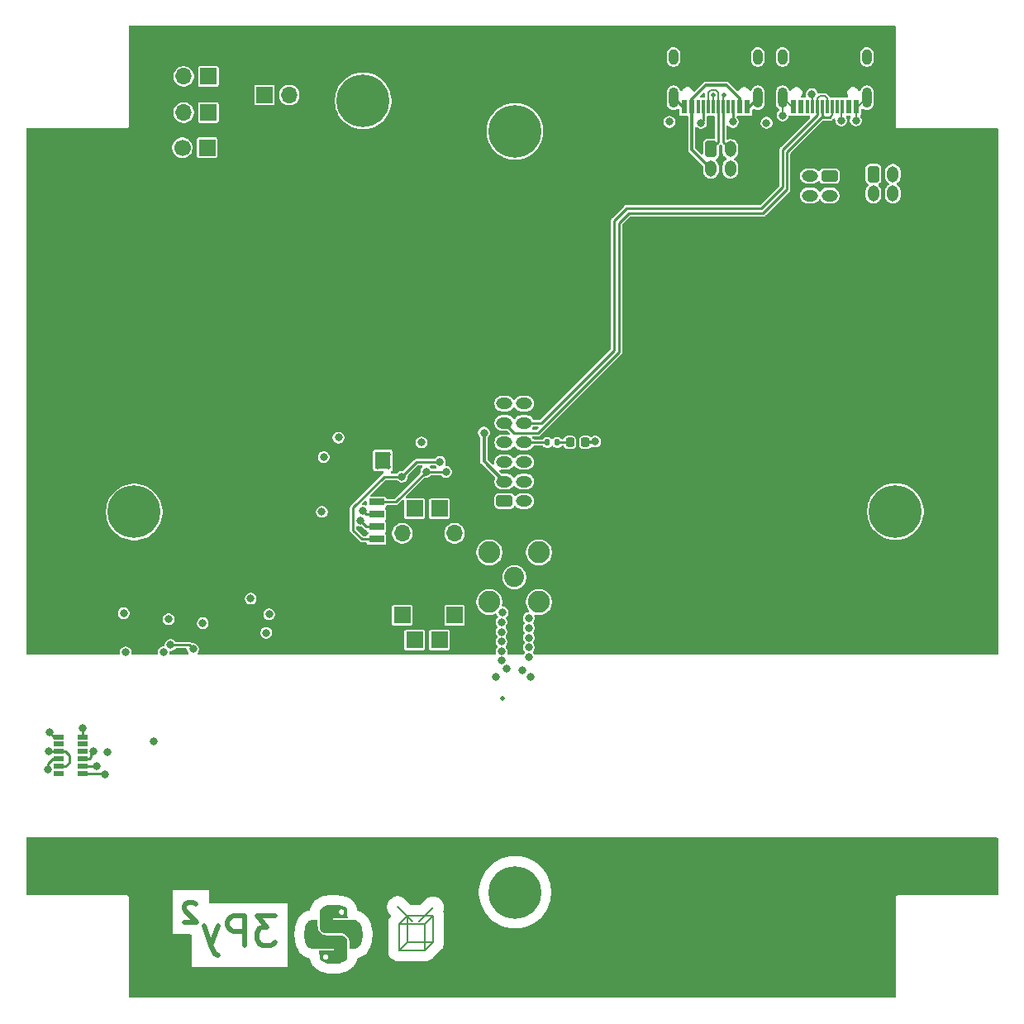
<source format=gbr>
%TF.GenerationSoftware,KiCad,Pcbnew,9.0.3*%
%TF.CreationDate,2025-08-04T00:09:04-07:00*%
%TF.ProjectId,antenna_top_cap_v2b_cygnet_special,616e7465-6e6e-4615-9f74-6f705f636170,rev?*%
%TF.SameCoordinates,Original*%
%TF.FileFunction,Copper,L2,Bot*%
%TF.FilePolarity,Positive*%
%FSLAX46Y46*%
G04 Gerber Fmt 4.6, Leading zero omitted, Abs format (unit mm)*
G04 Created by KiCad (PCBNEW 9.0.3) date 2025-08-04 00:09:04*
%MOMM*%
%LPD*%
G01*
G04 APERTURE LIST*
G04 Aperture macros list*
%AMRoundRect*
0 Rectangle with rounded corners*
0 $1 Rounding radius*
0 $2 $3 $4 $5 $6 $7 $8 $9 X,Y pos of 4 corners*
0 Add a 4 corners polygon primitive as box body*
4,1,4,$2,$3,$4,$5,$6,$7,$8,$9,$2,$3,0*
0 Add four circle primitives for the rounded corners*
1,1,$1+$1,$2,$3*
1,1,$1+$1,$4,$5*
1,1,$1+$1,$6,$7*
1,1,$1+$1,$8,$9*
0 Add four rect primitives between the rounded corners*
20,1,$1+$1,$2,$3,$4,$5,0*
20,1,$1+$1,$4,$5,$6,$7,0*
20,1,$1+$1,$6,$7,$8,$9,0*
20,1,$1+$1,$8,$9,$2,$3,0*%
G04 Aperture macros list end*
%TA.AperFunction,NonConductor*%
%ADD10C,0.200000*%
%TD*%
%ADD11C,0.500000*%
%TA.AperFunction,NonConductor*%
%ADD12C,0.500000*%
%TD*%
%TA.AperFunction,EtchedComponent*%
%ADD13C,0.000000*%
%TD*%
%TA.AperFunction,ComponentPad*%
%ADD14O,1.700000X1.700000*%
%TD*%
%TA.AperFunction,ComponentPad*%
%ADD15R,1.700000X1.700000*%
%TD*%
%TA.AperFunction,ComponentPad*%
%ADD16RoundRect,0.250000X-0.350000X-0.575000X0.350000X-0.575000X0.350000X0.575000X-0.350000X0.575000X0*%
%TD*%
%TA.AperFunction,ComponentPad*%
%ADD17O,1.200000X1.650000*%
%TD*%
%TA.AperFunction,ComponentPad*%
%ADD18C,5.400000*%
%TD*%
%TA.AperFunction,ComponentPad*%
%ADD19RoundRect,0.250000X-0.575000X0.350000X-0.575000X-0.350000X0.575000X-0.350000X0.575000X0.350000X0*%
%TD*%
%TA.AperFunction,ComponentPad*%
%ADD20O,1.650000X1.200000*%
%TD*%
%TA.AperFunction,ComponentPad*%
%ADD21RoundRect,0.250000X0.575000X-0.350000X0.575000X0.350000X-0.575000X0.350000X-0.575000X-0.350000X0*%
%TD*%
%TA.AperFunction,ComponentPad*%
%ADD22C,1.700000*%
%TD*%
%TA.AperFunction,ComponentPad*%
%ADD23C,2.050000*%
%TD*%
%TA.AperFunction,ComponentPad*%
%ADD24C,2.250000*%
%TD*%
%TA.AperFunction,HeatsinkPad*%
%ADD25C,0.500000*%
%TD*%
%TA.AperFunction,HeatsinkPad*%
%ADD26R,1.600000X1.800000*%
%TD*%
%TA.AperFunction,SMDPad,CuDef*%
%ADD27R,1.600000X0.700000*%
%TD*%
%TA.AperFunction,SMDPad,CuDef*%
%ADD28RoundRect,0.218750X-0.218750X-0.256250X0.218750X-0.256250X0.218750X0.256250X-0.218750X0.256250X0*%
%TD*%
%TA.AperFunction,SMDPad,CuDef*%
%ADD29R,0.600000X1.450000*%
%TD*%
%TA.AperFunction,SMDPad,CuDef*%
%ADD30R,0.300000X1.450000*%
%TD*%
%TA.AperFunction,HeatsinkPad*%
%ADD31O,1.000000X1.600000*%
%TD*%
%TA.AperFunction,HeatsinkPad*%
%ADD32O,1.000000X2.100000*%
%TD*%
%TA.AperFunction,SMDPad,CuDef*%
%ADD33R,1.000000X0.500000*%
%TD*%
%TA.AperFunction,SMDPad,CuDef*%
%ADD34RoundRect,0.135000X-0.135000X-0.185000X0.135000X-0.185000X0.135000X0.185000X-0.135000X0.185000X0*%
%TD*%
%TA.AperFunction,ViaPad*%
%ADD35C,0.800000*%
%TD*%
%TA.AperFunction,ViaPad*%
%ADD36C,0.460000*%
%TD*%
%TA.AperFunction,Conductor*%
%ADD37C,0.267208*%
%TD*%
%TA.AperFunction,Conductor*%
%ADD38C,0.254000*%
%TD*%
%TA.AperFunction,Conductor*%
%ADD39C,0.152400*%
%TD*%
%TA.AperFunction,Conductor*%
%ADD40C,0.250000*%
%TD*%
%TA.AperFunction,Conductor*%
%ADD41C,0.300000*%
%TD*%
%TA.AperFunction,Conductor*%
%ADD42C,0.155448*%
%TD*%
%TA.AperFunction,Conductor*%
%ADD43C,0.200000*%
%TD*%
%TA.AperFunction,Conductor*%
%ADD44C,0.349250*%
%TD*%
G04 APERTURE END LIST*
D10*
X154775800Y-156309400D02*
X157475800Y-156309400D01*
X156625800Y-154459400D02*
X157475800Y-153609400D01*
X153925800Y-154459400D02*
X154775800Y-153609400D01*
X157455800Y-152719400D02*
X155975800Y-154199400D01*
X154775800Y-153609400D02*
X154775800Y-156309400D01*
X157475800Y-156309400D02*
X156625800Y-157159400D01*
X153925800Y-154459400D02*
X153925800Y-157159400D01*
X156625800Y-154459400D02*
X153925800Y-154459400D01*
X157475800Y-153609400D02*
X157475800Y-156309400D01*
X153925800Y-157159400D02*
X154775800Y-156309400D01*
X153925800Y-157159400D02*
X156625800Y-157159400D01*
X157475800Y-153609400D02*
X154775800Y-153609400D01*
X156625800Y-157159400D02*
X156625800Y-154459400D01*
X153825800Y-152709400D02*
X155295800Y-154179400D01*
D11*
D12*
X133127228Y-152439114D02*
X133031990Y-152343876D01*
X133031990Y-152343876D02*
X132841514Y-152248638D01*
X132841514Y-152248638D02*
X132365323Y-152248638D01*
X132365323Y-152248638D02*
X132174847Y-152343876D01*
X132174847Y-152343876D02*
X132079609Y-152439114D01*
X132079609Y-152439114D02*
X131984371Y-152629590D01*
X131984371Y-152629590D02*
X131984371Y-152820066D01*
X131984371Y-152820066D02*
X132079609Y-153105780D01*
X132079609Y-153105780D02*
X133222466Y-154248638D01*
X133222466Y-154248638D02*
X131984371Y-154248638D01*
D11*
D12*
X141253040Y-153625791D02*
X139395897Y-153625791D01*
X139395897Y-153625791D02*
X140395897Y-154768648D01*
X140395897Y-154768648D02*
X139967326Y-154768648D01*
X139967326Y-154768648D02*
X139681612Y-154911505D01*
X139681612Y-154911505D02*
X139538754Y-155054362D01*
X139538754Y-155054362D02*
X139395897Y-155340076D01*
X139395897Y-155340076D02*
X139395897Y-156054362D01*
X139395897Y-156054362D02*
X139538754Y-156340076D01*
X139538754Y-156340076D02*
X139681612Y-156482934D01*
X139681612Y-156482934D02*
X139967326Y-156625791D01*
X139967326Y-156625791D02*
X140824469Y-156625791D01*
X140824469Y-156625791D02*
X141110183Y-156482934D01*
X141110183Y-156482934D02*
X141253040Y-156340076D01*
X138110183Y-156625791D02*
X138110183Y-153625791D01*
X138110183Y-153625791D02*
X136967326Y-153625791D01*
X136967326Y-153625791D02*
X136681611Y-153768648D01*
X136681611Y-153768648D02*
X136538754Y-153911505D01*
X136538754Y-153911505D02*
X136395897Y-154197219D01*
X136395897Y-154197219D02*
X136395897Y-154625791D01*
X136395897Y-154625791D02*
X136538754Y-154911505D01*
X136538754Y-154911505D02*
X136681611Y-155054362D01*
X136681611Y-155054362D02*
X136967326Y-155197219D01*
X136967326Y-155197219D02*
X138110183Y-155197219D01*
X135395897Y-154625791D02*
X134681611Y-156625791D01*
X133967326Y-154625791D02*
X134681611Y-156625791D01*
X134681611Y-156625791D02*
X134967326Y-157340076D01*
X134967326Y-157340076D02*
X135110183Y-157482934D01*
X135110183Y-157482934D02*
X135395897Y-157625791D01*
D13*
%TA.AperFunction,EtchedComponent*%
%TO.C,G\u002A\u002A\u002A*%
G36*
X148667444Y-153275066D02*
G01*
X148670426Y-153423965D01*
X148677741Y-153842151D01*
X147956191Y-153848042D01*
X147234640Y-153853934D01*
X147234640Y-154032493D01*
X149488946Y-154054813D01*
X149616573Y-154114631D01*
X149668782Y-154141244D01*
X149827766Y-154254087D01*
X149959624Y-154401176D01*
X150062753Y-154580425D01*
X150135550Y-154789748D01*
X150195074Y-155076325D01*
X150226572Y-155401319D01*
X150217591Y-155725680D01*
X150168369Y-156058662D01*
X150119311Y-156261849D01*
X150046321Y-156470711D01*
X149957242Y-156640618D01*
X149850780Y-156773499D01*
X149725644Y-156871284D01*
X149580540Y-156935900D01*
X149534147Y-156945766D01*
X149441770Y-156956100D01*
X149321305Y-156963099D01*
X149182048Y-156966061D01*
X148875150Y-156967554D01*
X148875150Y-156603966D01*
X148874248Y-156487200D01*
X148868203Y-156324738D01*
X148855272Y-156192671D01*
X148834060Y-156082278D01*
X148803173Y-155984836D01*
X148761215Y-155891622D01*
X148755840Y-155881416D01*
X148679062Y-155770943D01*
X148573045Y-155660862D01*
X148450281Y-155562689D01*
X148323265Y-155487940D01*
X148172075Y-155416324D01*
X147256960Y-155405164D01*
X147047587Y-155402566D01*
X146858349Y-155399969D01*
X146705023Y-155397339D01*
X146583060Y-155394395D01*
X146487912Y-155390857D01*
X146415033Y-155386442D01*
X146359873Y-155380870D01*
X146317885Y-155373859D01*
X146284522Y-155365129D01*
X146255234Y-155354397D01*
X146225476Y-155341384D01*
X146134572Y-155288189D01*
X146023769Y-155194366D01*
X145926112Y-155081687D01*
X145854810Y-154963615D01*
X145848283Y-154949234D01*
X145837156Y-154921608D01*
X145828183Y-154891143D01*
X145821133Y-154853193D01*
X145815774Y-154803115D01*
X145811874Y-154736263D01*
X145809203Y-154647994D01*
X145807529Y-154533663D01*
X145806619Y-154388625D01*
X145806243Y-154208237D01*
X145806169Y-153987853D01*
X145806169Y-153152776D01*
X147786750Y-153152776D01*
X147787667Y-153248469D01*
X147826689Y-153347500D01*
X147830129Y-153352900D01*
X147884025Y-153411639D01*
X147948648Y-153453519D01*
X148002626Y-153472415D01*
X148095765Y-153480652D01*
X148178069Y-153448686D01*
X148257594Y-153374454D01*
X148266113Y-153364102D01*
X148304007Y-153304495D01*
X148319408Y-153239694D01*
X148317352Y-153150858D01*
X148309546Y-153103640D01*
X148272230Y-153031063D01*
X148198550Y-152971188D01*
X148138108Y-152942599D01*
X148040914Y-152928081D01*
X147951020Y-152948074D01*
X147874587Y-152996344D01*
X147817777Y-153066657D01*
X147786750Y-153152776D01*
X145806169Y-153152776D01*
X145806169Y-153117378D01*
X145860800Y-153006361D01*
X145870345Y-152987747D01*
X145967922Y-152848137D01*
X146098511Y-152727265D01*
X146252515Y-152634249D01*
X146337182Y-152598994D01*
X146466685Y-152559735D01*
X146616295Y-152530624D01*
X146792016Y-152510825D01*
X146999850Y-152499499D01*
X147245800Y-152495811D01*
X147315625Y-152496109D01*
X147617391Y-152506560D01*
X147878381Y-152532179D01*
X148099711Y-152573296D01*
X148282492Y-152630238D01*
X148427840Y-152703336D01*
X148536866Y-152792918D01*
X148610685Y-152899314D01*
X148626114Y-152932487D01*
X148640805Y-152972907D01*
X148651413Y-153019727D01*
X148658808Y-153080595D01*
X148663861Y-153163159D01*
X148666311Y-153239694D01*
X148667444Y-153275066D01*
G37*
%TD.AperFunction*%
%TA.AperFunction,EtchedComponent*%
G36*
X148666246Y-157772550D02*
G01*
X148661342Y-157827818D01*
X148654697Y-157869518D01*
X148646046Y-157902454D01*
X148635121Y-157931427D01*
X148621656Y-157961241D01*
X148557710Y-158063044D01*
X148460150Y-158169365D01*
X148342741Y-158265040D01*
X148217401Y-158338934D01*
X148124050Y-158377818D01*
X147989504Y-158424135D01*
X147841324Y-158467695D01*
X147695855Y-158503743D01*
X147569438Y-158527523D01*
X147560904Y-158528733D01*
X147333112Y-158547524D01*
X147099312Y-158543036D01*
X146866543Y-158517031D01*
X146641847Y-158471271D01*
X146432264Y-158407517D01*
X146244836Y-158327532D01*
X146086603Y-158233078D01*
X145964606Y-158125917D01*
X145959318Y-158119997D01*
X145899770Y-158045235D01*
X145856077Y-157968957D01*
X145825997Y-157882589D01*
X145816980Y-157831966D01*
X146156990Y-157831966D01*
X146180025Y-157919538D01*
X146233541Y-157995586D01*
X146319298Y-158051411D01*
X146350673Y-158063320D01*
X146448731Y-158079768D01*
X146534430Y-158055598D01*
X146615797Y-157989123D01*
X146646668Y-157949824D01*
X146686029Y-157856863D01*
X146690100Y-157761065D01*
X146662492Y-157671232D01*
X146606814Y-157596166D01*
X146526676Y-157544672D01*
X146425689Y-157525551D01*
X146334453Y-157540453D01*
X146253167Y-157587114D01*
X146195321Y-157657054D01*
X146162675Y-157741571D01*
X146156990Y-157831966D01*
X145816980Y-157831966D01*
X145807287Y-157777552D01*
X145797705Y-157645271D01*
X145795009Y-157477169D01*
X145795009Y-157169051D01*
X146514825Y-157163162D01*
X147234640Y-157157273D01*
X147241504Y-157062414D01*
X147248367Y-156967554D01*
X146112822Y-156967554D01*
X146039955Y-156967553D01*
X145777151Y-156967419D01*
X145554209Y-156966742D01*
X145367314Y-156965081D01*
X145212648Y-156961994D01*
X145086396Y-156957038D01*
X144984740Y-156949772D01*
X144903865Y-156939753D01*
X144839953Y-156926539D01*
X144789189Y-156909688D01*
X144747756Y-156888758D01*
X144711837Y-156863306D01*
X144677616Y-156832890D01*
X144641276Y-156797069D01*
X144595466Y-156745763D01*
X144504067Y-156608677D01*
X144422213Y-156439860D01*
X144352363Y-156247808D01*
X144296974Y-156041020D01*
X144258504Y-155827994D01*
X144239412Y-155617225D01*
X144242154Y-155417213D01*
X144257952Y-155252597D01*
X144296199Y-155000954D01*
X144348794Y-154771591D01*
X144414236Y-154568875D01*
X144491027Y-154397172D01*
X144577665Y-154260847D01*
X144672651Y-154164268D01*
X144694991Y-154147681D01*
X144754753Y-154109574D01*
X144817395Y-154082091D01*
X144891258Y-154063544D01*
X144984683Y-154052245D01*
X145106012Y-154046504D01*
X145263586Y-154044632D01*
X145613798Y-154043653D01*
X145620704Y-154473310D01*
X145627611Y-154902967D01*
X145699226Y-155054158D01*
X145759588Y-155163182D01*
X145885037Y-155319708D01*
X146038704Y-155444099D01*
X146216087Y-155533019D01*
X146412687Y-155583131D01*
X146451584Y-155587004D01*
X146538779Y-155591951D01*
X146659458Y-155596366D01*
X146807184Y-155600093D01*
X146975518Y-155602978D01*
X147158021Y-155604865D01*
X147348255Y-155605601D01*
X148131465Y-155606043D01*
X148268300Y-155674420D01*
X148292277Y-155686952D01*
X148435348Y-155788154D01*
X148549961Y-155917369D01*
X148628887Y-156066734D01*
X148639189Y-156095868D01*
X148649033Y-156130502D01*
X148656843Y-156170718D01*
X148662853Y-156221397D01*
X148667292Y-156287421D01*
X148670394Y-156373674D01*
X148672389Y-156485037D01*
X148673510Y-156626393D01*
X148673987Y-156802624D01*
X148674053Y-157018611D01*
X148674018Y-157124600D01*
X148673807Y-157319747D01*
X148673192Y-157477313D01*
X148671904Y-157602100D01*
X148669678Y-157698912D01*
X148666781Y-157761065D01*
X148666246Y-157772550D01*
G37*
%TD.AperFunction*%
%TD*%
D14*
%TO.P,J7,1,Power*%
%TO.N,BURN*%
X154275800Y-114431900D03*
D15*
X155545800Y-111891900D03*
X158085800Y-111891900D03*
D14*
X159645800Y-114431900D03*
D15*
%TO.P,J7,2,GND*%
%TO.N,GND*%
X154275800Y-122811900D03*
X155545800Y-125351900D03*
X158085800Y-125351900D03*
X159645800Y-122811900D03*
%TD*%
%TO.P,J3,1,Pin_1*%
%TO.N,~{FC_RESET}*%
X134420800Y-67619400D03*
D14*
%TO.P,J3,2,Pin_2*%
%TO.N,GND*%
X131880800Y-67619400D03*
%TD*%
D16*
%TO.P,J11,1,Pin_1*%
%TO.N,/RBF_High*%
X202545800Y-77619400D03*
D17*
%TO.P,J11,2,Pin_2*%
%TO.N,/RBF_Low*%
X202545800Y-79619400D03*
%TO.P,J11,3,Pin_3*%
%TO.N,/RBF_High*%
X204545800Y-77619400D03*
%TO.P,J11,4,Pin_4*%
%TO.N,/RBF_Low*%
X204545800Y-79619400D03*
%TD*%
D18*
%TO.P,TP3,1,1*%
%TO.N,unconnected-(TP3-Pad1)*%
X150275800Y-70119400D03*
%TD*%
D19*
%TO.P,J13,1,Pin_1*%
%TO.N,Net-(J13-Pin_1)*%
X198045800Y-77819400D03*
D20*
%TO.P,J13,2,Pin_2*%
%TO.N,GND*%
X196045800Y-77819400D03*
%TO.P,J13,3,Pin_3*%
%TO.N,Net-(J13-Pin_1)*%
X198045800Y-79819400D03*
%TO.P,J13,4,Pin_4*%
%TO.N,GND*%
X196045800Y-79819400D03*
%TD*%
D21*
%TO.P,J1,1,Pin_1*%
%TO.N,GND*%
X164745800Y-111119400D03*
D20*
%TO.P,J1,2,Pin_2*%
X166745801Y-111119400D03*
%TO.P,J1,3,Pin_3*%
%TO.N,WDT_DISABLE*%
X164745800Y-109119399D03*
%TO.P,J1,4,Pin_4*%
%TO.N,BURN*%
X166745800Y-109119400D03*
%TO.P,J1,5,Pin_5*%
%TO.N,SCL0*%
X164745800Y-107119400D03*
%TO.P,J1,6,Pin_6*%
%TO.N,Dir_Chrg_In*%
X166745800Y-107119399D03*
%TO.P,J1,7,Pin_7*%
%TO.N,SDA0*%
X164745800Y-105119400D03*
%TO.P,J1,8,Pin_8*%
%TO.N,+3V3*%
X166745800Y-105119400D03*
%TO.P,J1,9,Pin_9*%
%TO.N,USB_D+*%
X164745800Y-103119400D03*
%TO.P,J1,10,Pin_10*%
%TO.N,USB_D-*%
X166745800Y-103119400D03*
%TO.P,J1,11,Pin_11*%
%TO.N,FC_USBBOOT*%
X164745800Y-101119400D03*
%TO.P,J1,12,Pin_12*%
%TO.N,~{FC_RESET}*%
X166745800Y-101119400D03*
%TD*%
D15*
%TO.P,J10,1,Pin_1*%
%TO.N,WDT_DISABLE*%
X134285800Y-74919400D03*
D22*
%TO.P,J10,2,Pin_2*%
%TO.N,GND*%
X131745800Y-74919400D03*
%TD*%
D18*
%TO.P,TP5,1,1*%
%TO.N,unconnected-(TP5-Pad1)*%
X126825800Y-112239400D03*
%TD*%
%TO.P,TP6,1,1*%
%TO.N,unconnected-(TP6-Pad1)*%
X165835800Y-73239400D03*
%TD*%
%TO.P,TP1,1,1*%
%TO.N,unconnected-(TP1-Pad1)*%
X165835800Y-151189400D03*
%TD*%
%TO.P,TP4,1,1*%
%TO.N,unconnected-(TP4-Pad1)*%
X204805800Y-112189400D03*
%TD*%
D23*
%TO.P,J5,1,In*%
%TO.N,Net-(J5-In)*%
X165745800Y-118919400D03*
D24*
%TO.P,J5,2,Ext*%
%TO.N,GND*%
X163205800Y-116379400D03*
X163205800Y-121459400D03*
X168285800Y-116379400D03*
X168285800Y-121459400D03*
%TD*%
D16*
%TO.P,J9,1,Pin_1*%
%TO.N,/Payload_D-*%
X185895800Y-75069400D03*
D17*
%TO.P,J9,2,Pin_2*%
%TO.N,/Payload_VBUS*%
X185895800Y-77069400D03*
%TO.P,J9,3,Pin_3*%
%TO.N,/Payload_D+*%
X187895800Y-75069400D03*
%TO.P,J9,4,Pin_4*%
%TO.N,GND*%
X187895800Y-77069400D03*
%TD*%
D25*
%TO.P,U16,9,EP/GND*%
%TO.N,GND*%
X152845800Y-107619400D03*
X152845800Y-106319400D03*
D26*
X152295800Y-106969400D03*
D25*
X151745800Y-107619400D03*
X151745800Y-106319400D03*
%TD*%
D15*
%TO.P,J4,1,Pin_1*%
%TO.N,FC_USBBOOT*%
X134420800Y-71319400D03*
D14*
%TO.P,J4,2,Pin_2*%
%TO.N,GND*%
X131880800Y-71319400D03*
%TD*%
D27*
%TO.P,U4,1,SCL*%
%TO.N,SCL0*%
X151645800Y-111214400D03*
%TO.P,U4,2,VDD*%
%TO.N,+3V3*%
X151645800Y-112484400D03*
%TO.P,U4,3,GND*%
%TO.N,GND*%
X151645800Y-113754400D03*
%TO.P,U4,4,SDA*%
%TO.N,SDA0*%
X151645800Y-115024400D03*
%TD*%
D28*
%TO.P,D1,1,A*%
%TO.N,Net-(D1-A)*%
X171458299Y-105119400D03*
%TO.P,D1,2,C*%
%TO.N,GND*%
X173033301Y-105119400D03*
%TD*%
D15*
%TO.P,J2,1,Pin_1*%
%TO.N,Dir_Chrg_In*%
X140170800Y-69519400D03*
D14*
%TO.P,J2,2,Pin_2*%
%TO.N,GND*%
X142710800Y-69519400D03*
%TD*%
D29*
%TO.P,J12,A1,GND*%
%TO.N,GND*%
X194315800Y-70714400D03*
%TO.P,J12,A4,VBUS*%
%TO.N,unconnected-(J12-VBUS-PadA4)_3*%
X195115799Y-70714400D03*
D30*
%TO.P,J12,A5,CC1*%
%TO.N,Net-(J12-CC1)*%
X196315800Y-70714399D03*
%TO.P,J12,A6,D+*%
%TO.N,USB_D+*%
X197315800Y-70714400D03*
%TO.P,J12,A7,D-*%
%TO.N,USB_D-*%
X197815800Y-70714400D03*
%TO.P,J12,A8,SBU1*%
%TO.N,unconnected-(J12-SBU1-PadA8)*%
X198815800Y-70714399D03*
D29*
%TO.P,J12,A9,VBUS*%
%TO.N,unconnected-(J12-VBUS-PadA4)_2*%
X200015801Y-70714400D03*
%TO.P,J12,A12,GND*%
%TO.N,GND*%
X200815800Y-70714400D03*
%TO.P,J12,B1,GND*%
X200815800Y-70714400D03*
%TO.P,J12,B4,VBUS*%
%TO.N,unconnected-(J12-VBUS-PadA4)_1*%
X200015801Y-70714400D03*
D30*
%TO.P,J12,B5,CC2*%
%TO.N,Net-(J12-CC2)*%
X199315800Y-70714400D03*
%TO.P,J12,B6,D+*%
%TO.N,USB_D+*%
X198315800Y-70714400D03*
%TO.P,J12,B7,D-*%
%TO.N,USB_D-*%
X196815800Y-70714400D03*
%TO.P,J12,B8,SBU2*%
%TO.N,unconnected-(J12-SBU2-PadB8)*%
X195815800Y-70714400D03*
D29*
%TO.P,J12,B9,VBUS*%
%TO.N,unconnected-(J12-VBUS-PadA4)*%
X195115799Y-70714400D03*
%TO.P,J12,B12,GND*%
%TO.N,GND*%
X194315800Y-70714400D03*
D31*
%TO.P,J12,S1,SHIELD*%
X193245800Y-65619400D03*
D32*
X193245800Y-69799400D03*
D31*
X201885800Y-65619400D03*
D32*
X201885800Y-69799400D03*
%TD*%
D29*
%TO.P,J8,A1,GND*%
%TO.N,GND*%
X183145800Y-70714400D03*
%TO.P,J8,A4,VBUS*%
%TO.N,/Payload_VBUS*%
X183945800Y-70714400D03*
D30*
%TO.P,J8,A5,CC1*%
%TO.N,Net-(J8-CC1)*%
X185145800Y-70714400D03*
%TO.P,J8,A6,D+*%
%TO.N,/Payload_D+*%
X186145800Y-70714400D03*
%TO.P,J8,A7,D-*%
%TO.N,/Payload_D-*%
X186645800Y-70714400D03*
%TO.P,J8,A8,SBU1*%
%TO.N,unconnected-(J8-SBU1-PadA8)*%
X187645800Y-70714400D03*
D29*
%TO.P,J8,A9,VBUS*%
%TO.N,/Payload_VBUS*%
X188845800Y-70714400D03*
%TO.P,J8,A12,GND*%
%TO.N,GND*%
X189645800Y-70714400D03*
%TO.P,J8,B1,GND*%
X189645800Y-70714400D03*
%TO.P,J8,B4,VBUS*%
%TO.N,/Payload_VBUS*%
X188845800Y-70714400D03*
D30*
%TO.P,J8,B5,CC2*%
%TO.N,Net-(J8-CC2)*%
X188145800Y-70714400D03*
%TO.P,J8,B6,D+*%
%TO.N,/Payload_D+*%
X187145800Y-70714400D03*
%TO.P,J8,B7,D-*%
%TO.N,/Payload_D-*%
X185645800Y-70714400D03*
%TO.P,J8,B8,SBU2*%
%TO.N,unconnected-(J8-SBU2-PadB8)*%
X184645800Y-70714400D03*
D29*
%TO.P,J8,B9,VBUS*%
%TO.N,/Payload_VBUS*%
X183945800Y-70714400D03*
%TO.P,J8,B12,GND*%
%TO.N,GND*%
X183145800Y-70714400D03*
D31*
%TO.P,J8,S1,SHIELD*%
X182075800Y-65619400D03*
D32*
X182075800Y-69799400D03*
D31*
X190715800Y-65619400D03*
D32*
X190715800Y-69799400D03*
%TD*%
D33*
%TO.P,U1,1,GPIO1*%
%TO.N,/GPIO*%
X121525800Y-135279400D03*
%TO.P,U1,2,NC*%
%TO.N,unconnected-(U1-NC-Pad2)*%
X121525800Y-136029400D03*
%TO.P,U1,3,NC*%
%TO.N,unconnected-(U1-NC-Pad3)*%
X121525800Y-136779400D03*
%TO.P,U1,4,GPIO0*%
%TO.N,/XSHUT_2.8V*%
X121525800Y-137529400D03*
%TO.P,U1,5,SCL*%
%TO.N,/SCL_3V*%
X121525800Y-138279400D03*
%TO.P,U1,6,SDA*%
%TO.N,/SDA_3V*%
X121525800Y-139029400D03*
%TO.P,U1,7,NC*%
%TO.N,unconnected-(U1-NC-Pad7)*%
X119125800Y-139029400D03*
%TO.P,U1,8,AVDD_VCSEL*%
%TO.N,2.8V*%
X119125800Y-138279400D03*
%TO.P,U1,9,AVSS_VCSEL*%
%TO.N,GND*%
X119125800Y-137529400D03*
%TO.P,U1,10,AVDD*%
%TO.N,2.8V*%
X119125800Y-136779400D03*
%TO.P,U1,11,NC*%
%TO.N,unconnected-(U1-NC-Pad11)*%
X119125800Y-136029400D03*
%TO.P,U1,12,AVSS*%
%TO.N,GND*%
X119125800Y-135279400D03*
%TD*%
D34*
%TO.P,R1,1,1*%
%TO.N,+3V3*%
X169135800Y-105119400D03*
%TO.P,R1,2,2*%
%TO.N,Net-(D1-A)*%
X170155798Y-105119400D03*
%TD*%
D35*
%TO.N,GND*%
X200745800Y-72119400D03*
X138745800Y-121119400D03*
X193245800Y-71619400D03*
X167245800Y-127119400D03*
X167245800Y-123119400D03*
X191595800Y-72369400D03*
X130347958Y-123222637D03*
X156245800Y-105119400D03*
X167245800Y-126119400D03*
X128845800Y-135719400D03*
X164445800Y-125519400D03*
X167245800Y-124119400D03*
X167395800Y-129169400D03*
X147745800Y-104619400D03*
X164445800Y-123519400D03*
X117945800Y-138629545D03*
X174045800Y-105019400D03*
X164445800Y-124519400D03*
X164545800Y-122519400D03*
X163895800Y-129119400D03*
D36*
X164557800Y-131307400D03*
D35*
X164445800Y-126519400D03*
X167245800Y-125119400D03*
X146045800Y-112219400D03*
X164445800Y-127419400D03*
X140645800Y-122719400D03*
X118145800Y-134819400D03*
X181645800Y-72269400D03*
X164971175Y-128319400D03*
X166545800Y-128419400D03*
X149970800Y-113119400D03*
%TO.N,+3V3*%
X146245800Y-106619400D03*
X140345800Y-124619400D03*
X150245800Y-112119400D03*
%TO.N,2.8V*%
X124045800Y-136819400D03*
X125945800Y-126619400D03*
X118106730Y-136731536D03*
X125745800Y-122619400D03*
X133845800Y-123619400D03*
X129820800Y-126607053D03*
%TO.N,/SCL_3V*%
X122945800Y-138304400D03*
%TO.N,/GPIO*%
X121535800Y-134409400D03*
%TO.N,/XSHUT_2.8V*%
X122625802Y-136719400D03*
%TO.N,/SDA_3V*%
X123845800Y-139119400D03*
%TO.N,SDA0*%
X158145800Y-107119400D03*
X154245800Y-108619400D03*
X132845800Y-126291732D03*
X130545800Y-125867037D03*
%TO.N,SCL0*%
X158758453Y-108132053D03*
X156733147Y-108106747D03*
%TO.N,Net-(J12-CC2)*%
X199245800Y-72119400D03*
%TO.N,Net-(J12-CC1)*%
X196229798Y-69447585D03*
%TO.N,Net-(J8-CC1)*%
X184895800Y-72369400D03*
%TO.N,Net-(J8-CC2)*%
X188145800Y-72269400D03*
D36*
%TO.N,/Payload_D+*%
X187206800Y-69519400D03*
X186145800Y-69519400D03*
D35*
%TO.N,WDT_DISABLE*%
X162645800Y-104119400D03*
%TD*%
D37*
%TO.N,USB_D+*%
X176495800Y-95856096D02*
X168219396Y-104132500D01*
X176495800Y-82619400D02*
X176495800Y-95856096D01*
X193714008Y-79151192D02*
X191245800Y-81619400D01*
X193714008Y-75325366D02*
X193714008Y-79151192D01*
X197300404Y-71774004D02*
X197265370Y-71774004D01*
X197265370Y-71774004D02*
X193714008Y-75325366D01*
X191245800Y-81619400D02*
X177495800Y-81619400D01*
X197300404Y-71662244D02*
X197300404Y-71774004D01*
X197315800Y-71646848D02*
X197300404Y-71662244D01*
X177495800Y-81619400D02*
X176495800Y-82619400D01*
%TO.N,USB_D-*%
X193245800Y-78914621D02*
X193245800Y-75131428D01*
X177245800Y-81119400D02*
X191041021Y-81119400D01*
X175995800Y-82369400D02*
X177245800Y-81119400D01*
X175995800Y-95693950D02*
X175995800Y-82369400D01*
X168570350Y-103119400D02*
X175995800Y-95693950D01*
X166745800Y-103119400D02*
X168570350Y-103119400D01*
X191041021Y-81119400D02*
X193245800Y-78914621D01*
X193245800Y-75131428D02*
X196645800Y-71731428D01*
D38*
%TO.N,GND*%
X118471800Y-137529400D02*
X119125800Y-137529400D01*
D39*
X200815800Y-70714400D02*
X200970800Y-70714400D01*
D40*
X182990800Y-70714400D02*
X182075800Y-69799400D01*
X189645800Y-70714400D02*
X189800800Y-70714400D01*
D39*
X200745800Y-70784400D02*
X200815800Y-70714400D01*
D38*
X117945800Y-138055400D02*
X118471800Y-137529400D01*
D39*
X194315800Y-70714400D02*
X194160800Y-70714400D01*
D38*
X117945800Y-138629545D02*
X117945800Y-138055400D01*
D39*
X193245800Y-71619400D02*
X193245800Y-69799400D01*
D41*
X173033301Y-105119400D02*
X173945801Y-105119400D01*
X173945801Y-105119400D02*
X174045800Y-105019400D01*
D38*
X118145800Y-134819400D02*
X118605800Y-135279400D01*
X118605800Y-135279400D02*
X119125800Y-135279400D01*
D39*
X200970800Y-70714400D02*
X201885800Y-69799400D01*
D40*
X189800800Y-70714400D02*
X190715800Y-69799400D01*
D38*
X149970800Y-113119400D02*
X150605800Y-113754400D01*
D39*
X200745800Y-72119400D02*
X200745800Y-70784400D01*
X194160800Y-70714400D02*
X193245800Y-69799400D01*
D38*
X150605800Y-113754400D02*
X151645800Y-113754400D01*
D40*
X183145800Y-70714400D02*
X182990800Y-70714400D01*
D38*
%TO.N,+3V3*%
X151645800Y-112484400D02*
X150610800Y-112484400D01*
D40*
X166745800Y-105119400D02*
X169135800Y-105119400D01*
D38*
X150610800Y-112484400D02*
X150245800Y-112119400D01*
%TO.N,2.8V*%
X118106730Y-136731536D02*
X118154594Y-136779400D01*
X119779800Y-136779400D02*
X120145800Y-137145400D01*
X119125800Y-136779400D02*
X119779800Y-136779400D01*
X119785800Y-138279400D02*
X119125800Y-138279400D01*
X118154594Y-136779400D02*
X119125800Y-136779400D01*
X120145800Y-137145400D02*
X120145800Y-137919400D01*
X120145800Y-137919400D02*
X119785800Y-138279400D01*
D40*
%TO.N,Net-(D1-A)*%
X170155799Y-105119400D02*
X171458299Y-105119400D01*
%TO.N,/SCL_3V*%
X122945800Y-138304400D02*
X121550800Y-138304400D01*
X121550800Y-138304400D02*
X121525800Y-138279400D01*
D38*
%TO.N,/GPIO*%
X121535800Y-135269400D02*
X121525800Y-135279400D01*
X121535800Y-134409400D02*
X121535800Y-135269400D01*
%TO.N,/XSHUT_2.8V*%
X122625802Y-136719400D02*
X122352800Y-136992402D01*
X122352800Y-137356400D02*
X122179800Y-137529400D01*
X122352800Y-136992402D02*
X122352800Y-137356400D01*
X122179800Y-137529400D02*
X121525800Y-137529400D01*
D37*
%TO.N,USB_D-*%
X196815800Y-71549400D02*
X196815800Y-70714400D01*
D42*
X196815800Y-69833952D02*
X197030352Y-69619400D01*
D37*
X196645800Y-71719400D02*
X196815800Y-71549400D01*
D42*
X196815800Y-70714400D02*
X196815800Y-69833952D01*
X197587076Y-69619400D02*
X197815800Y-69848124D01*
X196645800Y-71731428D02*
X196645800Y-71719400D01*
X197815800Y-69848124D02*
X197815800Y-70714400D01*
X197030352Y-69619400D02*
X197587076Y-69619400D01*
D40*
%TO.N,/SDA_3V*%
X123845800Y-139119400D02*
X123755800Y-139029400D01*
X123755800Y-139029400D02*
X121525800Y-139029400D01*
%TO.N,SDA0*%
X132421105Y-125867037D02*
X130545800Y-125867037D01*
X154275332Y-108648932D02*
X154245800Y-108619400D01*
X149245800Y-114119400D02*
X150150800Y-115024400D01*
X132845800Y-126291732D02*
X132421105Y-125867037D01*
X154275332Y-108589868D02*
X154275332Y-108648932D01*
X154245800Y-108619400D02*
X152438800Y-108619400D01*
X152438800Y-108619400D02*
X149245800Y-111812400D01*
X155745800Y-107119400D02*
X154275332Y-108589868D01*
X158145800Y-107119400D02*
X155745800Y-107119400D01*
X150150800Y-115024400D02*
X151645800Y-115024400D01*
X149245800Y-111812400D02*
X149245800Y-114119400D01*
D42*
%TO.N,USB_D+*%
X198187076Y-71718124D02*
X198315800Y-71589400D01*
D37*
X197315800Y-70714400D02*
X197315800Y-71646848D01*
D42*
X197315800Y-71646848D02*
X197387076Y-71718124D01*
X198315800Y-71589400D02*
X198315800Y-70714400D01*
D37*
X197387076Y-71718124D02*
X197488352Y-71819400D01*
X198085800Y-71819400D02*
X198187076Y-71718124D01*
D38*
X165758900Y-104132500D02*
X164745800Y-103119400D01*
X168219396Y-104132500D02*
X165758900Y-104132500D01*
D37*
X197488352Y-71819400D02*
X198085800Y-71819400D01*
D40*
%TO.N,SCL0*%
X153625494Y-111214400D02*
X151645800Y-111214400D01*
X156733147Y-108106747D02*
X158733147Y-108106747D01*
X156733147Y-108106747D02*
X153625494Y-111214400D01*
X158733147Y-108106747D02*
X158758453Y-108132053D01*
D39*
%TO.N,Net-(J12-CC2)*%
X199245800Y-70784400D02*
X199315800Y-70714400D01*
X199245800Y-72119400D02*
X199245800Y-70784400D01*
%TO.N,Net-(J12-CC1)*%
X196315800Y-69533587D02*
X196315800Y-70714399D01*
X196229798Y-69447585D02*
X196315800Y-69533587D01*
D40*
%TO.N,Net-(J8-CC1)*%
X185145800Y-72119400D02*
X184895800Y-72369400D01*
X185145800Y-70714400D02*
X185145800Y-72119400D01*
D37*
%TO.N,/Payload_D-*%
X186645800Y-70714400D02*
X186645800Y-74319400D01*
D43*
X186645800Y-71289400D02*
X186670800Y-71314400D01*
X186676800Y-70683400D02*
X186676800Y-69299452D01*
X186645800Y-70714400D02*
X186620800Y-70689400D01*
X186645800Y-70714400D02*
X186676800Y-70683400D01*
X186645800Y-70714400D02*
X186645800Y-71289400D01*
X185614800Y-69299452D02*
X185614800Y-70683400D01*
X185614800Y-70683400D02*
X185645800Y-70714400D01*
X186365748Y-68988400D02*
X185925852Y-68988400D01*
D37*
X186645800Y-74319400D02*
X185895800Y-75069400D01*
D43*
X186676800Y-69299452D02*
X186365748Y-68988400D01*
X185925852Y-68988400D02*
X185614800Y-69299452D01*
D40*
%TO.N,Net-(J8-CC2)*%
X188145800Y-70714400D02*
X188145800Y-72269400D01*
D43*
%TO.N,/Payload_D+*%
X187145800Y-71289400D02*
X187120800Y-71314400D01*
X187145800Y-69580400D02*
X187145800Y-70714400D01*
X187206800Y-69519400D02*
X187145800Y-69580400D01*
X187145800Y-70714400D02*
X187145800Y-71289400D01*
D37*
X187145800Y-74319400D02*
X187895800Y-75069400D01*
D43*
X186145800Y-70714400D02*
X186145800Y-69519400D01*
D37*
X187145800Y-70714400D02*
X187145800Y-74319400D01*
D41*
%TO.N,/Payload_VBUS*%
X183945800Y-69970400D02*
X183945800Y-70714400D01*
X183945800Y-75119400D02*
X185895800Y-77069400D01*
X188845800Y-70714400D02*
X188895800Y-70764400D01*
X183945800Y-70714400D02*
X183945800Y-75119400D01*
X188845800Y-70714400D02*
X188845800Y-69861776D01*
X187521424Y-68537400D02*
X185378800Y-68537400D01*
X188845800Y-69861776D02*
X187521424Y-68537400D01*
X185378800Y-68537400D02*
X183945800Y-69970400D01*
D44*
%TO.N,WDT_DISABLE*%
X162645800Y-104119400D02*
X162645800Y-107019399D01*
X162645800Y-107019399D02*
X164745800Y-109119399D01*
%TD*%
%TA.AperFunction,NonConductor*%
G36*
X132187421Y-126212539D02*
G01*
X132233914Y-126266195D01*
X132245300Y-126318537D01*
X132245300Y-126370789D01*
X132271224Y-126467537D01*
X132286224Y-126523520D01*
X132365277Y-126660444D01*
X132365285Y-126660454D01*
X132369136Y-126664305D01*
X132403162Y-126726617D01*
X132398097Y-126797432D01*
X132355550Y-126854268D01*
X132289030Y-126879079D01*
X132280041Y-126879400D01*
X130533714Y-126879400D01*
X130465593Y-126859398D01*
X130419100Y-126805742D01*
X130408167Y-126742730D01*
X130409113Y-126731589D01*
X130421300Y-126686110D01*
X130421300Y-126588197D01*
X130421753Y-126582867D01*
X130432745Y-126554557D01*
X130441302Y-126525416D01*
X130445459Y-126521813D01*
X130447451Y-126516685D01*
X130472004Y-126498812D01*
X130494958Y-126478923D01*
X130501191Y-126477567D01*
X130504851Y-126474903D01*
X130516566Y-126474222D01*
X130547300Y-126467537D01*
X130624855Y-126467537D01*
X130624857Y-126467537D01*
X130777584Y-126426614D01*
X130777587Y-126426612D01*
X130777588Y-126426612D01*
X130866517Y-126375269D01*
X130914516Y-126347557D01*
X130943536Y-126318537D01*
X131032160Y-126229914D01*
X131034618Y-126232372D01*
X131078964Y-126199976D01*
X131121617Y-126192537D01*
X132119300Y-126192537D01*
X132187421Y-126212539D01*
G37*
%TD.AperFunction*%
%TA.AperFunction,NonConductor*%
G36*
X140597395Y-62419907D02*
G01*
X140598454Y-62419906D01*
X140598457Y-62419908D01*
X151844973Y-62417700D01*
X204719700Y-62417700D01*
X204787821Y-62437702D01*
X204834314Y-62491358D01*
X204845700Y-62543700D01*
X204845700Y-72757082D01*
X204876223Y-72830773D01*
X204876226Y-72830777D01*
X204932622Y-72887173D01*
X204932626Y-72887176D01*
X205006318Y-72917700D01*
X215219700Y-72917700D01*
X215287821Y-72937702D01*
X215334314Y-72991358D01*
X215345700Y-73043700D01*
X215345700Y-126753400D01*
X215325698Y-126821521D01*
X215272042Y-126868014D01*
X215219700Y-126879400D01*
X197977991Y-126879400D01*
X197943934Y-126869400D01*
X197915800Y-126869400D01*
X167867606Y-126869400D01*
X167863646Y-126868237D01*
X167859621Y-126869147D01*
X167829864Y-126858318D01*
X167799485Y-126849398D01*
X167795669Y-126845874D01*
X167792905Y-126844868D01*
X167784930Y-126835955D01*
X167767344Y-126819712D01*
X167762493Y-126813339D01*
X167726320Y-126750684D01*
X167678117Y-126702481D01*
X167672965Y-126695712D01*
X167663207Y-126670176D01*
X167650106Y-126646183D01*
X167650726Y-126637510D01*
X167647624Y-126629392D01*
X167653220Y-126602638D01*
X167655171Y-126575368D01*
X167660736Y-126566707D01*
X167662161Y-126559899D01*
X167670667Y-126551255D01*
X167684132Y-126530305D01*
X167726314Y-126488122D01*
X167726320Y-126488116D01*
X167794058Y-126370789D01*
X167805375Y-126351188D01*
X167805375Y-126351187D01*
X167805377Y-126351184D01*
X167846300Y-126198457D01*
X167846300Y-126040343D01*
X167805377Y-125887616D01*
X167805375Y-125887613D01*
X167805375Y-125887611D01*
X167726322Y-125750687D01*
X167726314Y-125750677D01*
X167684132Y-125708495D01*
X167650106Y-125646183D01*
X167655171Y-125575368D01*
X167684132Y-125530305D01*
X167726314Y-125488122D01*
X167726320Y-125488116D01*
X167784978Y-125386517D01*
X167805375Y-125351188D01*
X167805375Y-125351187D01*
X167805377Y-125351184D01*
X167846300Y-125198457D01*
X167846300Y-125040343D01*
X167805377Y-124887616D01*
X167805375Y-124887613D01*
X167805375Y-124887611D01*
X167726322Y-124750687D01*
X167726314Y-124750677D01*
X167684132Y-124708495D01*
X167650106Y-124646183D01*
X167655171Y-124575368D01*
X167684132Y-124530305D01*
X167726314Y-124488122D01*
X167726320Y-124488116D01*
X167784346Y-124387611D01*
X167805375Y-124351188D01*
X167805375Y-124351187D01*
X167805377Y-124351184D01*
X167846300Y-124198457D01*
X167846300Y-124040343D01*
X167805377Y-123887616D01*
X167805375Y-123887613D01*
X167805375Y-123887611D01*
X167726322Y-123750687D01*
X167726314Y-123750677D01*
X167684132Y-123708495D01*
X167650106Y-123646183D01*
X167655171Y-123575368D01*
X167684132Y-123530305D01*
X167726314Y-123488122D01*
X167726320Y-123488116D01*
X167805377Y-123351184D01*
X167846300Y-123198457D01*
X167846300Y-123040343D01*
X167809497Y-122902992D01*
X167811186Y-122832017D01*
X167850980Y-122773221D01*
X167916244Y-122745273D01*
X167970142Y-122750550D01*
X167975411Y-122752262D01*
X168181481Y-122784900D01*
X168181484Y-122784900D01*
X168390116Y-122784900D01*
X168390119Y-122784900D01*
X168596189Y-122752262D01*
X168794616Y-122687789D01*
X168980514Y-122593070D01*
X169149305Y-122470435D01*
X169296835Y-122322905D01*
X169419470Y-122154114D01*
X169514189Y-121968216D01*
X169578662Y-121769789D01*
X169611300Y-121563719D01*
X169611300Y-121355081D01*
X169578662Y-121149011D01*
X169514189Y-120950584D01*
X169482105Y-120887616D01*
X169419471Y-120764688D01*
X169409299Y-120750687D01*
X169296835Y-120595895D01*
X169296831Y-120595891D01*
X169296829Y-120595888D01*
X169149311Y-120448370D01*
X169149307Y-120448367D01*
X169149305Y-120448365D01*
X168980514Y-120325730D01*
X168980513Y-120325729D01*
X168980511Y-120325728D01*
X168794623Y-120231014D01*
X168794618Y-120231012D01*
X168794616Y-120231011D01*
X168596189Y-120166538D01*
X168390119Y-120133900D01*
X168181481Y-120133900D01*
X167975411Y-120166538D01*
X167975408Y-120166538D01*
X167975407Y-120166539D01*
X167776984Y-120231011D01*
X167776976Y-120231014D01*
X167591088Y-120325728D01*
X167422288Y-120448370D01*
X167274770Y-120595888D01*
X167152128Y-120764688D01*
X167057414Y-120950576D01*
X167057411Y-120950584D01*
X166992938Y-121149011D01*
X166960300Y-121355081D01*
X166960300Y-121563719D01*
X166992938Y-121769789D01*
X167054684Y-121959824D01*
X167057411Y-121968215D01*
X167057414Y-121968223D01*
X167152128Y-122154111D01*
X167152130Y-122154114D01*
X167271811Y-122318840D01*
X167295669Y-122385706D01*
X167279589Y-122454858D01*
X167228676Y-122504338D01*
X167174909Y-122517653D01*
X167174932Y-122517822D01*
X167173428Y-122518019D01*
X167169875Y-122518900D01*
X167166743Y-122518900D01*
X167086713Y-122540344D01*
X167014011Y-122559824D01*
X166877087Y-122638877D01*
X166877077Y-122638885D01*
X166765285Y-122750677D01*
X166765277Y-122750687D01*
X166686224Y-122887611D01*
X166682102Y-122902994D01*
X166645300Y-123040343D01*
X166645300Y-123198457D01*
X166681389Y-123333143D01*
X166686224Y-123351188D01*
X166765277Y-123488112D01*
X166765285Y-123488122D01*
X166807468Y-123530305D01*
X166841494Y-123592617D01*
X166836429Y-123663432D01*
X166807468Y-123708495D01*
X166765285Y-123750677D01*
X166765277Y-123750687D01*
X166686224Y-123887611D01*
X166663344Y-123972999D01*
X166645300Y-124040343D01*
X166645300Y-124198457D01*
X166681389Y-124333143D01*
X166686224Y-124351188D01*
X166765277Y-124488112D01*
X166765285Y-124488122D01*
X166807468Y-124530305D01*
X166841494Y-124592617D01*
X166836429Y-124663432D01*
X166807468Y-124708495D01*
X166765285Y-124750677D01*
X166765277Y-124750687D01*
X166686224Y-124887611D01*
X166663344Y-124972999D01*
X166645300Y-125040343D01*
X166645300Y-125198457D01*
X166681389Y-125333143D01*
X166686224Y-125351188D01*
X166765277Y-125488112D01*
X166765285Y-125488122D01*
X166807468Y-125530305D01*
X166841494Y-125592617D01*
X166836429Y-125663432D01*
X166807468Y-125708495D01*
X166765285Y-125750677D01*
X166765277Y-125750687D01*
X166686224Y-125887611D01*
X166663344Y-125972999D01*
X166645300Y-126040343D01*
X166645300Y-126198457D01*
X166669189Y-126287611D01*
X166686224Y-126351188D01*
X166765277Y-126488112D01*
X166765285Y-126488122D01*
X166807468Y-126530305D01*
X166807718Y-126530763D01*
X166808177Y-126531019D01*
X166824715Y-126561890D01*
X166841494Y-126592617D01*
X166841456Y-126593140D01*
X166841703Y-126593600D01*
X166838934Y-126628401D01*
X166836429Y-126663432D01*
X166836100Y-126664028D01*
X166836073Y-126664373D01*
X166834986Y-126666049D01*
X166818635Y-126695712D01*
X166813482Y-126702481D01*
X166765280Y-126750684D01*
X166729106Y-126813339D01*
X166724256Y-126819712D01*
X166701861Y-126836198D01*
X166681732Y-126855393D01*
X166672869Y-126857543D01*
X166667083Y-126861803D01*
X166651134Y-126862815D01*
X166623994Y-126869400D01*
X165137907Y-126869400D01*
X165069786Y-126849398D01*
X165023293Y-126795742D01*
X165013189Y-126725468D01*
X165016197Y-126710801D01*
X165046300Y-126598457D01*
X165046300Y-126440343D01*
X165005377Y-126287616D01*
X165005375Y-126287613D01*
X165005375Y-126287611D01*
X164926322Y-126150687D01*
X164926314Y-126150677D01*
X164884132Y-126108495D01*
X164850106Y-126046183D01*
X164855171Y-125975368D01*
X164884132Y-125930305D01*
X164926314Y-125888122D01*
X164926320Y-125888116D01*
X164970722Y-125811209D01*
X165005375Y-125751188D01*
X165005375Y-125751187D01*
X165005377Y-125751184D01*
X165046300Y-125598457D01*
X165046300Y-125440343D01*
X165005377Y-125287616D01*
X165005375Y-125287613D01*
X165005375Y-125287611D01*
X164926322Y-125150687D01*
X164926314Y-125150677D01*
X164884132Y-125108495D01*
X164850106Y-125046183D01*
X164855171Y-124975368D01*
X164884132Y-124930305D01*
X164926314Y-124888122D01*
X164926320Y-124888116D01*
X165005377Y-124751184D01*
X165046300Y-124598457D01*
X165046300Y-124440343D01*
X165005377Y-124287616D01*
X165005375Y-124287613D01*
X165005375Y-124287611D01*
X164926322Y-124150687D01*
X164926314Y-124150677D01*
X164884132Y-124108495D01*
X164850106Y-124046183D01*
X164855171Y-123975368D01*
X164884132Y-123930305D01*
X164926314Y-123888122D01*
X164926320Y-123888116D01*
X165005377Y-123751184D01*
X165046300Y-123598457D01*
X165046300Y-123440343D01*
X165005377Y-123287616D01*
X165005375Y-123287613D01*
X165005375Y-123287611D01*
X164942654Y-123178975D01*
X164926320Y-123150684D01*
X164926317Y-123150681D01*
X164923004Y-123146362D01*
X164897404Y-123080142D01*
X164911669Y-123010593D01*
X164933869Y-122980566D01*
X165026320Y-122888116D01*
X165105377Y-122751184D01*
X165146300Y-122598457D01*
X165146300Y-122440343D01*
X165105377Y-122287616D01*
X165105375Y-122287613D01*
X165105375Y-122287611D01*
X165026322Y-122150687D01*
X165026314Y-122150677D01*
X164914522Y-122038885D01*
X164914512Y-122038877D01*
X164777588Y-121959824D01*
X164759543Y-121954989D01*
X164624857Y-121918900D01*
X164622572Y-121918900D01*
X164620715Y-121918354D01*
X164616668Y-121917822D01*
X164616751Y-121917190D01*
X164554451Y-121898898D01*
X164507958Y-121845242D01*
X164497854Y-121774968D01*
X164498123Y-121773189D01*
X164498662Y-121769789D01*
X164531300Y-121563719D01*
X164531300Y-121355081D01*
X164498662Y-121149011D01*
X164434189Y-120950584D01*
X164402105Y-120887616D01*
X164339471Y-120764688D01*
X164329299Y-120750687D01*
X164216835Y-120595895D01*
X164216831Y-120595891D01*
X164216829Y-120595888D01*
X164069311Y-120448370D01*
X164069307Y-120448367D01*
X164069305Y-120448365D01*
X163900514Y-120325730D01*
X163900513Y-120325729D01*
X163900511Y-120325728D01*
X163714623Y-120231014D01*
X163714618Y-120231012D01*
X163714616Y-120231011D01*
X163516189Y-120166538D01*
X163310119Y-120133900D01*
X163101481Y-120133900D01*
X162895411Y-120166538D01*
X162895408Y-120166538D01*
X162895407Y-120166539D01*
X162696984Y-120231011D01*
X162696976Y-120231014D01*
X162511088Y-120325728D01*
X162342288Y-120448370D01*
X162194770Y-120595888D01*
X162072128Y-120764688D01*
X161977414Y-120950576D01*
X161977411Y-120950584D01*
X161912938Y-121149011D01*
X161880300Y-121355081D01*
X161880300Y-121563719D01*
X161912938Y-121769789D01*
X161974684Y-121959824D01*
X161977411Y-121968215D01*
X161977414Y-121968223D01*
X162072128Y-122154111D01*
X162072130Y-122154114D01*
X162194765Y-122322905D01*
X162194767Y-122322907D01*
X162194770Y-122322911D01*
X162342288Y-122470429D01*
X162342291Y-122470431D01*
X162342295Y-122470435D01*
X162511086Y-122593070D01*
X162696984Y-122687789D01*
X162895411Y-122752262D01*
X163101481Y-122784900D01*
X163101484Y-122784900D01*
X163310116Y-122784900D01*
X163310119Y-122784900D01*
X163516189Y-122752262D01*
X163714616Y-122687789D01*
X163800015Y-122644276D01*
X163869787Y-122631173D01*
X163935572Y-122657873D01*
X163968816Y-122698055D01*
X163975304Y-122710435D01*
X163986223Y-122751184D01*
X164065280Y-122888116D01*
X164071885Y-122894721D01*
X164080234Y-122910651D01*
X164085148Y-122935256D01*
X164094195Y-122958659D01*
X164091979Y-122969460D01*
X164094139Y-122980273D01*
X164084970Y-123003629D01*
X164079929Y-123028208D01*
X164070108Y-123041490D01*
X164068197Y-123046360D01*
X164064572Y-123048978D01*
X164057728Y-123058235D01*
X163965282Y-123150681D01*
X163965277Y-123150687D01*
X163886224Y-123287611D01*
X163869190Y-123351184D01*
X163845300Y-123440343D01*
X163845300Y-123598457D01*
X163872094Y-123698455D01*
X163886224Y-123751188D01*
X163965277Y-123888112D01*
X163965285Y-123888122D01*
X164007468Y-123930305D01*
X164041494Y-123992617D01*
X164036429Y-124063432D01*
X164007468Y-124108495D01*
X163965285Y-124150677D01*
X163965277Y-124150687D01*
X163886224Y-124287611D01*
X163869190Y-124351184D01*
X163845300Y-124440343D01*
X163845300Y-124598457D01*
X163858088Y-124646183D01*
X163886224Y-124751188D01*
X163965277Y-124888112D01*
X163965285Y-124888122D01*
X164007468Y-124930305D01*
X164041494Y-124992617D01*
X164036429Y-125063432D01*
X164007468Y-125108495D01*
X163965285Y-125150677D01*
X163965277Y-125150687D01*
X163886224Y-125287611D01*
X163869190Y-125351184D01*
X163845300Y-125440343D01*
X163845300Y-125598457D01*
X163874785Y-125708495D01*
X163886224Y-125751188D01*
X163965277Y-125888112D01*
X163965285Y-125888122D01*
X164007468Y-125930305D01*
X164041494Y-125992617D01*
X164036429Y-126063432D01*
X164007468Y-126108495D01*
X163965285Y-126150677D01*
X163965277Y-126150687D01*
X163886224Y-126287611D01*
X163886223Y-126287616D01*
X163845300Y-126440343D01*
X163845300Y-126598457D01*
X163875399Y-126710791D01*
X163873710Y-126781765D01*
X163833916Y-126840561D01*
X163768652Y-126868509D01*
X163753693Y-126869400D01*
X133421488Y-126869400D01*
X133353367Y-126849398D01*
X133306874Y-126795742D01*
X133296770Y-126725468D01*
X133321526Y-126666695D01*
X133326315Y-126660452D01*
X133326320Y-126660448D01*
X133383222Y-126561890D01*
X133405375Y-126523520D01*
X133405375Y-126523519D01*
X133405377Y-126523516D01*
X133446300Y-126370789D01*
X133446300Y-126212675D01*
X133405377Y-126059948D01*
X133405375Y-126059945D01*
X133405375Y-126059943D01*
X133326322Y-125923019D01*
X133326314Y-125923009D01*
X133214522Y-125811217D01*
X133214512Y-125811209D01*
X133077588Y-125732156D01*
X133059543Y-125727321D01*
X132924857Y-125691232D01*
X132766743Y-125691232D01*
X132758485Y-125691232D01*
X132758485Y-125687780D01*
X132704064Y-125679231D01*
X132668800Y-125654404D01*
X132620973Y-125606577D01*
X132620963Y-125606569D01*
X132546748Y-125563721D01*
X132546746Y-125563720D01*
X132546744Y-125563719D01*
X132463958Y-125541537D01*
X132463956Y-125541537D01*
X131121617Y-125541537D01*
X131053496Y-125521535D01*
X131033336Y-125502983D01*
X131032160Y-125504160D01*
X130914522Y-125386522D01*
X130914512Y-125386514D01*
X130777588Y-125307461D01*
X130759543Y-125302626D01*
X130624857Y-125266537D01*
X130466743Y-125266537D01*
X130388094Y-125287611D01*
X130314011Y-125307461D01*
X130177087Y-125386514D01*
X130177077Y-125386522D01*
X130065285Y-125498314D01*
X130065277Y-125498324D01*
X129986224Y-125635248D01*
X129967763Y-125704147D01*
X129955160Y-125751184D01*
X129945300Y-125787981D01*
X129945300Y-125880553D01*
X129925298Y-125948674D01*
X129871642Y-125995167D01*
X129819300Y-126006553D01*
X129741743Y-126006553D01*
X129675335Y-126024347D01*
X129589011Y-126047477D01*
X129452087Y-126126530D01*
X129452077Y-126126538D01*
X129340285Y-126238330D01*
X129340277Y-126238340D01*
X129261224Y-126375264D01*
X129243786Y-126440344D01*
X129220992Y-126525416D01*
X129220300Y-126527997D01*
X129220300Y-126686112D01*
X129229592Y-126720788D01*
X129227903Y-126791764D01*
X129188110Y-126850560D01*
X129122846Y-126878509D01*
X129107886Y-126879400D01*
X126662023Y-126879400D01*
X126593902Y-126859398D01*
X126547409Y-126805742D01*
X126537305Y-126735468D01*
X126540316Y-126720790D01*
X126540850Y-126718793D01*
X126546300Y-126698457D01*
X126546300Y-126540343D01*
X126505377Y-126387616D01*
X126505375Y-126387613D01*
X126505375Y-126387611D01*
X126426322Y-126250687D01*
X126426314Y-126250677D01*
X126314522Y-126138885D01*
X126314512Y-126138877D01*
X126177588Y-126059824D01*
X126131504Y-126047476D01*
X126024857Y-126018900D01*
X125866743Y-126018900D01*
X125786713Y-126040344D01*
X125714011Y-126059824D01*
X125577087Y-126138877D01*
X125577077Y-126138885D01*
X125465285Y-126250677D01*
X125465277Y-126250687D01*
X125386224Y-126387611D01*
X125369576Y-126449742D01*
X125347799Y-126531019D01*
X125345300Y-126540344D01*
X125345300Y-126698457D01*
X125351284Y-126720790D01*
X125349594Y-126791766D01*
X125309799Y-126850562D01*
X125244535Y-126878509D01*
X125229577Y-126879400D01*
X115872700Y-126879400D01*
X115804579Y-126859398D01*
X115758086Y-126805742D01*
X115746700Y-126753400D01*
X115746700Y-124540343D01*
X139745300Y-124540343D01*
X139745300Y-124698457D01*
X139781389Y-124833143D01*
X139786224Y-124851188D01*
X139865277Y-124988112D01*
X139865285Y-124988122D01*
X139977077Y-125099914D01*
X139977082Y-125099918D01*
X139977084Y-125099920D01*
X139977085Y-125099921D01*
X139977087Y-125099922D01*
X140114011Y-125178975D01*
X140114013Y-125178975D01*
X140114016Y-125178977D01*
X140266743Y-125219900D01*
X140266745Y-125219900D01*
X140424855Y-125219900D01*
X140424857Y-125219900D01*
X140577584Y-125178977D01*
X140577587Y-125178975D01*
X140577588Y-125178975D01*
X140646050Y-125139448D01*
X140714516Y-125099920D01*
X140826320Y-124988116D01*
X140884051Y-124888122D01*
X140905375Y-124851188D01*
X140905375Y-124851187D01*
X140905377Y-124851184D01*
X140946300Y-124698457D01*
X140946300Y-124540343D01*
X140930707Y-124482149D01*
X154495300Y-124482149D01*
X154495300Y-126221650D01*
X154501075Y-126250684D01*
X154506933Y-126280131D01*
X154551248Y-126346452D01*
X154617569Y-126390767D01*
X154676052Y-126402400D01*
X154676053Y-126402400D01*
X156415547Y-126402400D01*
X156415548Y-126402400D01*
X156474031Y-126390767D01*
X156540352Y-126346452D01*
X156584667Y-126280131D01*
X156596300Y-126221648D01*
X156596300Y-124482152D01*
X156596299Y-124482149D01*
X157035300Y-124482149D01*
X157035300Y-126221650D01*
X157041075Y-126250684D01*
X157046933Y-126280131D01*
X157091248Y-126346452D01*
X157157569Y-126390767D01*
X157216052Y-126402400D01*
X157216053Y-126402400D01*
X158955547Y-126402400D01*
X158955548Y-126402400D01*
X159014031Y-126390767D01*
X159080352Y-126346452D01*
X159124667Y-126280131D01*
X159136300Y-126221648D01*
X159136300Y-124482152D01*
X159124667Y-124423669D01*
X159080352Y-124357348D01*
X159014031Y-124313033D01*
X159014028Y-124313032D01*
X158955550Y-124301400D01*
X158955548Y-124301400D01*
X157216052Y-124301400D01*
X157216049Y-124301400D01*
X157157571Y-124313032D01*
X157157568Y-124313033D01*
X157091248Y-124357348D01*
X157046933Y-124423668D01*
X157046932Y-124423671D01*
X157035300Y-124482149D01*
X156596299Y-124482149D01*
X156584667Y-124423669D01*
X156540352Y-124357348D01*
X156474031Y-124313033D01*
X156474028Y-124313032D01*
X156415550Y-124301400D01*
X156415548Y-124301400D01*
X154676052Y-124301400D01*
X154676049Y-124301400D01*
X154617571Y-124313032D01*
X154617568Y-124313033D01*
X154551248Y-124357348D01*
X154506933Y-124423668D01*
X154506932Y-124423671D01*
X154495300Y-124482149D01*
X140930707Y-124482149D01*
X140905377Y-124387616D01*
X140905375Y-124387613D01*
X140905375Y-124387611D01*
X140826322Y-124250687D01*
X140826314Y-124250677D01*
X140714522Y-124138885D01*
X140714512Y-124138877D01*
X140577588Y-124059824D01*
X140559543Y-124054989D01*
X140424857Y-124018900D01*
X140266743Y-124018900D01*
X140186713Y-124040344D01*
X140114011Y-124059824D01*
X139977087Y-124138877D01*
X139977077Y-124138885D01*
X139865285Y-124250677D01*
X139865277Y-124250687D01*
X139786224Y-124387611D01*
X139763344Y-124472999D01*
X139745300Y-124540343D01*
X115746700Y-124540343D01*
X115746700Y-122540343D01*
X125145300Y-122540343D01*
X125145300Y-122698457D01*
X125159717Y-122752262D01*
X125186224Y-122851188D01*
X125265277Y-122988112D01*
X125265285Y-122988122D01*
X125377077Y-123099914D01*
X125377082Y-123099918D01*
X125377084Y-123099920D01*
X125377085Y-123099921D01*
X125377087Y-123099922D01*
X125514011Y-123178975D01*
X125514013Y-123178975D01*
X125514016Y-123178977D01*
X125666743Y-123219900D01*
X125666745Y-123219900D01*
X125824855Y-123219900D01*
X125824857Y-123219900D01*
X125977584Y-123178977D01*
X125977587Y-123178975D01*
X125977588Y-123178975D01*
X126038894Y-123143580D01*
X129747458Y-123143580D01*
X129747458Y-123301694D01*
X129770481Y-123387616D01*
X129788382Y-123454425D01*
X129867435Y-123591349D01*
X129867443Y-123591359D01*
X129979235Y-123703151D01*
X129979240Y-123703155D01*
X129979242Y-123703157D01*
X129979243Y-123703158D01*
X129979245Y-123703159D01*
X130116169Y-123782212D01*
X130116171Y-123782212D01*
X130116174Y-123782214D01*
X130268901Y-123823137D01*
X130268903Y-123823137D01*
X130427013Y-123823137D01*
X130427015Y-123823137D01*
X130579742Y-123782214D01*
X130579745Y-123782212D01*
X130579746Y-123782212D01*
X130707428Y-123708495D01*
X130716674Y-123703157D01*
X130828478Y-123591353D01*
X130857928Y-123540344D01*
X130857929Y-123540343D01*
X133245300Y-123540343D01*
X133245300Y-123698457D01*
X133267742Y-123782212D01*
X133286224Y-123851188D01*
X133365277Y-123988112D01*
X133365285Y-123988122D01*
X133477077Y-124099914D01*
X133477082Y-124099918D01*
X133477084Y-124099920D01*
X133477085Y-124099921D01*
X133477087Y-124099922D01*
X133614011Y-124178975D01*
X133614013Y-124178975D01*
X133614016Y-124178977D01*
X133766743Y-124219900D01*
X133766745Y-124219900D01*
X133924855Y-124219900D01*
X133924857Y-124219900D01*
X134077584Y-124178977D01*
X134077587Y-124178975D01*
X134077588Y-124178975D01*
X134147040Y-124138877D01*
X134214516Y-124099920D01*
X134326320Y-123988116D01*
X134384051Y-123888122D01*
X134405375Y-123851188D01*
X134405375Y-123851187D01*
X134405377Y-123851184D01*
X134446300Y-123698457D01*
X134446300Y-123540343D01*
X134405377Y-123387616D01*
X134405375Y-123387613D01*
X134405375Y-123387611D01*
X134326322Y-123250687D01*
X134326314Y-123250677D01*
X134214522Y-123138885D01*
X134214512Y-123138877D01*
X134077588Y-123059824D01*
X134027339Y-123046360D01*
X133924857Y-123018900D01*
X133766743Y-123018900D01*
X133686713Y-123040344D01*
X133614011Y-123059824D01*
X133477087Y-123138877D01*
X133477077Y-123138885D01*
X133365285Y-123250677D01*
X133365277Y-123250687D01*
X133286224Y-123387611D01*
X133268323Y-123454421D01*
X133245300Y-123540343D01*
X130857929Y-123540343D01*
X130899070Y-123469085D01*
X130899070Y-123469084D01*
X130907532Y-123454426D01*
X130907531Y-123454426D01*
X130907535Y-123454421D01*
X130948458Y-123301694D01*
X130948458Y-123143580D01*
X130907535Y-122990853D01*
X130907533Y-122990850D01*
X130907533Y-122990848D01*
X130828480Y-122853924D01*
X130828472Y-122853914D01*
X130716680Y-122742122D01*
X130716670Y-122742114D01*
X130715093Y-122741204D01*
X130579746Y-122663061D01*
X130560384Y-122657873D01*
X130494961Y-122640343D01*
X140045300Y-122640343D01*
X140045300Y-122798457D01*
X140069189Y-122887611D01*
X140086224Y-122951188D01*
X140165277Y-123088112D01*
X140165285Y-123088122D01*
X140277077Y-123199914D01*
X140277082Y-123199918D01*
X140277084Y-123199920D01*
X140277085Y-123199921D01*
X140277087Y-123199922D01*
X140414011Y-123278975D01*
X140414013Y-123278975D01*
X140414016Y-123278977D01*
X140566743Y-123319900D01*
X140566745Y-123319900D01*
X140724855Y-123319900D01*
X140724857Y-123319900D01*
X140877584Y-123278977D01*
X140877587Y-123278975D01*
X140877588Y-123278975D01*
X140979909Y-123219900D01*
X141014516Y-123199920D01*
X141126320Y-123088116D01*
X141184051Y-122988122D01*
X141205375Y-122951188D01*
X141205375Y-122951187D01*
X141205377Y-122951184D01*
X141246300Y-122798457D01*
X141246300Y-122640343D01*
X141205377Y-122487616D01*
X141205375Y-122487613D01*
X141205375Y-122487611D01*
X141126322Y-122350687D01*
X141126314Y-122350677D01*
X141014522Y-122238885D01*
X141014512Y-122238877D01*
X140877588Y-122159824D01*
X140843488Y-122150687D01*
X140724857Y-122118900D01*
X140566743Y-122118900D01*
X140492158Y-122138885D01*
X140414011Y-122159824D01*
X140277087Y-122238877D01*
X140277077Y-122238885D01*
X140165285Y-122350677D01*
X140165277Y-122350687D01*
X140086224Y-122487611D01*
X140066875Y-122559823D01*
X140045300Y-122640343D01*
X130494961Y-122640343D01*
X130427015Y-122622137D01*
X130268901Y-122622137D01*
X130186273Y-122644277D01*
X130116169Y-122663061D01*
X129979245Y-122742114D01*
X129979235Y-122742122D01*
X129867443Y-122853914D01*
X129867435Y-122853924D01*
X129788382Y-122990848D01*
X129773508Y-123046360D01*
X129747458Y-123143580D01*
X126038894Y-123143580D01*
X126047040Y-123138877D01*
X126114516Y-123099920D01*
X126134294Y-123080142D01*
X126168210Y-123046227D01*
X126226314Y-122988122D01*
X126226320Y-122988116D01*
X126284054Y-122888117D01*
X126305375Y-122851188D01*
X126305375Y-122851187D01*
X126305377Y-122851184D01*
X126346300Y-122698457D01*
X126346300Y-122540343D01*
X126305377Y-122387616D01*
X126305375Y-122387613D01*
X126305375Y-122387611D01*
X126226322Y-122250687D01*
X126226314Y-122250677D01*
X126114522Y-122138885D01*
X126114512Y-122138877D01*
X125977588Y-122059824D01*
X125976695Y-122059584D01*
X125824857Y-122018900D01*
X125666743Y-122018900D01*
X125592158Y-122038885D01*
X125514011Y-122059824D01*
X125377087Y-122138877D01*
X125377077Y-122138885D01*
X125265285Y-122250677D01*
X125265277Y-122250687D01*
X125186224Y-122387611D01*
X125168206Y-122454858D01*
X125145300Y-122540343D01*
X115746700Y-122540343D01*
X115746700Y-121942149D01*
X153225300Y-121942149D01*
X153225300Y-123681650D01*
X153229578Y-123703159D01*
X153236933Y-123740131D01*
X153281248Y-123806452D01*
X153347569Y-123850767D01*
X153406052Y-123862400D01*
X153406053Y-123862400D01*
X155145547Y-123862400D01*
X155145548Y-123862400D01*
X155204031Y-123850767D01*
X155270352Y-123806452D01*
X155314667Y-123740131D01*
X155326300Y-123681648D01*
X155326300Y-121942152D01*
X155326299Y-121942149D01*
X158595300Y-121942149D01*
X158595300Y-123681650D01*
X158599578Y-123703159D01*
X158606933Y-123740131D01*
X158651248Y-123806452D01*
X158717569Y-123850767D01*
X158776052Y-123862400D01*
X158776053Y-123862400D01*
X160515547Y-123862400D01*
X160515548Y-123862400D01*
X160574031Y-123850767D01*
X160640352Y-123806452D01*
X160684667Y-123740131D01*
X160696300Y-123681648D01*
X160696300Y-121942152D01*
X160684667Y-121883669D01*
X160640352Y-121817348D01*
X160574031Y-121773033D01*
X160574028Y-121773032D01*
X160515550Y-121761400D01*
X160515548Y-121761400D01*
X158776052Y-121761400D01*
X158776049Y-121761400D01*
X158717571Y-121773032D01*
X158717568Y-121773033D01*
X158651248Y-121817348D01*
X158606933Y-121883668D01*
X158606932Y-121883671D01*
X158595300Y-121942149D01*
X155326299Y-121942149D01*
X155314667Y-121883669D01*
X155270352Y-121817348D01*
X155204031Y-121773033D01*
X155204028Y-121773032D01*
X155145550Y-121761400D01*
X155145548Y-121761400D01*
X153406052Y-121761400D01*
X153406049Y-121761400D01*
X153347571Y-121773032D01*
X153347568Y-121773033D01*
X153281248Y-121817348D01*
X153236933Y-121883668D01*
X153236932Y-121883671D01*
X153225300Y-121942149D01*
X115746700Y-121942149D01*
X115746700Y-121040343D01*
X138145300Y-121040343D01*
X138145300Y-121198457D01*
X138181389Y-121333143D01*
X138186224Y-121351188D01*
X138265277Y-121488112D01*
X138265285Y-121488122D01*
X138377077Y-121599914D01*
X138377082Y-121599918D01*
X138377084Y-121599920D01*
X138377085Y-121599921D01*
X138377087Y-121599922D01*
X138514011Y-121678975D01*
X138514013Y-121678975D01*
X138514016Y-121678977D01*
X138666743Y-121719900D01*
X138666745Y-121719900D01*
X138824855Y-121719900D01*
X138824857Y-121719900D01*
X138977584Y-121678977D01*
X138977587Y-121678975D01*
X138977588Y-121678975D01*
X139046050Y-121639448D01*
X139114516Y-121599920D01*
X139226320Y-121488116D01*
X139265848Y-121419650D01*
X139305375Y-121351188D01*
X139305375Y-121351187D01*
X139305377Y-121351184D01*
X139346300Y-121198457D01*
X139346300Y-121040343D01*
X139305377Y-120887616D01*
X139305375Y-120887613D01*
X139305375Y-120887611D01*
X139226322Y-120750687D01*
X139226314Y-120750677D01*
X139114522Y-120638885D01*
X139114512Y-120638877D01*
X138977588Y-120559824D01*
X138959543Y-120554989D01*
X138824857Y-120518900D01*
X138666743Y-120518900D01*
X138573270Y-120543945D01*
X138514011Y-120559824D01*
X138377087Y-120638877D01*
X138377077Y-120638885D01*
X138265285Y-120750677D01*
X138265277Y-120750687D01*
X138186224Y-120887611D01*
X138186223Y-120887616D01*
X138145300Y-121040343D01*
X115746700Y-121040343D01*
X115746700Y-118822951D01*
X164520300Y-118822951D01*
X164520300Y-119015849D01*
X164550476Y-119206372D01*
X164550477Y-119206377D01*
X164610083Y-119389825D01*
X164610084Y-119389828D01*
X164610085Y-119389829D01*
X164697659Y-119561702D01*
X164811041Y-119717759D01*
X164811043Y-119717761D01*
X164811045Y-119717764D01*
X164947435Y-119854154D01*
X164947438Y-119854156D01*
X164947441Y-119854159D01*
X165103498Y-119967541D01*
X165275371Y-120055115D01*
X165458828Y-120114724D01*
X165649351Y-120144900D01*
X165649354Y-120144900D01*
X165842246Y-120144900D01*
X165842249Y-120144900D01*
X166032772Y-120114724D01*
X166216229Y-120055115D01*
X166388102Y-119967541D01*
X166544159Y-119854159D01*
X166680559Y-119717759D01*
X166793941Y-119561702D01*
X166881515Y-119389829D01*
X166941124Y-119206372D01*
X166971300Y-119015849D01*
X166971300Y-118822951D01*
X166941124Y-118632428D01*
X166881515Y-118448971D01*
X166793941Y-118277098D01*
X166680559Y-118121041D01*
X166680556Y-118121038D01*
X166680554Y-118121035D01*
X166544164Y-117984645D01*
X166544161Y-117984643D01*
X166544159Y-117984641D01*
X166388102Y-117871259D01*
X166216229Y-117783685D01*
X166216228Y-117783684D01*
X166216225Y-117783683D01*
X166032777Y-117724077D01*
X166032773Y-117724076D01*
X166032772Y-117724076D01*
X165842249Y-117693900D01*
X165649351Y-117693900D01*
X165458828Y-117724076D01*
X165458822Y-117724077D01*
X165275374Y-117783683D01*
X165103494Y-117871261D01*
X164947438Y-117984643D01*
X164947435Y-117984645D01*
X164811045Y-118121035D01*
X164811043Y-118121038D01*
X164697661Y-118277094D01*
X164610083Y-118448974D01*
X164550477Y-118632422D01*
X164550476Y-118632427D01*
X164550476Y-118632428D01*
X164520300Y-118822951D01*
X115746700Y-118822951D01*
X115746700Y-116275081D01*
X161880300Y-116275081D01*
X161880300Y-116483719D01*
X161912938Y-116689789D01*
X161912939Y-116689792D01*
X161977411Y-116888215D01*
X161977414Y-116888223D01*
X162072128Y-117074111D01*
X162072130Y-117074114D01*
X162194765Y-117242905D01*
X162194767Y-117242907D01*
X162194770Y-117242911D01*
X162342288Y-117390429D01*
X162342291Y-117390431D01*
X162342295Y-117390435D01*
X162511086Y-117513070D01*
X162696984Y-117607789D01*
X162895411Y-117672262D01*
X163101481Y-117704900D01*
X163101484Y-117704900D01*
X163310116Y-117704900D01*
X163310119Y-117704900D01*
X163516189Y-117672262D01*
X163714616Y-117607789D01*
X163900514Y-117513070D01*
X164069305Y-117390435D01*
X164216835Y-117242905D01*
X164339470Y-117074114D01*
X164434189Y-116888216D01*
X164498662Y-116689789D01*
X164531300Y-116483719D01*
X164531300Y-116275081D01*
X166960300Y-116275081D01*
X166960300Y-116483719D01*
X166992938Y-116689789D01*
X166992939Y-116689792D01*
X167057411Y-116888215D01*
X167057414Y-116888223D01*
X167152128Y-117074111D01*
X167152130Y-117074114D01*
X167274765Y-117242905D01*
X167274767Y-117242907D01*
X167274770Y-117242911D01*
X167422288Y-117390429D01*
X167422291Y-117390431D01*
X167422295Y-117390435D01*
X167591086Y-117513070D01*
X167776984Y-117607789D01*
X167975411Y-117672262D01*
X168181481Y-117704900D01*
X168181484Y-117704900D01*
X168390116Y-117704900D01*
X168390119Y-117704900D01*
X168596189Y-117672262D01*
X168794616Y-117607789D01*
X168980514Y-117513070D01*
X169149305Y-117390435D01*
X169296835Y-117242905D01*
X169419470Y-117074114D01*
X169514189Y-116888216D01*
X169578662Y-116689789D01*
X169611300Y-116483719D01*
X169611300Y-116275081D01*
X169578662Y-116069011D01*
X169514189Y-115870584D01*
X169419470Y-115684686D01*
X169296835Y-115515895D01*
X169296831Y-115515891D01*
X169296829Y-115515888D01*
X169149311Y-115368370D01*
X169149307Y-115368367D01*
X169149305Y-115368365D01*
X168980514Y-115245730D01*
X168980513Y-115245729D01*
X168980511Y-115245728D01*
X168794623Y-115151014D01*
X168794618Y-115151012D01*
X168794616Y-115151011D01*
X168596189Y-115086538D01*
X168390119Y-115053900D01*
X168181481Y-115053900D01*
X167975411Y-115086538D01*
X167975408Y-115086538D01*
X167975407Y-115086539D01*
X167776984Y-115151011D01*
X167776976Y-115151014D01*
X167591088Y-115245728D01*
X167422288Y-115368370D01*
X167274770Y-115515888D01*
X167152128Y-115684688D01*
X167057414Y-115870576D01*
X167057411Y-115870584D01*
X166992938Y-116069011D01*
X166960300Y-116275081D01*
X164531300Y-116275081D01*
X164498662Y-116069011D01*
X164434189Y-115870584D01*
X164339470Y-115684686D01*
X164216835Y-115515895D01*
X164216831Y-115515891D01*
X164216829Y-115515888D01*
X164069311Y-115368370D01*
X164069307Y-115368367D01*
X164069305Y-115368365D01*
X163900514Y-115245730D01*
X163900513Y-115245729D01*
X163900511Y-115245728D01*
X163714623Y-115151014D01*
X163714618Y-115151012D01*
X163714616Y-115151011D01*
X163516189Y-115086538D01*
X163310119Y-115053900D01*
X163101481Y-115053900D01*
X162895411Y-115086538D01*
X162895408Y-115086538D01*
X162895407Y-115086539D01*
X162696984Y-115151011D01*
X162696976Y-115151014D01*
X162511088Y-115245728D01*
X162342288Y-115368370D01*
X162194770Y-115515888D01*
X162072128Y-115684688D01*
X161977414Y-115870576D01*
X161977411Y-115870584D01*
X161912938Y-116069011D01*
X161880300Y-116275081D01*
X115746700Y-116275081D01*
X115746700Y-112076509D01*
X123925300Y-112076509D01*
X123925300Y-112402290D01*
X123961776Y-112726020D01*
X123991020Y-112854146D01*
X124034268Y-113043627D01*
X124034270Y-113043633D01*
X124034269Y-113043633D01*
X124141858Y-113351104D01*
X124141863Y-113351118D01*
X124141865Y-113351122D01*
X124269388Y-113615924D01*
X124283216Y-113644639D01*
X124283217Y-113644641D01*
X124456539Y-113920481D01*
X124659659Y-114175186D01*
X124890013Y-114405540D01*
X125013265Y-114503830D01*
X125144719Y-114608661D01*
X125420563Y-114781985D01*
X125714078Y-114923335D01*
X125714093Y-114923340D01*
X125714095Y-114923341D01*
X126021566Y-115030930D01*
X126021569Y-115030930D01*
X126021573Y-115030932D01*
X126339183Y-115103424D01*
X126568734Y-115129288D01*
X126662909Y-115139900D01*
X126662911Y-115139900D01*
X126988691Y-115139900D01*
X127070906Y-115130636D01*
X127312417Y-115103424D01*
X127630027Y-115030932D01*
X127937522Y-114923335D01*
X128231037Y-114781985D01*
X128506881Y-114608661D01*
X128761583Y-114405543D01*
X128991943Y-114175183D01*
X129195061Y-113920481D01*
X129368385Y-113644637D01*
X129509735Y-113351122D01*
X129617332Y-113043627D01*
X129689824Y-112726017D01*
X129726300Y-112402289D01*
X129726300Y-112140343D01*
X145445300Y-112140343D01*
X145445300Y-112298457D01*
X145473122Y-112402289D01*
X145486224Y-112451188D01*
X145565277Y-112588112D01*
X145565285Y-112588122D01*
X145677077Y-112699914D01*
X145677082Y-112699918D01*
X145677084Y-112699920D01*
X145677085Y-112699921D01*
X145677087Y-112699922D01*
X145814011Y-112778975D01*
X145814013Y-112778975D01*
X145814016Y-112778977D01*
X145966743Y-112819900D01*
X145966745Y-112819900D01*
X146124855Y-112819900D01*
X146124857Y-112819900D01*
X146277584Y-112778977D01*
X146277587Y-112778975D01*
X146277588Y-112778975D01*
X146369314Y-112726017D01*
X146414516Y-112699920D01*
X146526320Y-112588116D01*
X146565848Y-112519650D01*
X146605375Y-112451188D01*
X146605375Y-112451187D01*
X146605377Y-112451184D01*
X146646300Y-112298457D01*
X146646300Y-112140343D01*
X146605377Y-111987616D01*
X146605375Y-111987613D01*
X146605375Y-111987611D01*
X146526322Y-111850687D01*
X146526314Y-111850677D01*
X146445181Y-111769544D01*
X148920300Y-111769544D01*
X148920300Y-111769547D01*
X148920300Y-114076547D01*
X148920300Y-114162253D01*
X148942482Y-114245039D01*
X148942483Y-114245041D01*
X148942484Y-114245043D01*
X148985332Y-114319258D01*
X148985340Y-114319268D01*
X149950931Y-115284859D01*
X149950936Y-115284863D01*
X149950938Y-115284865D01*
X150025161Y-115327718D01*
X150107947Y-115349900D01*
X150533093Y-115349900D01*
X150601214Y-115369902D01*
X150647707Y-115423558D01*
X150656672Y-115451320D01*
X150656933Y-115452631D01*
X150701248Y-115518952D01*
X150767569Y-115563267D01*
X150826052Y-115574900D01*
X150826053Y-115574900D01*
X152465547Y-115574900D01*
X152465548Y-115574900D01*
X152524031Y-115563267D01*
X152590352Y-115518952D01*
X152634667Y-115452631D01*
X152646300Y-115394148D01*
X152646300Y-114654652D01*
X152634667Y-114596169D01*
X152590352Y-114529848D01*
X152536948Y-114494164D01*
X152518446Y-114472025D01*
X152497628Y-114452046D01*
X152495975Y-114445138D01*
X152491421Y-114439688D01*
X152487824Y-114411054D01*
X152481114Y-114382996D01*
X152483458Y-114376293D01*
X152482573Y-114369245D01*
X152495026Y-114343216D01*
X152500197Y-114328432D01*
X153225300Y-114328432D01*
X153225300Y-114535367D01*
X153264410Y-114731985D01*
X153265670Y-114738320D01*
X153344859Y-114929498D01*
X153459823Y-115101555D01*
X153459824Y-115101556D01*
X153459829Y-115101562D01*
X153606137Y-115247870D01*
X153606143Y-115247875D01*
X153606145Y-115247877D01*
X153778202Y-115362841D01*
X153969380Y-115442030D01*
X154172335Y-115482400D01*
X154172336Y-115482400D01*
X154379264Y-115482400D01*
X154379265Y-115482400D01*
X154582220Y-115442030D01*
X154773398Y-115362841D01*
X154945455Y-115247877D01*
X155091777Y-115101555D01*
X155206741Y-114929498D01*
X155285930Y-114738320D01*
X155326300Y-114535365D01*
X155326300Y-114328435D01*
X155326299Y-114328432D01*
X158595300Y-114328432D01*
X158595300Y-114535367D01*
X158634410Y-114731985D01*
X158635670Y-114738320D01*
X158714859Y-114929498D01*
X158829823Y-115101555D01*
X158829824Y-115101556D01*
X158829829Y-115101562D01*
X158976137Y-115247870D01*
X158976143Y-115247875D01*
X158976145Y-115247877D01*
X159148202Y-115362841D01*
X159339380Y-115442030D01*
X159542335Y-115482400D01*
X159542336Y-115482400D01*
X159749264Y-115482400D01*
X159749265Y-115482400D01*
X159952220Y-115442030D01*
X160143398Y-115362841D01*
X160315455Y-115247877D01*
X160461777Y-115101555D01*
X160576741Y-114929498D01*
X160655930Y-114738320D01*
X160696300Y-114535365D01*
X160696300Y-114328435D01*
X160655930Y-114125480D01*
X160576741Y-113934302D01*
X160461777Y-113762245D01*
X160461775Y-113762243D01*
X160461770Y-113762237D01*
X160315462Y-113615929D01*
X160315456Y-113615924D01*
X160315455Y-113615923D01*
X160143398Y-113500959D01*
X159952220Y-113421770D01*
X159749267Y-113381400D01*
X159749265Y-113381400D01*
X159542335Y-113381400D01*
X159542332Y-113381400D01*
X159339379Y-113421770D01*
X159339374Y-113421772D01*
X159148202Y-113500959D01*
X158976143Y-113615924D01*
X158976137Y-113615929D01*
X158829829Y-113762237D01*
X158829824Y-113762243D01*
X158714859Y-113934302D01*
X158635672Y-114125474D01*
X158635670Y-114125479D01*
X158595300Y-114328432D01*
X155326299Y-114328432D01*
X155285930Y-114125480D01*
X155206741Y-113934302D01*
X155091777Y-113762245D01*
X155091775Y-113762243D01*
X155091770Y-113762237D01*
X154945462Y-113615929D01*
X154945456Y-113615924D01*
X154945455Y-113615923D01*
X154773398Y-113500959D01*
X154582220Y-113421770D01*
X154379267Y-113381400D01*
X154379265Y-113381400D01*
X154172335Y-113381400D01*
X154172332Y-113381400D01*
X153969379Y-113421770D01*
X153969374Y-113421772D01*
X153778202Y-113500959D01*
X153606143Y-113615924D01*
X153606137Y-113615929D01*
X153459829Y-113762237D01*
X153459824Y-113762243D01*
X153344859Y-113934302D01*
X153265672Y-114125474D01*
X153265670Y-114125479D01*
X153225300Y-114328432D01*
X152500197Y-114328432D01*
X152504552Y-114315980D01*
X152511079Y-114309664D01*
X152513215Y-114305201D01*
X152529385Y-114290105D01*
X152533061Y-114287232D01*
X152590352Y-114248952D01*
X152634667Y-114182631D01*
X152646300Y-114124148D01*
X152646300Y-113384652D01*
X152634667Y-113326169D01*
X152590352Y-113259848D01*
X152536948Y-113224164D01*
X152491421Y-113169688D01*
X152482573Y-113099245D01*
X152513215Y-113035201D01*
X152536949Y-113014635D01*
X152590352Y-112978952D01*
X152634667Y-112912631D01*
X152646300Y-112854148D01*
X152646300Y-112114652D01*
X152634667Y-112056169D01*
X152590352Y-111989848D01*
X152536948Y-111954164D01*
X152491421Y-111899688D01*
X152482573Y-111829245D01*
X152509802Y-111769163D01*
X152522714Y-111753528D01*
X152524031Y-111753267D01*
X152590352Y-111708952D01*
X152634667Y-111642631D01*
X152641126Y-111610159D01*
X152661358Y-111585663D01*
X152665510Y-111582853D01*
X152667835Y-111578410D01*
X152694624Y-111563153D01*
X152720159Y-111545877D01*
X152725171Y-111545758D01*
X152729529Y-111543277D01*
X152758507Y-111539900D01*
X153668345Y-111539900D01*
X153668347Y-111539900D01*
X153751133Y-111517718D01*
X153825356Y-111474865D01*
X154280205Y-111020014D01*
X154342517Y-110985991D01*
X154413332Y-110991055D01*
X154470168Y-111033602D01*
X154494979Y-111100122D01*
X154495300Y-111109111D01*
X154495300Y-112761650D01*
X154505295Y-112811900D01*
X154506933Y-112820131D01*
X154551248Y-112886452D01*
X154617569Y-112930767D01*
X154676052Y-112942400D01*
X154676053Y-112942400D01*
X156415547Y-112942400D01*
X156415548Y-112942400D01*
X156474031Y-112930767D01*
X156540352Y-112886452D01*
X156584667Y-112820131D01*
X156596300Y-112761648D01*
X156596300Y-111022152D01*
X156596299Y-111022149D01*
X157035300Y-111022149D01*
X157035300Y-112761650D01*
X157045295Y-112811900D01*
X157046933Y-112820131D01*
X157091248Y-112886452D01*
X157157569Y-112930767D01*
X157216052Y-112942400D01*
X157216053Y-112942400D01*
X158955547Y-112942400D01*
X158955548Y-112942400D01*
X159014031Y-112930767D01*
X159080352Y-112886452D01*
X159124667Y-112820131D01*
X159136300Y-112761648D01*
X159136300Y-112026509D01*
X201905300Y-112026509D01*
X201905300Y-112352290D01*
X201941776Y-112676020D01*
X201961321Y-112761650D01*
X202014268Y-112993627D01*
X202014270Y-112993633D01*
X202014269Y-112993633D01*
X202121858Y-113301104D01*
X202121863Y-113301118D01*
X202121865Y-113301122D01*
X202140438Y-113339688D01*
X202263216Y-113594639D01*
X202263217Y-113594641D01*
X202436539Y-113870481D01*
X202639659Y-114125186D01*
X202870013Y-114355540D01*
X202981938Y-114444797D01*
X203124719Y-114558661D01*
X203400563Y-114731985D01*
X203694078Y-114873335D01*
X203694093Y-114873340D01*
X203694095Y-114873341D01*
X204001566Y-114980930D01*
X204001569Y-114980930D01*
X204001573Y-114980932D01*
X204319183Y-115053424D01*
X204548734Y-115079288D01*
X204642909Y-115089900D01*
X204642911Y-115089900D01*
X204968691Y-115089900D01*
X205050906Y-115080636D01*
X205292417Y-115053424D01*
X205610027Y-114980932D01*
X205917522Y-114873335D01*
X206211037Y-114731985D01*
X206486881Y-114558661D01*
X206741583Y-114355543D01*
X206971943Y-114125183D01*
X207175061Y-113870481D01*
X207348385Y-113594637D01*
X207489735Y-113301122D01*
X207597332Y-112993627D01*
X207669824Y-112676017D01*
X207706300Y-112352289D01*
X207706300Y-112026511D01*
X207669824Y-111702783D01*
X207597332Y-111385173D01*
X207586038Y-111352897D01*
X207489741Y-111077695D01*
X207489740Y-111077693D01*
X207489735Y-111077678D01*
X207348385Y-110784163D01*
X207320774Y-110740221D01*
X207238391Y-110609108D01*
X207175061Y-110508319D01*
X207062050Y-110366608D01*
X206971940Y-110253613D01*
X206741586Y-110023259D01*
X206486881Y-109820139D01*
X206211041Y-109646817D01*
X206211039Y-109646816D01*
X206175473Y-109629688D01*
X205917522Y-109505465D01*
X205917518Y-109505463D01*
X205917504Y-109505458D01*
X205610033Y-109397869D01*
X205292420Y-109325376D01*
X204968691Y-109288900D01*
X204968689Y-109288900D01*
X204642911Y-109288900D01*
X204642909Y-109288900D01*
X204319179Y-109325376D01*
X204001566Y-109397869D01*
X203694095Y-109505458D01*
X203694075Y-109505466D01*
X203400560Y-109646816D01*
X203400558Y-109646817D01*
X203124718Y-109820139D01*
X202870013Y-110023259D01*
X202639659Y-110253613D01*
X202436539Y-110508318D01*
X202263217Y-110784158D01*
X202263216Y-110784160D01*
X202121866Y-111077675D01*
X202121858Y-111077695D01*
X202014269Y-111385166D01*
X201941776Y-111702779D01*
X201905300Y-112026509D01*
X159136300Y-112026509D01*
X159136300Y-111022152D01*
X159124667Y-110963669D01*
X159080352Y-110897348D01*
X159014031Y-110853033D01*
X159014028Y-110853032D01*
X158955550Y-110841400D01*
X158955548Y-110841400D01*
X157216052Y-110841400D01*
X157216049Y-110841400D01*
X157157571Y-110853032D01*
X157157568Y-110853033D01*
X157091248Y-110897348D01*
X157046933Y-110963668D01*
X157046932Y-110963671D01*
X157035300Y-111022149D01*
X156596299Y-111022149D01*
X156584667Y-110963669D01*
X156540352Y-110897348D01*
X156474031Y-110853033D01*
X156474028Y-110853032D01*
X156415550Y-110841400D01*
X156415548Y-110841400D01*
X154763011Y-110841400D01*
X154741423Y-110835061D01*
X154718979Y-110833456D01*
X154708022Y-110825254D01*
X154694890Y-110821398D01*
X154680154Y-110804392D01*
X154662143Y-110790909D01*
X154657360Y-110778086D01*
X154648397Y-110767742D01*
X154645194Y-110745469D01*
X154637332Y-110724389D01*
X154639345Y-110715133D01*
X163720300Y-110715133D01*
X163720300Y-111523666D01*
X163723154Y-111554100D01*
X163723155Y-111554104D01*
X163768006Y-111682281D01*
X163768008Y-111682285D01*
X163848649Y-111791550D01*
X163957914Y-111872191D01*
X163957918Y-111872193D01*
X164001994Y-111887616D01*
X164086101Y-111917046D01*
X164116534Y-111919900D01*
X164116536Y-111919900D01*
X165375064Y-111919900D01*
X165375066Y-111919900D01*
X165405499Y-111917046D01*
X165533682Y-111872193D01*
X165562836Y-111850677D01*
X165642950Y-111791550D01*
X165729201Y-111674685D01*
X165730700Y-111675791D01*
X165772151Y-111633180D01*
X165841311Y-111617133D01*
X165908167Y-111641023D01*
X165923152Y-111653829D01*
X166010512Y-111741189D01*
X166141622Y-111828794D01*
X166287304Y-111889137D01*
X166441959Y-111919900D01*
X166441960Y-111919900D01*
X167049642Y-111919900D01*
X167049643Y-111919900D01*
X167204298Y-111889137D01*
X167349980Y-111828794D01*
X167481090Y-111741189D01*
X167592590Y-111629689D01*
X167680195Y-111498579D01*
X167740538Y-111352897D01*
X167771301Y-111198242D01*
X167771301Y-111040558D01*
X167740538Y-110885903D01*
X167680195Y-110740221D01*
X167592590Y-110609111D01*
X167481090Y-110497611D01*
X167349980Y-110410006D01*
X167204298Y-110349663D01*
X167049645Y-110318900D01*
X167049643Y-110318900D01*
X166441959Y-110318900D01*
X166441956Y-110318900D01*
X166287303Y-110349663D01*
X166287298Y-110349665D01*
X166141621Y-110410006D01*
X166010516Y-110497608D01*
X166010514Y-110497609D01*
X165923152Y-110584971D01*
X165860840Y-110618996D01*
X165790024Y-110613930D01*
X165733188Y-110571383D01*
X165724890Y-110558274D01*
X165642950Y-110447249D01*
X165533685Y-110366608D01*
X165533681Y-110366606D01*
X165405504Y-110321755D01*
X165405500Y-110321754D01*
X165375066Y-110318900D01*
X164116534Y-110318900D01*
X164116533Y-110318900D01*
X164086099Y-110321754D01*
X164086095Y-110321755D01*
X163957918Y-110366606D01*
X163957914Y-110366608D01*
X163848649Y-110447249D01*
X163768008Y-110556514D01*
X163768006Y-110556518D01*
X163723155Y-110684695D01*
X163723154Y-110684699D01*
X163720300Y-110715133D01*
X154639345Y-110715133D01*
X154640240Y-110711016D01*
X154638293Y-110697468D01*
X154647640Y-110677001D01*
X154652423Y-110655015D01*
X154665908Y-110637001D01*
X154667787Y-110632888D01*
X154673916Y-110626305D01*
X154674892Y-110625327D01*
X156556148Y-108744071D01*
X156618457Y-108710049D01*
X156645831Y-108708912D01*
X156645831Y-108707247D01*
X156812202Y-108707247D01*
X156812204Y-108707247D01*
X156964931Y-108666324D01*
X156964934Y-108666322D01*
X156964935Y-108666322D01*
X157064021Y-108609115D01*
X157101863Y-108587267D01*
X157157046Y-108532084D01*
X157219507Y-108469624D01*
X157221965Y-108472082D01*
X157266311Y-108439686D01*
X157308964Y-108432247D01*
X158165626Y-108432247D01*
X158233747Y-108452249D01*
X158274746Y-108495249D01*
X158277930Y-108500765D01*
X158277938Y-108500775D01*
X158389730Y-108612567D01*
X158389735Y-108612571D01*
X158389737Y-108612573D01*
X158389738Y-108612574D01*
X158389740Y-108612575D01*
X158526664Y-108691628D01*
X158526666Y-108691628D01*
X158526669Y-108691630D01*
X158679396Y-108732553D01*
X158679398Y-108732553D01*
X158837508Y-108732553D01*
X158837510Y-108732553D01*
X158990237Y-108691630D01*
X158990240Y-108691628D01*
X158990241Y-108691628D01*
X159058703Y-108652101D01*
X159127169Y-108612573D01*
X159238973Y-108500769D01*
X159318030Y-108363837D01*
X159358953Y-108211110D01*
X159358953Y-108052996D01*
X159318030Y-107900269D01*
X159318028Y-107900266D01*
X159318028Y-107900264D01*
X159238975Y-107763340D01*
X159238967Y-107763330D01*
X159127175Y-107651538D01*
X159127165Y-107651530D01*
X158990241Y-107572477D01*
X158933166Y-107557184D01*
X158837510Y-107531553D01*
X158819239Y-107531553D01*
X158751118Y-107511551D01*
X158704625Y-107457895D01*
X158694521Y-107387621D01*
X158702826Y-107357344D01*
X158705375Y-107351187D01*
X158705374Y-107351187D01*
X158705377Y-107351184D01*
X158746300Y-107198457D01*
X158746300Y-107040343D01*
X158705377Y-106887616D01*
X158705375Y-106887613D01*
X158705375Y-106887611D01*
X158626322Y-106750687D01*
X158626314Y-106750677D01*
X158514522Y-106638885D01*
X158514512Y-106638877D01*
X158377588Y-106559824D01*
X158359543Y-106554989D01*
X158224857Y-106518900D01*
X158066743Y-106518900D01*
X157986713Y-106540344D01*
X157914011Y-106559824D01*
X157777087Y-106638877D01*
X157777077Y-106638885D01*
X157659440Y-106756523D01*
X157656981Y-106754064D01*
X157612636Y-106786461D01*
X157569983Y-106793900D01*
X155788653Y-106793900D01*
X155702947Y-106793900D01*
X155620161Y-106816082D01*
X155620159Y-106816082D01*
X155620155Y-106816084D01*
X155592118Y-106832271D01*
X155592111Y-106832276D01*
X155583050Y-106837508D01*
X155545938Y-106858935D01*
X155485335Y-106919538D01*
X155485333Y-106919540D01*
X155481055Y-106923818D01*
X154422799Y-107982073D01*
X154360487Y-108016098D01*
X154333115Y-108017250D01*
X154333115Y-108018900D01*
X154324857Y-108018900D01*
X154166743Y-108018900D01*
X154073270Y-108043945D01*
X154014011Y-108059824D01*
X153877087Y-108138877D01*
X153877077Y-108138885D01*
X153759440Y-108256523D01*
X153756981Y-108254064D01*
X153712636Y-108286461D01*
X153669983Y-108293900D01*
X153236747Y-108293900D01*
X153168626Y-108273898D01*
X153122133Y-108220242D01*
X153112029Y-108149968D01*
X153141523Y-108085388D01*
X153166745Y-108063135D01*
X153174029Y-108058267D01*
X153174031Y-108058267D01*
X153240352Y-108013952D01*
X153284667Y-107947631D01*
X153296300Y-107889148D01*
X153296300Y-106049652D01*
X153284667Y-105991169D01*
X153240352Y-105924848D01*
X153174031Y-105880533D01*
X153174028Y-105880532D01*
X153115550Y-105868900D01*
X153115548Y-105868900D01*
X151476052Y-105868900D01*
X151476049Y-105868900D01*
X151417571Y-105880532D01*
X151417568Y-105880533D01*
X151351248Y-105924848D01*
X151306933Y-105991168D01*
X151306932Y-105991171D01*
X151295300Y-106049649D01*
X151295300Y-107889150D01*
X151301416Y-107919899D01*
X151306933Y-107947631D01*
X151351248Y-108013952D01*
X151417569Y-108058267D01*
X151476052Y-108069900D01*
X151476053Y-108069900D01*
X152274861Y-108069900D01*
X152342982Y-108089902D01*
X152389475Y-108143558D01*
X152399579Y-108213832D01*
X152370085Y-108278412D01*
X152319865Y-108310686D01*
X152320792Y-108312922D01*
X152313156Y-108316084D01*
X152238941Y-108358932D01*
X152238931Y-108358940D01*
X148985340Y-111612531D01*
X148985332Y-111612541D01*
X148942484Y-111686756D01*
X148942479Y-111686768D01*
X148928516Y-111738877D01*
X148928517Y-111738878D01*
X148920300Y-111769544D01*
X146445181Y-111769544D01*
X146414522Y-111738885D01*
X146414512Y-111738877D01*
X146277588Y-111659824D01*
X146207421Y-111641023D01*
X146124857Y-111618900D01*
X145966743Y-111618900D01*
X145884179Y-111641023D01*
X145814011Y-111659824D01*
X145677087Y-111738877D01*
X145677077Y-111738885D01*
X145565285Y-111850677D01*
X145565277Y-111850687D01*
X145486224Y-111987611D01*
X145475801Y-112026511D01*
X145445300Y-112140343D01*
X129726300Y-112140343D01*
X129726300Y-112076511D01*
X129689824Y-111752783D01*
X129617332Y-111435173D01*
X129605637Y-111401751D01*
X129509741Y-111127695D01*
X129509740Y-111127693D01*
X129509735Y-111127678D01*
X129368385Y-110834163D01*
X129195061Y-110558319D01*
X129028665Y-110349665D01*
X128991940Y-110303613D01*
X128761586Y-110073259D01*
X128506881Y-109870139D01*
X128231041Y-109696817D01*
X128231039Y-109696816D01*
X128127216Y-109646817D01*
X127937522Y-109555465D01*
X127937518Y-109555463D01*
X127937504Y-109555458D01*
X127630033Y-109447869D01*
X127312420Y-109375376D01*
X126988691Y-109338900D01*
X126988689Y-109338900D01*
X126662911Y-109338900D01*
X126662909Y-109338900D01*
X126339179Y-109375376D01*
X126021566Y-109447869D01*
X125714095Y-109555458D01*
X125714075Y-109555466D01*
X125420560Y-109696816D01*
X125420558Y-109696817D01*
X125144718Y-109870139D01*
X124890013Y-110073259D01*
X124659659Y-110303613D01*
X124456539Y-110558318D01*
X124283217Y-110834158D01*
X124283216Y-110834160D01*
X124141866Y-111127675D01*
X124141858Y-111127695D01*
X124034269Y-111435166D01*
X123961776Y-111752779D01*
X123925300Y-112076509D01*
X115746700Y-112076509D01*
X115746700Y-106540343D01*
X145645300Y-106540343D01*
X145645300Y-106698457D01*
X145676818Y-106816084D01*
X145686224Y-106851188D01*
X145765277Y-106988112D01*
X145765285Y-106988122D01*
X145877077Y-107099914D01*
X145877082Y-107099918D01*
X145877084Y-107099920D01*
X145877085Y-107099921D01*
X145877087Y-107099922D01*
X146014011Y-107178975D01*
X146014013Y-107178975D01*
X146014016Y-107178977D01*
X146166743Y-107219900D01*
X146166745Y-107219900D01*
X146324855Y-107219900D01*
X146324857Y-107219900D01*
X146477584Y-107178977D01*
X146477587Y-107178975D01*
X146477588Y-107178975D01*
X146546050Y-107139448D01*
X146614516Y-107099920D01*
X146726320Y-106988116D01*
X146805377Y-106851184D01*
X146846300Y-106698457D01*
X146846300Y-106540343D01*
X146805377Y-106387616D01*
X146805375Y-106387613D01*
X146805375Y-106387611D01*
X146726322Y-106250687D01*
X146726314Y-106250677D01*
X146614522Y-106138885D01*
X146614512Y-106138877D01*
X146477588Y-106059824D01*
X146439614Y-106049649D01*
X146324857Y-106018900D01*
X146166743Y-106018900D01*
X146073270Y-106043945D01*
X146014011Y-106059824D01*
X145877087Y-106138877D01*
X145877077Y-106138885D01*
X145765285Y-106250677D01*
X145765277Y-106250687D01*
X145686224Y-106387611D01*
X145663344Y-106472999D01*
X145645300Y-106540343D01*
X115746700Y-106540343D01*
X115746700Y-104540343D01*
X147145300Y-104540343D01*
X147145300Y-104698457D01*
X147165755Y-104774795D01*
X147186224Y-104851188D01*
X147265277Y-104988112D01*
X147265285Y-104988122D01*
X147377077Y-105099914D01*
X147377082Y-105099918D01*
X147377084Y-105099920D01*
X147377085Y-105099921D01*
X147377087Y-105099922D01*
X147514011Y-105178975D01*
X147514013Y-105178975D01*
X147514016Y-105178977D01*
X147666743Y-105219900D01*
X147666745Y-105219900D01*
X147824855Y-105219900D01*
X147824857Y-105219900D01*
X147977584Y-105178977D01*
X147977587Y-105178975D01*
X147977588Y-105178975D01*
X148046050Y-105139448D01*
X148114516Y-105099920D01*
X148174093Y-105040343D01*
X155645300Y-105040343D01*
X155645300Y-105198457D01*
X155679592Y-105326438D01*
X155686224Y-105351188D01*
X155765277Y-105488112D01*
X155765285Y-105488122D01*
X155877077Y-105599914D01*
X155877082Y-105599918D01*
X155877084Y-105599920D01*
X155877085Y-105599921D01*
X155877087Y-105599922D01*
X156014011Y-105678975D01*
X156014013Y-105678975D01*
X156014016Y-105678977D01*
X156166743Y-105719900D01*
X156166745Y-105719900D01*
X156324855Y-105719900D01*
X156324857Y-105719900D01*
X156477584Y-105678977D01*
X156477587Y-105678975D01*
X156477588Y-105678975D01*
X156596575Y-105610278D01*
X156614516Y-105599920D01*
X156726320Y-105488116D01*
X156784051Y-105388122D01*
X156805375Y-105351188D01*
X156805375Y-105351187D01*
X156805377Y-105351184D01*
X156846300Y-105198457D01*
X156846300Y-105040343D01*
X156805377Y-104887616D01*
X156805375Y-104887613D01*
X156805375Y-104887611D01*
X156726322Y-104750687D01*
X156726314Y-104750677D01*
X156614522Y-104638885D01*
X156614512Y-104638877D01*
X156477588Y-104559824D01*
X156414833Y-104543009D01*
X156324857Y-104518900D01*
X156166743Y-104518900D01*
X156086713Y-104540344D01*
X156014011Y-104559824D01*
X155877087Y-104638877D01*
X155877077Y-104638885D01*
X155765285Y-104750677D01*
X155765277Y-104750687D01*
X155686224Y-104887611D01*
X155664394Y-104969082D01*
X155645300Y-105040343D01*
X148174093Y-105040343D01*
X148226320Y-104988116D01*
X148305377Y-104851184D01*
X148346300Y-104698457D01*
X148346300Y-104540343D01*
X148305377Y-104387616D01*
X148305375Y-104387613D01*
X148305375Y-104387611D01*
X148226322Y-104250687D01*
X148226314Y-104250677D01*
X148114522Y-104138885D01*
X148114511Y-104138876D01*
X147977588Y-104059824D01*
X147959543Y-104054989D01*
X147904883Y-104040343D01*
X162045300Y-104040343D01*
X162045300Y-104198457D01*
X162059294Y-104250684D01*
X162086224Y-104351188D01*
X162165277Y-104488112D01*
X162165279Y-104488115D01*
X162165280Y-104488116D01*
X162233771Y-104556607D01*
X162267795Y-104618917D01*
X162270675Y-104645701D01*
X162270675Y-106970013D01*
X162270675Y-107068785D01*
X162279016Y-107099914D01*
X162296238Y-107164189D01*
X162296241Y-107164196D01*
X162345622Y-107249727D01*
X162345630Y-107249737D01*
X163759110Y-108663216D01*
X163793135Y-108725528D01*
X163788071Y-108796343D01*
X163786425Y-108800527D01*
X163751065Y-108885896D01*
X163751063Y-108885901D01*
X163720300Y-109040554D01*
X163720300Y-109198243D01*
X163724608Y-109219900D01*
X163751063Y-109352896D01*
X163811406Y-109498578D01*
X163899011Y-109629688D01*
X164010511Y-109741188D01*
X164141621Y-109828793D01*
X164287303Y-109889136D01*
X164441958Y-109919899D01*
X164441959Y-109919899D01*
X165049641Y-109919899D01*
X165049642Y-109919899D01*
X165204297Y-109889136D01*
X165349979Y-109828793D01*
X165481089Y-109741188D01*
X165592589Y-109629688D01*
X165641035Y-109557183D01*
X165695510Y-109511657D01*
X165765953Y-109502808D01*
X165829997Y-109533449D01*
X165850564Y-109557184D01*
X165899007Y-109629684D01*
X165899009Y-109629686D01*
X165899011Y-109629689D01*
X166010511Y-109741189D01*
X166141621Y-109828794D01*
X166287303Y-109889137D01*
X166441958Y-109919900D01*
X166441959Y-109919900D01*
X167049641Y-109919900D01*
X167049642Y-109919900D01*
X167204297Y-109889137D01*
X167349979Y-109828794D01*
X167481089Y-109741189D01*
X167592589Y-109629689D01*
X167680194Y-109498579D01*
X167740537Y-109352897D01*
X167771300Y-109198242D01*
X167771300Y-109040558D01*
X167740537Y-108885903D01*
X167680194Y-108740221D01*
X167592589Y-108609111D01*
X167481089Y-108497611D01*
X167349979Y-108410006D01*
X167204299Y-108349664D01*
X167204297Y-108349663D01*
X167049644Y-108318900D01*
X167049642Y-108318900D01*
X166441958Y-108318900D01*
X166441955Y-108318900D01*
X166287302Y-108349663D01*
X166287297Y-108349665D01*
X166141620Y-108410006D01*
X166010515Y-108497608D01*
X166010508Y-108497613D01*
X165899013Y-108609108D01*
X165899011Y-108609111D01*
X165850565Y-108681615D01*
X165796087Y-108727142D01*
X165725644Y-108735989D01*
X165661600Y-108705348D01*
X165641035Y-108681614D01*
X165594904Y-108612575D01*
X165592589Y-108609110D01*
X165481089Y-108497610D01*
X165349979Y-108410005D01*
X165204302Y-108349664D01*
X165204297Y-108349662D01*
X165049644Y-108318899D01*
X165049642Y-108318899D01*
X164527997Y-108318899D01*
X164498081Y-108310115D01*
X164467612Y-108303487D01*
X164462516Y-108299672D01*
X164459876Y-108298897D01*
X164438902Y-108281994D01*
X164279847Y-108122939D01*
X164245821Y-108060627D01*
X164250886Y-107989812D01*
X164293433Y-107932976D01*
X164359953Y-107908165D01*
X164393524Y-107910265D01*
X164406267Y-107912800D01*
X164441950Y-107919899D01*
X164441956Y-107919899D01*
X164441958Y-107919900D01*
X164441959Y-107919900D01*
X165049641Y-107919900D01*
X165049642Y-107919900D01*
X165204297Y-107889137D01*
X165349979Y-107828794D01*
X165481089Y-107741189D01*
X165592589Y-107629689D01*
X165630818Y-107572476D01*
X165641035Y-107557185D01*
X165695511Y-107511657D01*
X165765954Y-107502808D01*
X165829999Y-107533449D01*
X165850565Y-107557184D01*
X165857043Y-107566879D01*
X165899011Y-107629688D01*
X166010511Y-107741188D01*
X166141621Y-107828793D01*
X166287303Y-107889136D01*
X166441958Y-107919899D01*
X166441959Y-107919899D01*
X167049641Y-107919899D01*
X167049642Y-107919899D01*
X167204297Y-107889136D01*
X167349979Y-107828793D01*
X167481089Y-107741188D01*
X167592589Y-107629688D01*
X167680194Y-107498578D01*
X167740537Y-107352896D01*
X167771300Y-107198241D01*
X167771300Y-107040557D01*
X167740537Y-106885902D01*
X167680194Y-106740220D01*
X167592589Y-106609110D01*
X167481089Y-106497610D01*
X167349979Y-106410005D01*
X167204299Y-106349663D01*
X167204297Y-106349662D01*
X167049644Y-106318899D01*
X167049642Y-106318899D01*
X166441958Y-106318899D01*
X166441955Y-106318899D01*
X166287302Y-106349662D01*
X166287297Y-106349664D01*
X166141620Y-106410005D01*
X166010515Y-106497607D01*
X166010508Y-106497612D01*
X165899013Y-106609107D01*
X165899005Y-106609116D01*
X165850563Y-106681615D01*
X165796086Y-106727142D01*
X165725643Y-106735989D01*
X165661599Y-106705348D01*
X165641034Y-106681614D01*
X165592592Y-106609116D01*
X165592589Y-106609111D01*
X165481089Y-106497611D01*
X165349979Y-106410006D01*
X165204299Y-106349664D01*
X165204297Y-106349663D01*
X165049644Y-106318900D01*
X165049642Y-106318900D01*
X164441958Y-106318900D01*
X164441955Y-106318900D01*
X164287302Y-106349663D01*
X164287297Y-106349665D01*
X164141620Y-106410006D01*
X164010515Y-106497608D01*
X164010508Y-106497613D01*
X163899013Y-106609108D01*
X163899008Y-106609115D01*
X163811406Y-106740220D01*
X163751065Y-106885897D01*
X163751063Y-106885902D01*
X163720300Y-107040555D01*
X163720300Y-107198244D01*
X163729934Y-107246675D01*
X163723606Y-107317389D01*
X163680052Y-107373457D01*
X163613100Y-107397076D01*
X163544006Y-107380749D01*
X163517260Y-107360352D01*
X163057830Y-106900922D01*
X163023804Y-106838610D01*
X163020925Y-106811827D01*
X163020925Y-104645701D01*
X163040927Y-104577580D01*
X163057825Y-104556610D01*
X163126320Y-104488116D01*
X163205377Y-104351184D01*
X163246300Y-104198457D01*
X163246300Y-104040343D01*
X163205377Y-103887616D01*
X163205375Y-103887613D01*
X163205375Y-103887611D01*
X163126322Y-103750687D01*
X163126314Y-103750677D01*
X163014522Y-103638885D01*
X163014512Y-103638877D01*
X162877588Y-103559824D01*
X162854971Y-103553764D01*
X162724857Y-103518900D01*
X162566743Y-103518900D01*
X162473270Y-103543945D01*
X162414011Y-103559824D01*
X162277087Y-103638877D01*
X162277077Y-103638885D01*
X162165285Y-103750677D01*
X162165277Y-103750687D01*
X162086224Y-103887611D01*
X162075219Y-103928683D01*
X162045300Y-104040343D01*
X147904883Y-104040343D01*
X147824857Y-104018900D01*
X147666743Y-104018900D01*
X147586713Y-104040344D01*
X147514011Y-104059824D01*
X147377087Y-104138877D01*
X147377077Y-104138885D01*
X147265285Y-104250677D01*
X147265277Y-104250687D01*
X147186224Y-104387611D01*
X147177840Y-104418900D01*
X147145300Y-104540343D01*
X115746700Y-104540343D01*
X115746700Y-103040555D01*
X163720300Y-103040555D01*
X163720300Y-103198244D01*
X163751063Y-103352897D01*
X163751065Y-103352902D01*
X163811406Y-103498579D01*
X163899011Y-103629689D01*
X164010511Y-103741189D01*
X164141621Y-103828794D01*
X164287303Y-103889137D01*
X164441958Y-103919900D01*
X164441959Y-103919900D01*
X165030955Y-103919900D01*
X165060870Y-103928683D01*
X165091340Y-103935312D01*
X165096435Y-103939126D01*
X165099076Y-103939902D01*
X165120050Y-103956805D01*
X165295829Y-104132584D01*
X165329855Y-104194896D01*
X165324790Y-104265711D01*
X165282243Y-104322547D01*
X165215723Y-104347358D01*
X165182152Y-104345258D01*
X165049644Y-104318900D01*
X165049642Y-104318900D01*
X164441958Y-104318900D01*
X164441955Y-104318900D01*
X164287302Y-104349663D01*
X164287297Y-104349665D01*
X164141620Y-104410006D01*
X164010515Y-104497608D01*
X164010508Y-104497613D01*
X163899013Y-104609108D01*
X163899008Y-104609115D01*
X163811406Y-104740220D01*
X163751065Y-104885897D01*
X163751063Y-104885902D01*
X163720300Y-105040555D01*
X163720300Y-105198244D01*
X163745800Y-105326438D01*
X163751063Y-105352897D01*
X163811406Y-105498579D01*
X163899011Y-105629689D01*
X164010511Y-105741189D01*
X164141621Y-105828794D01*
X164287303Y-105889137D01*
X164441958Y-105919900D01*
X164441959Y-105919900D01*
X165049641Y-105919900D01*
X165049642Y-105919900D01*
X165204297Y-105889137D01*
X165349979Y-105828794D01*
X165481089Y-105741189D01*
X165592589Y-105629689D01*
X165641035Y-105557185D01*
X165695511Y-105511657D01*
X165765954Y-105502808D01*
X165829999Y-105533449D01*
X165850565Y-105557185D01*
X165899004Y-105629680D01*
X165899008Y-105629685D01*
X165899011Y-105629689D01*
X166010511Y-105741189D01*
X166141621Y-105828794D01*
X166287303Y-105889137D01*
X166441958Y-105919900D01*
X166441959Y-105919900D01*
X167049641Y-105919900D01*
X167049642Y-105919900D01*
X167204297Y-105889137D01*
X167349979Y-105828794D01*
X167481089Y-105741189D01*
X167592589Y-105629689D01*
X167678645Y-105500897D01*
X167733120Y-105455371D01*
X167783409Y-105444900D01*
X168617700Y-105444900D01*
X168685821Y-105464902D01*
X168720916Y-105498634D01*
X168721737Y-105499807D01*
X168805394Y-105583464D01*
X168805395Y-105583464D01*
X168805396Y-105583465D01*
X168912627Y-105633468D01*
X168961484Y-105639900D01*
X168961492Y-105639900D01*
X169310108Y-105639900D01*
X169310116Y-105639900D01*
X169358973Y-105633468D01*
X169466204Y-105583465D01*
X169508074Y-105541595D01*
X169556704Y-105492966D01*
X169619016Y-105458940D01*
X169689831Y-105464005D01*
X169734894Y-105492966D01*
X169825392Y-105583464D01*
X169825393Y-105583464D01*
X169825394Y-105583465D01*
X169932625Y-105633468D01*
X169981482Y-105639900D01*
X169981490Y-105639900D01*
X170330106Y-105639900D01*
X170330114Y-105639900D01*
X170378971Y-105633468D01*
X170486202Y-105583465D01*
X170569863Y-105499804D01*
X170569864Y-105499800D01*
X170570682Y-105498634D01*
X170572436Y-105497231D01*
X170576483Y-105493184D01*
X170578674Y-105488388D01*
X170603283Y-105472572D01*
X170626137Y-105454303D01*
X170634172Y-105452721D01*
X170638400Y-105450004D01*
X170673898Y-105444900D01*
X170727085Y-105444900D01*
X170795206Y-105464902D01*
X170839352Y-105513697D01*
X170896140Y-105625151D01*
X170990047Y-105719058D01*
X171033476Y-105741186D01*
X171108379Y-105779351D01*
X171206553Y-105794900D01*
X171206555Y-105794900D01*
X171710043Y-105794900D01*
X171710045Y-105794900D01*
X171808219Y-105779351D01*
X171926550Y-105719058D01*
X172020457Y-105625151D01*
X172080750Y-105506820D01*
X172096299Y-105408646D01*
X172096299Y-104830155D01*
X172395301Y-104830155D01*
X172395301Y-105408644D01*
X172410849Y-105506818D01*
X172471142Y-105625151D01*
X172565049Y-105719058D01*
X172608478Y-105741186D01*
X172683381Y-105779351D01*
X172781555Y-105794900D01*
X172781557Y-105794900D01*
X173285045Y-105794900D01*
X173285047Y-105794900D01*
X173383221Y-105779351D01*
X173501552Y-105719058D01*
X173595459Y-105625151D01*
X173603037Y-105610277D01*
X173651785Y-105558662D01*
X173720700Y-105541595D01*
X173778305Y-105558360D01*
X173814011Y-105578975D01*
X173814013Y-105578975D01*
X173814016Y-105578977D01*
X173966743Y-105619900D01*
X173966745Y-105619900D01*
X174124855Y-105619900D01*
X174124857Y-105619900D01*
X174277584Y-105578977D01*
X174277587Y-105578975D01*
X174277588Y-105578975D01*
X174346050Y-105539448D01*
X174414516Y-105499920D01*
X174526320Y-105388116D01*
X174605377Y-105251184D01*
X174646300Y-105098457D01*
X174646300Y-104940343D01*
X174605377Y-104787616D01*
X174605375Y-104787613D01*
X174605375Y-104787611D01*
X174526322Y-104650687D01*
X174526314Y-104650677D01*
X174414522Y-104538885D01*
X174414512Y-104538877D01*
X174277588Y-104459824D01*
X174218158Y-104443900D01*
X174124857Y-104418900D01*
X173966743Y-104418900D01*
X173873688Y-104443834D01*
X173814011Y-104459824D01*
X173677077Y-104538883D01*
X173676248Y-104539520D01*
X173675422Y-104539839D01*
X173669932Y-104543009D01*
X173669437Y-104542152D01*
X173610026Y-104565116D01*
X173540479Y-104550846D01*
X173510457Y-104528647D01*
X173501552Y-104519742D01*
X173383221Y-104459449D01*
X173383220Y-104459448D01*
X173383219Y-104459448D01*
X173316143Y-104448825D01*
X173285047Y-104443900D01*
X172781555Y-104443900D01*
X172754710Y-104448151D01*
X172683382Y-104459448D01*
X172565049Y-104519741D01*
X172471142Y-104613648D01*
X172410849Y-104731981D01*
X172395301Y-104830155D01*
X172096299Y-104830155D01*
X172096299Y-104830154D01*
X172080750Y-104731980D01*
X172039329Y-104650687D01*
X172020457Y-104613648D01*
X171926550Y-104519741D01*
X171808217Y-104459448D01*
X171741141Y-104448825D01*
X171710045Y-104443900D01*
X171206553Y-104443900D01*
X171179708Y-104448151D01*
X171108380Y-104459448D01*
X170990047Y-104519741D01*
X170896140Y-104613648D01*
X170839352Y-104725103D01*
X170828732Y-104736347D01*
X170822309Y-104750412D01*
X170804854Y-104761629D01*
X170790604Y-104776718D01*
X170774669Y-104781028D01*
X170762583Y-104788796D01*
X170727085Y-104793900D01*
X170673898Y-104793900D01*
X170605777Y-104773898D01*
X170570682Y-104740166D01*
X170569860Y-104738992D01*
X170486203Y-104655335D01*
X170378969Y-104605331D01*
X170330120Y-104598900D01*
X170330114Y-104598900D01*
X169981482Y-104598900D01*
X169981475Y-104598900D01*
X169932626Y-104605331D01*
X169825392Y-104655335D01*
X169825391Y-104655336D01*
X169734894Y-104745834D01*
X169672582Y-104779860D01*
X169601767Y-104774795D01*
X169556704Y-104745834D01*
X169466205Y-104655335D01*
X169358971Y-104605331D01*
X169310122Y-104598900D01*
X169310116Y-104598900D01*
X168961484Y-104598900D01*
X168961477Y-104598900D01*
X168912628Y-104605331D01*
X168805394Y-104655335D01*
X168721737Y-104738992D01*
X168720916Y-104740166D01*
X168719161Y-104741568D01*
X168713940Y-104746790D01*
X168713357Y-104746207D01*
X168665461Y-104784497D01*
X168617700Y-104793900D01*
X167783409Y-104793900D01*
X167775669Y-104791627D01*
X167767705Y-104792918D01*
X167742091Y-104781768D01*
X167715288Y-104773898D01*
X167708345Y-104767078D01*
X167702609Y-104764581D01*
X167678646Y-104737904D01*
X167623920Y-104656001D01*
X167602706Y-104588248D01*
X167621490Y-104519781D01*
X167674307Y-104472339D01*
X167728686Y-104460000D01*
X168134174Y-104460000D01*
X168166784Y-104464293D01*
X168170627Y-104465322D01*
X168175410Y-104466604D01*
X168263382Y-104466604D01*
X168348355Y-104443835D01*
X168424540Y-104399850D01*
X176690568Y-96133820D01*
X176690578Y-96133813D01*
X176763146Y-96061245D01*
X176763150Y-96061241D01*
X176807135Y-95985055D01*
X176813500Y-95961300D01*
X176829905Y-95900081D01*
X176829905Y-95812110D01*
X176829904Y-95812106D01*
X176829904Y-82809980D01*
X176849906Y-82741859D01*
X176866809Y-82720885D01*
X177597285Y-81990409D01*
X177659597Y-81956383D01*
X177686380Y-81953504D01*
X191289786Y-81953504D01*
X191374759Y-81930735D01*
X191450945Y-81886750D01*
X191513150Y-81824545D01*
X191523515Y-81814180D01*
X191523521Y-81814171D01*
X193597140Y-79740555D01*
X195020300Y-79740555D01*
X195020300Y-79740558D01*
X195020300Y-79898242D01*
X195051063Y-80052897D01*
X195111406Y-80198579D01*
X195199011Y-80329689D01*
X195310511Y-80441189D01*
X195441621Y-80528794D01*
X195587303Y-80589137D01*
X195741958Y-80619900D01*
X195741959Y-80619900D01*
X196349641Y-80619900D01*
X196349642Y-80619900D01*
X196504297Y-80589137D01*
X196649979Y-80528794D01*
X196781089Y-80441189D01*
X196892589Y-80329689D01*
X196941035Y-80257185D01*
X196995511Y-80211657D01*
X197065954Y-80202808D01*
X197129999Y-80233449D01*
X197150565Y-80257185D01*
X197199004Y-80329680D01*
X197199009Y-80329686D01*
X197199011Y-80329689D01*
X197310511Y-80441189D01*
X197441621Y-80528794D01*
X197587303Y-80589137D01*
X197741958Y-80619900D01*
X197741959Y-80619900D01*
X198349641Y-80619900D01*
X198349642Y-80619900D01*
X198504297Y-80589137D01*
X198649979Y-80528794D01*
X198781089Y-80441189D01*
X198892589Y-80329689D01*
X198980194Y-80198579D01*
X199040537Y-80052897D01*
X199071300Y-79898242D01*
X199071300Y-79740558D01*
X199040537Y-79585903D01*
X198980194Y-79440221D01*
X198892589Y-79309111D01*
X198781089Y-79197611D01*
X198649979Y-79110006D01*
X198504297Y-79049663D01*
X198349644Y-79018900D01*
X198349642Y-79018900D01*
X197741958Y-79018900D01*
X197741955Y-79018900D01*
X197587302Y-79049663D01*
X197587297Y-79049665D01*
X197441620Y-79110006D01*
X197310515Y-79197608D01*
X197310508Y-79197613D01*
X197199013Y-79309108D01*
X197199008Y-79309115D01*
X197150565Y-79381615D01*
X197096088Y-79427143D01*
X197025645Y-79435991D01*
X196961601Y-79405349D01*
X196941035Y-79381615D01*
X196896897Y-79315559D01*
X196892589Y-79309111D01*
X196781089Y-79197611D01*
X196649979Y-79110006D01*
X196504297Y-79049663D01*
X196349644Y-79018900D01*
X196349642Y-79018900D01*
X195741958Y-79018900D01*
X195741955Y-79018900D01*
X195587302Y-79049663D01*
X195587297Y-79049665D01*
X195441620Y-79110006D01*
X195310515Y-79197608D01*
X195310508Y-79197613D01*
X195199013Y-79309108D01*
X195199008Y-79309115D01*
X195111406Y-79440220D01*
X195051065Y-79585897D01*
X195051063Y-79585902D01*
X195020300Y-79740555D01*
X193597140Y-79740555D01*
X193981358Y-79356337D01*
X194025343Y-79280151D01*
X194048112Y-79195178D01*
X194048112Y-79107207D01*
X194048112Y-77740555D01*
X195020300Y-77740555D01*
X195020300Y-77898244D01*
X195041296Y-78003794D01*
X195051063Y-78052897D01*
X195111406Y-78198579D01*
X195199011Y-78329689D01*
X195310511Y-78441189D01*
X195441621Y-78528794D01*
X195587303Y-78589137D01*
X195741958Y-78619900D01*
X195741959Y-78619900D01*
X196349641Y-78619900D01*
X196349642Y-78619900D01*
X196504297Y-78589137D01*
X196649979Y-78528794D01*
X196781089Y-78441189D01*
X196868450Y-78353827D01*
X196930758Y-78319805D01*
X197001574Y-78324869D01*
X197058410Y-78367415D01*
X197066713Y-78380530D01*
X197148649Y-78491550D01*
X197257914Y-78572191D01*
X197257918Y-78572193D01*
X197377787Y-78614137D01*
X197386101Y-78617046D01*
X197416534Y-78619900D01*
X197416536Y-78619900D01*
X198675064Y-78619900D01*
X198675066Y-78619900D01*
X198705499Y-78617046D01*
X198833682Y-78572193D01*
X198942950Y-78491550D01*
X198961669Y-78466186D01*
X199023591Y-78382285D01*
X199023593Y-78382281D01*
X199033549Y-78353830D01*
X199068446Y-78254099D01*
X199071300Y-78223666D01*
X199071300Y-77415134D01*
X199068446Y-77384701D01*
X199023593Y-77256518D01*
X199023591Y-77256514D01*
X198942950Y-77147249D01*
X198863452Y-77088577D01*
X198863437Y-77088567D01*
X198833681Y-77066606D01*
X198705504Y-77021755D01*
X198705500Y-77021754D01*
X198675066Y-77018900D01*
X197416534Y-77018900D01*
X197416533Y-77018900D01*
X197386099Y-77021754D01*
X197386095Y-77021755D01*
X197257918Y-77066606D01*
X197257914Y-77066608D01*
X197148649Y-77147249D01*
X197062399Y-77264115D01*
X197060902Y-77263010D01*
X197019421Y-77305633D01*
X196950258Y-77321663D01*
X196883407Y-77297757D01*
X196868447Y-77284969D01*
X196781091Y-77197613D01*
X196781089Y-77197611D01*
X196649979Y-77110006D01*
X196504297Y-77049663D01*
X196349644Y-77018900D01*
X196349642Y-77018900D01*
X195741958Y-77018900D01*
X195741955Y-77018900D01*
X195587302Y-77049663D01*
X195587297Y-77049665D01*
X195441620Y-77110006D01*
X195310515Y-77197608D01*
X195310508Y-77197613D01*
X195199013Y-77309108D01*
X195199008Y-77309115D01*
X195111406Y-77440220D01*
X195051065Y-77585897D01*
X195051063Y-77585902D01*
X195020300Y-77740555D01*
X194048112Y-77740555D01*
X194048112Y-76990133D01*
X201745300Y-76990133D01*
X201745300Y-78248666D01*
X201748154Y-78279100D01*
X201748155Y-78279104D01*
X201793006Y-78407281D01*
X201793008Y-78407285D01*
X201873649Y-78516550D01*
X201990515Y-78602801D01*
X201989409Y-78604299D01*
X202032025Y-78645765D01*
X202048064Y-78714926D01*
X202024165Y-78781780D01*
X202011370Y-78796752D01*
X201924009Y-78884113D01*
X201924008Y-78884115D01*
X201836406Y-79015220D01*
X201776065Y-79160897D01*
X201776063Y-79160902D01*
X201745300Y-79315555D01*
X201745300Y-79315558D01*
X201745300Y-79923242D01*
X201776063Y-80077897D01*
X201836406Y-80223579D01*
X201924011Y-80354689D01*
X202035511Y-80466189D01*
X202166621Y-80553794D01*
X202312303Y-80614137D01*
X202466958Y-80644900D01*
X202466959Y-80644900D01*
X202624641Y-80644900D01*
X202624642Y-80644900D01*
X202779297Y-80614137D01*
X202924979Y-80553794D01*
X203056089Y-80466189D01*
X203167589Y-80354689D01*
X203255194Y-80223579D01*
X203315537Y-80077897D01*
X203346300Y-79923242D01*
X203346300Y-79315558D01*
X203315537Y-79160903D01*
X203255194Y-79015221D01*
X203167589Y-78884111D01*
X203080230Y-78796752D01*
X203046204Y-78734440D01*
X203051269Y-78663625D01*
X203093816Y-78606789D01*
X203106925Y-78598490D01*
X203217950Y-78516550D01*
X203298591Y-78407285D01*
X203298593Y-78407281D01*
X203307340Y-78382285D01*
X203343446Y-78279099D01*
X203346300Y-78248666D01*
X203346300Y-77315555D01*
X203745300Y-77315555D01*
X203745300Y-77315558D01*
X203745300Y-77923242D01*
X203776063Y-78077897D01*
X203836406Y-78223579D01*
X203924011Y-78354689D01*
X204035511Y-78466189D01*
X204084575Y-78498972D01*
X204108015Y-78514635D01*
X204153543Y-78569112D01*
X204162391Y-78639555D01*
X204131749Y-78703599D01*
X204108015Y-78724165D01*
X204035515Y-78772608D01*
X204035508Y-78772613D01*
X203924013Y-78884108D01*
X203924008Y-78884115D01*
X203836406Y-79015220D01*
X203776065Y-79160897D01*
X203776063Y-79160902D01*
X203745300Y-79315555D01*
X203745300Y-79315558D01*
X203745300Y-79923242D01*
X203776063Y-80077897D01*
X203836406Y-80223579D01*
X203924011Y-80354689D01*
X204035511Y-80466189D01*
X204166621Y-80553794D01*
X204312303Y-80614137D01*
X204466958Y-80644900D01*
X204466959Y-80644900D01*
X204624641Y-80644900D01*
X204624642Y-80644900D01*
X204779297Y-80614137D01*
X204924979Y-80553794D01*
X205056089Y-80466189D01*
X205167589Y-80354689D01*
X205255194Y-80223579D01*
X205315537Y-80077897D01*
X205346300Y-79923242D01*
X205346300Y-79315558D01*
X205315537Y-79160903D01*
X205255194Y-79015221D01*
X205167589Y-78884111D01*
X205056089Y-78772611D01*
X205056085Y-78772608D01*
X205056080Y-78772604D01*
X204983585Y-78724165D01*
X204938057Y-78669689D01*
X204929208Y-78599246D01*
X204959849Y-78535201D01*
X204983585Y-78514635D01*
X205056080Y-78466195D01*
X205056079Y-78466195D01*
X205056089Y-78466189D01*
X205167589Y-78354689D01*
X205255194Y-78223579D01*
X205315537Y-78077897D01*
X205346300Y-77923242D01*
X205346300Y-77315558D01*
X205315537Y-77160903D01*
X205255194Y-77015221D01*
X205167589Y-76884111D01*
X205056089Y-76772611D01*
X204924979Y-76685006D01*
X204779297Y-76624663D01*
X204624644Y-76593900D01*
X204624642Y-76593900D01*
X204466958Y-76593900D01*
X204466955Y-76593900D01*
X204312302Y-76624663D01*
X204312297Y-76624665D01*
X204166620Y-76685006D01*
X204035515Y-76772608D01*
X204035508Y-76772613D01*
X203924013Y-76884108D01*
X203924008Y-76884115D01*
X203836406Y-77015220D01*
X203776065Y-77160897D01*
X203776063Y-77160902D01*
X203745300Y-77315555D01*
X203346300Y-77315555D01*
X203346300Y-76990134D01*
X203343446Y-76959701D01*
X203298593Y-76831518D01*
X203298591Y-76831514D01*
X203217950Y-76722249D01*
X203108685Y-76641608D01*
X203108681Y-76641606D01*
X202980504Y-76596755D01*
X202980500Y-76596754D01*
X202950066Y-76593900D01*
X202141534Y-76593900D01*
X202141533Y-76593900D01*
X202111099Y-76596754D01*
X202111095Y-76596755D01*
X201982918Y-76641606D01*
X201982914Y-76641608D01*
X201873649Y-76722249D01*
X201793008Y-76831514D01*
X201793006Y-76831518D01*
X201748155Y-76959695D01*
X201748154Y-76959699D01*
X201745300Y-76990133D01*
X194048112Y-76990133D01*
X194048112Y-75515946D01*
X194068114Y-75447825D01*
X194085017Y-75426851D01*
X195642968Y-73868900D01*
X197325100Y-72186767D01*
X197387410Y-72152743D01*
X197435983Y-72153900D01*
X197436178Y-72152426D01*
X197444366Y-72153504D01*
X198129786Y-72153504D01*
X198214759Y-72130735D01*
X198220054Y-72127678D01*
X198290945Y-72086750D01*
X198353150Y-72024545D01*
X198363519Y-72014176D01*
X198363527Y-72014167D01*
X198430205Y-71947489D01*
X198492517Y-71913463D01*
X198563332Y-71918528D01*
X198620168Y-71961075D01*
X198644979Y-72027595D01*
X198645300Y-72036584D01*
X198645300Y-72040343D01*
X198645300Y-72198457D01*
X198676247Y-72313952D01*
X198686224Y-72351188D01*
X198765277Y-72488112D01*
X198765285Y-72488122D01*
X198877077Y-72599914D01*
X198877082Y-72599918D01*
X198877084Y-72599920D01*
X198877085Y-72599921D01*
X198877087Y-72599922D01*
X199014011Y-72678975D01*
X199014013Y-72678975D01*
X199014016Y-72678977D01*
X199166743Y-72719900D01*
X199166745Y-72719900D01*
X199324855Y-72719900D01*
X199324857Y-72719900D01*
X199477584Y-72678977D01*
X199477587Y-72678975D01*
X199477588Y-72678975D01*
X199558582Y-72632213D01*
X199614516Y-72599920D01*
X199726320Y-72488116D01*
X199765848Y-72419650D01*
X199805375Y-72351188D01*
X199805375Y-72351187D01*
X199805377Y-72351184D01*
X199846300Y-72198457D01*
X199846300Y-72040343D01*
X199805377Y-71887616D01*
X199805375Y-71887613D01*
X199805375Y-71887611D01*
X199771478Y-71828900D01*
X199770023Y-71822905D01*
X199765983Y-71818242D01*
X199761749Y-71788799D01*
X199754740Y-71759905D01*
X199756757Y-71754076D01*
X199755879Y-71747968D01*
X199768233Y-71720916D01*
X199777960Y-71692813D01*
X199782810Y-71688998D01*
X199785373Y-71683388D01*
X199810386Y-71667312D01*
X199833767Y-71648926D01*
X199841236Y-71647486D01*
X199845099Y-71645004D01*
X199880597Y-71639900D01*
X200111003Y-71639900D01*
X200179124Y-71659902D01*
X200225617Y-71713558D01*
X200235721Y-71783832D01*
X200220122Y-71828900D01*
X200186224Y-71887611D01*
X200179297Y-71913463D01*
X200145300Y-72040343D01*
X200145300Y-72198457D01*
X200176247Y-72313952D01*
X200186224Y-72351188D01*
X200265277Y-72488112D01*
X200265285Y-72488122D01*
X200377077Y-72599914D01*
X200377082Y-72599918D01*
X200377084Y-72599920D01*
X200377085Y-72599921D01*
X200377087Y-72599922D01*
X200514011Y-72678975D01*
X200514013Y-72678975D01*
X200514016Y-72678977D01*
X200666743Y-72719900D01*
X200666745Y-72719900D01*
X200824855Y-72719900D01*
X200824857Y-72719900D01*
X200977584Y-72678977D01*
X200977587Y-72678975D01*
X200977588Y-72678975D01*
X201058582Y-72632213D01*
X201114516Y-72599920D01*
X201226320Y-72488116D01*
X201265848Y-72419650D01*
X201305375Y-72351188D01*
X201305375Y-72351187D01*
X201305377Y-72351184D01*
X201346300Y-72198457D01*
X201346300Y-72040343D01*
X201305377Y-71887616D01*
X201305375Y-71887613D01*
X201305375Y-71887611D01*
X201248372Y-71788880D01*
X201226320Y-71750684D01*
X201226318Y-71750682D01*
X201225334Y-71748977D01*
X201208596Y-71679982D01*
X201231816Y-71612890D01*
X201252076Y-71593225D01*
X201251578Y-71592727D01*
X201260349Y-71583955D01*
X201260350Y-71583953D01*
X201260352Y-71583952D01*
X201304667Y-71517631D01*
X201316300Y-71459148D01*
X201316300Y-71047085D01*
X201336302Y-70978964D01*
X201389958Y-70932471D01*
X201460232Y-70922367D01*
X201512298Y-70942318D01*
X201553989Y-70970175D01*
X201553990Y-70970175D01*
X201553991Y-70970176D01*
X201596483Y-70987776D01*
X201681472Y-71022980D01*
X201816807Y-71049900D01*
X201816808Y-71049900D01*
X201954792Y-71049900D01*
X201954793Y-71049900D01*
X202090128Y-71022980D01*
X202217611Y-70970175D01*
X202332342Y-70893514D01*
X202429914Y-70795942D01*
X202506575Y-70681211D01*
X202559380Y-70553728D01*
X202586300Y-70418393D01*
X202586300Y-69180407D01*
X202559380Y-69045072D01*
X202506575Y-68917589D01*
X202429914Y-68802858D01*
X202429909Y-68802852D01*
X202332347Y-68705290D01*
X202332341Y-68705285D01*
X202261973Y-68658267D01*
X202217611Y-68628625D01*
X202127184Y-68591169D01*
X202090131Y-68575821D01*
X202090128Y-68575820D01*
X201954795Y-68548900D01*
X201954793Y-68548900D01*
X201816807Y-68548900D01*
X201816804Y-68548900D01*
X201681471Y-68575820D01*
X201681468Y-68575821D01*
X201553989Y-68628625D01*
X201439258Y-68705285D01*
X201439252Y-68705290D01*
X201341690Y-68802852D01*
X201341685Y-68802858D01*
X201265026Y-68917587D01*
X201219436Y-69027650D01*
X201174887Y-69082930D01*
X201107524Y-69105351D01*
X201038732Y-69087792D01*
X200993908Y-69042431D01*
X200919517Y-68913582D01*
X200919509Y-68913572D01*
X200811627Y-68805690D01*
X200811617Y-68805682D01*
X200679482Y-68729394D01*
X200679480Y-68729393D01*
X200679478Y-68729392D01*
X200532093Y-68689900D01*
X200379507Y-68689900D01*
X200232122Y-68729392D01*
X200232117Y-68729394D01*
X200099982Y-68805682D01*
X200099972Y-68805690D01*
X199992090Y-68913572D01*
X199992082Y-68913582D01*
X199915794Y-69045717D01*
X199915792Y-69045722D01*
X199876300Y-69193107D01*
X199876300Y-69345693D01*
X199907659Y-69462724D01*
X199915792Y-69493077D01*
X199915794Y-69493082D01*
X199977466Y-69599900D01*
X199994204Y-69668895D01*
X199970984Y-69735987D01*
X199915177Y-69779874D01*
X199868347Y-69788900D01*
X199696050Y-69788900D01*
X199625399Y-69802954D01*
X199625095Y-69801430D01*
X199568426Y-69807522D01*
X199545876Y-69800900D01*
X199485550Y-69788900D01*
X199485548Y-69788900D01*
X199146052Y-69788900D01*
X199146049Y-69788900D01*
X199090384Y-69799973D01*
X199041221Y-69799973D01*
X199026496Y-69797044D01*
X198985550Y-69788899D01*
X198985548Y-69788899D01*
X198646052Y-69788899D01*
X198646044Y-69788899D01*
X198590377Y-69799972D01*
X198541217Y-69799972D01*
X198485555Y-69788900D01*
X198485548Y-69788900D01*
X198175619Y-69788900D01*
X198163915Y-69785463D01*
X198151775Y-69786623D01*
X198130485Y-69775647D01*
X198107498Y-69768898D01*
X198097932Y-69758866D01*
X198088670Y-69754091D01*
X198066502Y-69725902D01*
X198047273Y-69692598D01*
X198038435Y-69677290D01*
X198038432Y-69677287D01*
X198038429Y-69677283D01*
X197982245Y-69621099D01*
X197982222Y-69621078D01*
X197816899Y-69455755D01*
X197816887Y-69455741D01*
X197757916Y-69396770D01*
X197757912Y-69396767D01*
X197757910Y-69396765D01*
X197749408Y-69391856D01*
X197694467Y-69360135D01*
X197694462Y-69360134D01*
X197688582Y-69358558D01*
X197688574Y-69358557D01*
X197679512Y-69356129D01*
X197623705Y-69341175D01*
X197550447Y-69341175D01*
X197550443Y-69341176D01*
X196993723Y-69341176D01*
X196956110Y-69351254D01*
X196885134Y-69349562D01*
X196826339Y-69309766D01*
X196801796Y-69262159D01*
X196789375Y-69215801D01*
X196787746Y-69212980D01*
X196710320Y-69078872D01*
X196710312Y-69078862D01*
X196598520Y-68967070D01*
X196598510Y-68967062D01*
X196461586Y-68888009D01*
X196443541Y-68883174D01*
X196308855Y-68847085D01*
X196150741Y-68847085D01*
X196057268Y-68872130D01*
X195998009Y-68888009D01*
X195861085Y-68967062D01*
X195861075Y-68967070D01*
X195749283Y-69078862D01*
X195749275Y-69078872D01*
X195670222Y-69215796D01*
X195667329Y-69226594D01*
X195629298Y-69368528D01*
X195629298Y-69526642D01*
X195651528Y-69609605D01*
X195662587Y-69650879D01*
X195662575Y-69651350D01*
X195662818Y-69651754D01*
X195661730Y-69686838D01*
X195660897Y-69721856D01*
X195660633Y-69722245D01*
X195660619Y-69722716D01*
X195640753Y-69751617D01*
X195621103Y-69780651D01*
X195620580Y-69780967D01*
X195620403Y-69781225D01*
X195589647Y-69799670D01*
X195589566Y-69799704D01*
X195519013Y-69807626D01*
X195495968Y-69800918D01*
X195435549Y-69788900D01*
X195435547Y-69788900D01*
X195263253Y-69788900D01*
X195195132Y-69768898D01*
X195148639Y-69715242D01*
X195138535Y-69644968D01*
X195154134Y-69599900D01*
X195167889Y-69576076D01*
X195215808Y-69493078D01*
X195255300Y-69345693D01*
X195255300Y-69193107D01*
X195215808Y-69045722D01*
X195139515Y-68913579D01*
X195139513Y-68913577D01*
X195139509Y-68913572D01*
X195031627Y-68805690D01*
X195031617Y-68805682D01*
X194899482Y-68729394D01*
X194899480Y-68729393D01*
X194899478Y-68729392D01*
X194752093Y-68689900D01*
X194599507Y-68689900D01*
X194452122Y-68729392D01*
X194452117Y-68729394D01*
X194319982Y-68805682D01*
X194319972Y-68805690D01*
X194212090Y-68913572D01*
X194212084Y-68913579D01*
X194137691Y-69042432D01*
X194086308Y-69091425D01*
X194016594Y-69104860D01*
X193950683Y-69078473D01*
X193912163Y-69027649D01*
X193903891Y-69007678D01*
X193866575Y-68917589D01*
X193789914Y-68802858D01*
X193789909Y-68802852D01*
X193692347Y-68705290D01*
X193692341Y-68705285D01*
X193621973Y-68658267D01*
X193577611Y-68628625D01*
X193487184Y-68591169D01*
X193450131Y-68575821D01*
X193450128Y-68575820D01*
X193314795Y-68548900D01*
X193314793Y-68548900D01*
X193176807Y-68548900D01*
X193176804Y-68548900D01*
X193041471Y-68575820D01*
X193041468Y-68575821D01*
X192913989Y-68628625D01*
X192799258Y-68705285D01*
X192799252Y-68705290D01*
X192701690Y-68802852D01*
X192701685Y-68802858D01*
X192625025Y-68917589D01*
X192572221Y-69045068D01*
X192572220Y-69045071D01*
X192545300Y-69180404D01*
X192545300Y-70418395D01*
X192572220Y-70553728D01*
X192572221Y-70553731D01*
X192591726Y-70600821D01*
X192625025Y-70681211D01*
X192635452Y-70696816D01*
X192701685Y-70795941D01*
X192701690Y-70795947D01*
X192799252Y-70893509D01*
X192799262Y-70893518D01*
X192865584Y-70937832D01*
X192911112Y-70992308D01*
X192919961Y-71062751D01*
X192889320Y-71126796D01*
X192882756Y-71132873D01*
X192882923Y-71133040D01*
X192765285Y-71250677D01*
X192765277Y-71250687D01*
X192686224Y-71387611D01*
X192676300Y-71424649D01*
X192645300Y-71540343D01*
X192645300Y-71698457D01*
X192664175Y-71768900D01*
X192686224Y-71851188D01*
X192765277Y-71988112D01*
X192765285Y-71988122D01*
X192877077Y-72099914D01*
X192877082Y-72099918D01*
X192877084Y-72099920D01*
X192877085Y-72099921D01*
X192877087Y-72099922D01*
X193014011Y-72178975D01*
X193014013Y-72178975D01*
X193014016Y-72178977D01*
X193166743Y-72219900D01*
X193166745Y-72219900D01*
X193324855Y-72219900D01*
X193324857Y-72219900D01*
X193477584Y-72178977D01*
X193477587Y-72178975D01*
X193477588Y-72178975D01*
X193566442Y-72127675D01*
X193614516Y-72099920D01*
X193726320Y-71988116D01*
X193776797Y-71900687D01*
X193805375Y-71851188D01*
X193805375Y-71851187D01*
X193805377Y-71851184D01*
X193838231Y-71728570D01*
X193875180Y-71667952D01*
X193939041Y-71636930D01*
X193984517Y-71637606D01*
X193996046Y-71639899D01*
X193996049Y-71639899D01*
X193996052Y-71639900D01*
X193996053Y-71639900D01*
X194635547Y-71639900D01*
X194635548Y-71639900D01*
X194691221Y-71628826D01*
X194740378Y-71628826D01*
X194796051Y-71639900D01*
X194796052Y-71639900D01*
X195435546Y-71639900D01*
X195435547Y-71639900D01*
X195494030Y-71628267D01*
X195494030Y-71628266D01*
X195506201Y-71625846D01*
X195506504Y-71627370D01*
X195563168Y-71621278D01*
X195585725Y-71627900D01*
X195587568Y-71628266D01*
X195587569Y-71628267D01*
X195646052Y-71639900D01*
X195646053Y-71639900D01*
X195960644Y-71639900D01*
X196028765Y-71659902D01*
X196075258Y-71713558D01*
X196085362Y-71783832D01*
X196055868Y-71848412D01*
X196049739Y-71854994D01*
X193040657Y-74864076D01*
X193040655Y-74864078D01*
X193009552Y-74895180D01*
X192978450Y-74926282D01*
X192978449Y-74926284D01*
X192934464Y-75002469D01*
X192934463Y-75002472D01*
X192911696Y-75087438D01*
X192911696Y-78724040D01*
X192891694Y-78792161D01*
X192874791Y-78813135D01*
X190939536Y-80748391D01*
X190877224Y-80782416D01*
X190850441Y-80785296D01*
X177201810Y-80785296D01*
X177116844Y-80808063D01*
X177116841Y-80808064D01*
X177040656Y-80852049D01*
X177040654Y-80852050D01*
X177009552Y-80883152D01*
X176978450Y-80914255D01*
X176978448Y-80914257D01*
X175790657Y-82102048D01*
X175790655Y-82102050D01*
X175759552Y-82133152D01*
X175728450Y-82164254D01*
X175728449Y-82164256D01*
X175684464Y-82240441D01*
X175684463Y-82240444D01*
X175661696Y-82325410D01*
X175661696Y-95503370D01*
X175641694Y-95571491D01*
X175624791Y-95592465D01*
X168468865Y-102748391D01*
X168406553Y-102782417D01*
X168379770Y-102785296D01*
X167777660Y-102785296D01*
X167709539Y-102765294D01*
X167672895Y-102729298D01*
X167671455Y-102727143D01*
X167592589Y-102609111D01*
X167481089Y-102497611D01*
X167349979Y-102410006D01*
X167204297Y-102349663D01*
X167049644Y-102318900D01*
X167049642Y-102318900D01*
X166441958Y-102318900D01*
X166441955Y-102318900D01*
X166287302Y-102349663D01*
X166287297Y-102349665D01*
X166141620Y-102410006D01*
X166010515Y-102497608D01*
X166010508Y-102497613D01*
X165899013Y-102609108D01*
X165899008Y-102609115D01*
X165850565Y-102681615D01*
X165796088Y-102727143D01*
X165725645Y-102735991D01*
X165661601Y-102705349D01*
X165641035Y-102681615D01*
X165625372Y-102658175D01*
X165592589Y-102609111D01*
X165481089Y-102497611D01*
X165349979Y-102410006D01*
X165204297Y-102349663D01*
X165049644Y-102318900D01*
X165049642Y-102318900D01*
X164441958Y-102318900D01*
X164441955Y-102318900D01*
X164287302Y-102349663D01*
X164287297Y-102349665D01*
X164141620Y-102410006D01*
X164010515Y-102497608D01*
X164010508Y-102497613D01*
X163899013Y-102609108D01*
X163899008Y-102609115D01*
X163811406Y-102740220D01*
X163751065Y-102885897D01*
X163751063Y-102885902D01*
X163720300Y-103040555D01*
X115746700Y-103040555D01*
X115746700Y-101040555D01*
X163720300Y-101040555D01*
X163720300Y-101040558D01*
X163720300Y-101198242D01*
X163751063Y-101352897D01*
X163811406Y-101498579D01*
X163899011Y-101629689D01*
X164010511Y-101741189D01*
X164141621Y-101828794D01*
X164287303Y-101889137D01*
X164441958Y-101919900D01*
X164441959Y-101919900D01*
X165049641Y-101919900D01*
X165049642Y-101919900D01*
X165204297Y-101889137D01*
X165349979Y-101828794D01*
X165481089Y-101741189D01*
X165592589Y-101629689D01*
X165641035Y-101557185D01*
X165695511Y-101511657D01*
X165765954Y-101502808D01*
X165829999Y-101533449D01*
X165850565Y-101557185D01*
X165899004Y-101629680D01*
X165899009Y-101629686D01*
X165899011Y-101629689D01*
X166010511Y-101741189D01*
X166141621Y-101828794D01*
X166287303Y-101889137D01*
X166441958Y-101919900D01*
X166441959Y-101919900D01*
X167049641Y-101919900D01*
X167049642Y-101919900D01*
X167204297Y-101889137D01*
X167349979Y-101828794D01*
X167481089Y-101741189D01*
X167592589Y-101629689D01*
X167680194Y-101498579D01*
X167740537Y-101352897D01*
X167771300Y-101198242D01*
X167771300Y-101040558D01*
X167740537Y-100885903D01*
X167680194Y-100740221D01*
X167592589Y-100609111D01*
X167481089Y-100497611D01*
X167349979Y-100410006D01*
X167204297Y-100349663D01*
X167049644Y-100318900D01*
X167049642Y-100318900D01*
X166441958Y-100318900D01*
X166441955Y-100318900D01*
X166287302Y-100349663D01*
X166287297Y-100349665D01*
X166141620Y-100410006D01*
X166010515Y-100497608D01*
X166010508Y-100497613D01*
X165899013Y-100609108D01*
X165899008Y-100609115D01*
X165850565Y-100681615D01*
X165796088Y-100727143D01*
X165725645Y-100735991D01*
X165661601Y-100705349D01*
X165641035Y-100681615D01*
X165625372Y-100658175D01*
X165592589Y-100609111D01*
X165481089Y-100497611D01*
X165349979Y-100410006D01*
X165204297Y-100349663D01*
X165049644Y-100318900D01*
X165049642Y-100318900D01*
X164441958Y-100318900D01*
X164441955Y-100318900D01*
X164287302Y-100349663D01*
X164287297Y-100349665D01*
X164141620Y-100410006D01*
X164010515Y-100497608D01*
X164010508Y-100497613D01*
X163899013Y-100609108D01*
X163899008Y-100609115D01*
X163811406Y-100740220D01*
X163751065Y-100885897D01*
X163751063Y-100885902D01*
X163720300Y-101040555D01*
X115746700Y-101040555D01*
X115746700Y-74815932D01*
X130695300Y-74815932D01*
X130695300Y-74815935D01*
X130695300Y-75022865D01*
X130735670Y-75225820D01*
X130814859Y-75416998D01*
X130929823Y-75589055D01*
X130929824Y-75589056D01*
X130929829Y-75589062D01*
X131076137Y-75735370D01*
X131076143Y-75735375D01*
X131076145Y-75735377D01*
X131248202Y-75850341D01*
X131439380Y-75929530D01*
X131642335Y-75969900D01*
X131642336Y-75969900D01*
X131849264Y-75969900D01*
X131849265Y-75969900D01*
X132052220Y-75929530D01*
X132243398Y-75850341D01*
X132415455Y-75735377D01*
X132561777Y-75589055D01*
X132676741Y-75416998D01*
X132755930Y-75225820D01*
X132796300Y-75022865D01*
X132796300Y-74815935D01*
X132755930Y-74612980D01*
X132676741Y-74421802D01*
X132561777Y-74249745D01*
X132561775Y-74249743D01*
X132561770Y-74249737D01*
X132415462Y-74103429D01*
X132415456Y-74103424D01*
X132397772Y-74091608D01*
X132334976Y-74049649D01*
X133235300Y-74049649D01*
X133235300Y-75789150D01*
X133238391Y-75804691D01*
X133246933Y-75847631D01*
X133291248Y-75913952D01*
X133357569Y-75958267D01*
X133416052Y-75969900D01*
X133416053Y-75969900D01*
X135155547Y-75969900D01*
X135155548Y-75969900D01*
X135214031Y-75958267D01*
X135280352Y-75913952D01*
X135324667Y-75847631D01*
X135336300Y-75789148D01*
X135336300Y-74049652D01*
X135324667Y-73991169D01*
X135280352Y-73924848D01*
X135214031Y-73880533D01*
X135214028Y-73880532D01*
X135155550Y-73868900D01*
X135155548Y-73868900D01*
X133416052Y-73868900D01*
X133416049Y-73868900D01*
X133357571Y-73880532D01*
X133357568Y-73880533D01*
X133291248Y-73924848D01*
X133246933Y-73991168D01*
X133246932Y-73991171D01*
X133235300Y-74049649D01*
X132334976Y-74049649D01*
X132243398Y-73988459D01*
X132052220Y-73909270D01*
X131849267Y-73868900D01*
X131849265Y-73868900D01*
X131642335Y-73868900D01*
X131642332Y-73868900D01*
X131439379Y-73909270D01*
X131439374Y-73909272D01*
X131248202Y-73988459D01*
X131076143Y-74103424D01*
X131076137Y-74103429D01*
X130929829Y-74249737D01*
X130929824Y-74249743D01*
X130814859Y-74421802D01*
X130735672Y-74612974D01*
X130735670Y-74612979D01*
X130695300Y-74815932D01*
X115746700Y-74815932D01*
X115746700Y-73076509D01*
X162935300Y-73076509D01*
X162935300Y-73402290D01*
X162971776Y-73726020D01*
X163044269Y-74043633D01*
X163151858Y-74351104D01*
X163151863Y-74351118D01*
X163151865Y-74351122D01*
X163276970Y-74610903D01*
X163293216Y-74644639D01*
X163293217Y-74644641D01*
X163466539Y-74920481D01*
X163669659Y-75175186D01*
X163900013Y-75405540D01*
X163900017Y-75405543D01*
X164154719Y-75608661D01*
X164430563Y-75781985D01*
X164724078Y-75923335D01*
X164724093Y-75923340D01*
X164724095Y-75923341D01*
X165031566Y-76030930D01*
X165031569Y-76030930D01*
X165031573Y-76030932D01*
X165349183Y-76103424D01*
X165578734Y-76129288D01*
X165672909Y-76139900D01*
X165672911Y-76139900D01*
X165998691Y-76139900D01*
X166080906Y-76130636D01*
X166322417Y-76103424D01*
X166640027Y-76030932D01*
X166947522Y-75923335D01*
X167241037Y-75781985D01*
X167516881Y-75608661D01*
X167771583Y-75405543D01*
X168001943Y-75175183D01*
X168205061Y-74920481D01*
X168378385Y-74644637D01*
X168519735Y-74351122D01*
X168623752Y-74053858D01*
X168627330Y-74043633D01*
X168627330Y-74043632D01*
X168627332Y-74043627D01*
X168699824Y-73726017D01*
X168736300Y-73402289D01*
X168736300Y-73076511D01*
X168699824Y-72752783D01*
X168627332Y-72435173D01*
X168604492Y-72369899D01*
X168553335Y-72223700D01*
X168541663Y-72190343D01*
X181045300Y-72190343D01*
X181045300Y-72348457D01*
X181072094Y-72448455D01*
X181086224Y-72501188D01*
X181165277Y-72638112D01*
X181165285Y-72638122D01*
X181277077Y-72749914D01*
X181277082Y-72749918D01*
X181277084Y-72749920D01*
X181277085Y-72749921D01*
X181277087Y-72749922D01*
X181414011Y-72828975D01*
X181414013Y-72828975D01*
X181414016Y-72828977D01*
X181566743Y-72869900D01*
X181566745Y-72869900D01*
X181724855Y-72869900D01*
X181724857Y-72869900D01*
X181877584Y-72828977D01*
X181877587Y-72828975D01*
X181877588Y-72828975D01*
X181946050Y-72789448D01*
X182014516Y-72749920D01*
X182126320Y-72638116D01*
X182205377Y-72501184D01*
X182246300Y-72348457D01*
X182246300Y-72190343D01*
X182205377Y-72037616D01*
X182205375Y-72037613D01*
X182205375Y-72037611D01*
X182126322Y-71900687D01*
X182126314Y-71900677D01*
X182014522Y-71788885D01*
X182014512Y-71788877D01*
X181877588Y-71709824D01*
X181832635Y-71697779D01*
X181724857Y-71668900D01*
X181566743Y-71668900D01*
X181491736Y-71688998D01*
X181414011Y-71709824D01*
X181277087Y-71788877D01*
X181277077Y-71788885D01*
X181165285Y-71900677D01*
X181165277Y-71900687D01*
X181086224Y-72037611D01*
X181069530Y-72099914D01*
X181045300Y-72190343D01*
X168541663Y-72190343D01*
X168519741Y-72127695D01*
X168519740Y-72127693D01*
X168519735Y-72127678D01*
X168378385Y-71834163D01*
X168205061Y-71558319D01*
X168001943Y-71303617D01*
X168001940Y-71303613D01*
X167771586Y-71073259D01*
X167516881Y-70870139D01*
X167241041Y-70696817D01*
X167241039Y-70696816D01*
X167143296Y-70649745D01*
X166947522Y-70555465D01*
X166947518Y-70555463D01*
X166947504Y-70555458D01*
X166640033Y-70447869D01*
X166322420Y-70375376D01*
X165998691Y-70338900D01*
X165998689Y-70338900D01*
X165672911Y-70338900D01*
X165672909Y-70338900D01*
X165349179Y-70375376D01*
X165031566Y-70447869D01*
X164724095Y-70555458D01*
X164724075Y-70555466D01*
X164430560Y-70696816D01*
X164430558Y-70696817D01*
X164154718Y-70870139D01*
X163900013Y-71073259D01*
X163669659Y-71303613D01*
X163466539Y-71558318D01*
X163293217Y-71834158D01*
X163293216Y-71834160D01*
X163151866Y-72127675D01*
X163151858Y-72127695D01*
X163044269Y-72435166D01*
X162971776Y-72752779D01*
X162935300Y-73076509D01*
X115746700Y-73076509D01*
X115746700Y-73043700D01*
X115766702Y-72975579D01*
X115820358Y-72929086D01*
X115872700Y-72917700D01*
X126086082Y-72917700D01*
X126159774Y-72887176D01*
X126216176Y-72830774D01*
X126246700Y-72757082D01*
X126246700Y-71215932D01*
X130830300Y-71215932D01*
X130830300Y-71422867D01*
X130850544Y-71524639D01*
X130870670Y-71625820D01*
X130949859Y-71816998D01*
X131064193Y-71988112D01*
X131064824Y-71989056D01*
X131064829Y-71989062D01*
X131211137Y-72135370D01*
X131211143Y-72135375D01*
X131211145Y-72135377D01*
X131383202Y-72250341D01*
X131574380Y-72329530D01*
X131777335Y-72369900D01*
X131777336Y-72369900D01*
X131984264Y-72369900D01*
X131984265Y-72369900D01*
X132187220Y-72329530D01*
X132378398Y-72250341D01*
X132550455Y-72135377D01*
X132696777Y-71989055D01*
X132811741Y-71816998D01*
X132890930Y-71625820D01*
X132931300Y-71422865D01*
X132931300Y-71215935D01*
X132890930Y-71012980D01*
X132811741Y-70821802D01*
X132696777Y-70649745D01*
X132696775Y-70649743D01*
X132696770Y-70649737D01*
X132550462Y-70503429D01*
X132550456Y-70503424D01*
X132550455Y-70503423D01*
X132469976Y-70449649D01*
X133370300Y-70449649D01*
X133370300Y-72189150D01*
X133377172Y-72223700D01*
X133381933Y-72247631D01*
X133426248Y-72313952D01*
X133492569Y-72358267D01*
X133551052Y-72369900D01*
X133551053Y-72369900D01*
X135290547Y-72369900D01*
X135290548Y-72369900D01*
X135349031Y-72358267D01*
X135415352Y-72313952D01*
X135459667Y-72247631D01*
X135471300Y-72189148D01*
X135471300Y-70449652D01*
X135459667Y-70391169D01*
X135415352Y-70324848D01*
X135349031Y-70280533D01*
X135349028Y-70280532D01*
X135290550Y-70268900D01*
X135290548Y-70268900D01*
X133551052Y-70268900D01*
X133551049Y-70268900D01*
X133492571Y-70280532D01*
X133492568Y-70280533D01*
X133426248Y-70324848D01*
X133381933Y-70391168D01*
X133381932Y-70391171D01*
X133370300Y-70449649D01*
X132469976Y-70449649D01*
X132378398Y-70388459D01*
X132187220Y-70309270D01*
X131984267Y-70268900D01*
X131984265Y-70268900D01*
X131777335Y-70268900D01*
X131777332Y-70268900D01*
X131574379Y-70309270D01*
X131574374Y-70309272D01*
X131383202Y-70388459D01*
X131211143Y-70503424D01*
X131211137Y-70503429D01*
X131064829Y-70649737D01*
X131064824Y-70649743D01*
X130949859Y-70821802D01*
X130870672Y-71012974D01*
X130870670Y-71012979D01*
X130830300Y-71215932D01*
X126246700Y-71215932D01*
X126246700Y-67515932D01*
X130830300Y-67515932D01*
X130830300Y-67515935D01*
X130830300Y-67722865D01*
X130870670Y-67925820D01*
X130949859Y-68116998D01*
X131064823Y-68289055D01*
X131064824Y-68289056D01*
X131064829Y-68289062D01*
X131211137Y-68435370D01*
X131211143Y-68435375D01*
X131211145Y-68435377D01*
X131383202Y-68550341D01*
X131574380Y-68629530D01*
X131777335Y-68669900D01*
X131777336Y-68669900D01*
X131984264Y-68669900D01*
X131984265Y-68669900D01*
X132187220Y-68629530D01*
X132378398Y-68550341D01*
X132550455Y-68435377D01*
X132696777Y-68289055D01*
X132811741Y-68116998D01*
X132890930Y-67925820D01*
X132931300Y-67722865D01*
X132931300Y-67515935D01*
X132890930Y-67312980D01*
X132811741Y-67121802D01*
X132696777Y-66949745D01*
X132696775Y-66949743D01*
X132696770Y-66949737D01*
X132550462Y-66803429D01*
X132550456Y-66803424D01*
X132550455Y-66803423D01*
X132469976Y-66749649D01*
X133370300Y-66749649D01*
X133370300Y-68489150D01*
X133381932Y-68547628D01*
X133381933Y-68547631D01*
X133426248Y-68613952D01*
X133492569Y-68658267D01*
X133551052Y-68669900D01*
X133551053Y-68669900D01*
X135290547Y-68669900D01*
X135290548Y-68669900D01*
X135349031Y-68658267D01*
X135361929Y-68649649D01*
X139120300Y-68649649D01*
X139120300Y-70389150D01*
X139126117Y-70418395D01*
X139131933Y-70447631D01*
X139176248Y-70513952D01*
X139242569Y-70558267D01*
X139301052Y-70569900D01*
X139301053Y-70569900D01*
X141040547Y-70569900D01*
X141040548Y-70569900D01*
X141099031Y-70558267D01*
X141165352Y-70513952D01*
X141209667Y-70447631D01*
X141221300Y-70389148D01*
X141221300Y-69415932D01*
X141660300Y-69415932D01*
X141660300Y-69622867D01*
X141695529Y-69799973D01*
X141700670Y-69825820D01*
X141779859Y-70016998D01*
X141779860Y-70016999D01*
X141894824Y-70189056D01*
X141894829Y-70189062D01*
X142041137Y-70335370D01*
X142041143Y-70335375D01*
X142041145Y-70335377D01*
X142213202Y-70450341D01*
X142404380Y-70529530D01*
X142607335Y-70569900D01*
X142607336Y-70569900D01*
X142814264Y-70569900D01*
X142814265Y-70569900D01*
X143017220Y-70529530D01*
X143208398Y-70450341D01*
X143380455Y-70335377D01*
X143526777Y-70189055D01*
X143641741Y-70016998D01*
X143666797Y-69956509D01*
X147375300Y-69956509D01*
X147375300Y-70282290D01*
X147411776Y-70606020D01*
X147428938Y-70681210D01*
X147484268Y-70923627D01*
X147484270Y-70923633D01*
X147484269Y-70923633D01*
X147591858Y-71231104D01*
X147591863Y-71231118D01*
X147591865Y-71231122D01*
X147667227Y-71387611D01*
X147733216Y-71524639D01*
X147733217Y-71524641D01*
X147906539Y-71800481D01*
X148109659Y-72055186D01*
X148340013Y-72285540D01*
X148375641Y-72313952D01*
X148594719Y-72488661D01*
X148614656Y-72501188D01*
X148870120Y-72661707D01*
X148870563Y-72661985D01*
X149164078Y-72803335D01*
X149164093Y-72803340D01*
X149164095Y-72803341D01*
X149471566Y-72910930D01*
X149471569Y-72910930D01*
X149471573Y-72910932D01*
X149789183Y-72983424D01*
X150018734Y-73009288D01*
X150112909Y-73019900D01*
X150112911Y-73019900D01*
X150438691Y-73019900D01*
X150520906Y-73010636D01*
X150762417Y-72983424D01*
X151080027Y-72910932D01*
X151387522Y-72803335D01*
X151681037Y-72661985D01*
X151956881Y-72488661D01*
X152211583Y-72285543D01*
X152441943Y-72055183D01*
X152645061Y-71800481D01*
X152818385Y-71524637D01*
X152959735Y-71231122D01*
X153061642Y-70939888D01*
X153067330Y-70923633D01*
X153067330Y-70923632D01*
X153067332Y-70923627D01*
X153139824Y-70606017D01*
X153176300Y-70282289D01*
X153176300Y-69956511D01*
X153170468Y-69904755D01*
X153158826Y-69801430D01*
X153139824Y-69632783D01*
X153067332Y-69315173D01*
X153032560Y-69215801D01*
X153020174Y-69180404D01*
X181375300Y-69180404D01*
X181375300Y-70418395D01*
X181402220Y-70553728D01*
X181402221Y-70553731D01*
X181421726Y-70600821D01*
X181455025Y-70681211D01*
X181465452Y-70696816D01*
X181531685Y-70795941D01*
X181531690Y-70795947D01*
X181629252Y-70893509D01*
X181629258Y-70893514D01*
X181743989Y-70970175D01*
X181871472Y-71022980D01*
X182006807Y-71049900D01*
X182006808Y-71049900D01*
X182144792Y-71049900D01*
X182144793Y-71049900D01*
X182280128Y-71022980D01*
X182407611Y-70970175D01*
X182449300Y-70942318D01*
X182517050Y-70921105D01*
X182585517Y-70939888D01*
X182632961Y-70992704D01*
X182645300Y-71047085D01*
X182645300Y-71459148D01*
X182656933Y-71517631D01*
X182701248Y-71583952D01*
X182767569Y-71628267D01*
X182826052Y-71639900D01*
X182826053Y-71639900D01*
X183469300Y-71639900D01*
X183537421Y-71659902D01*
X183583914Y-71713558D01*
X183595300Y-71765900D01*
X183595300Y-75165547D01*
X183603569Y-75196405D01*
X183603569Y-75196406D01*
X183603570Y-75196406D01*
X183603570Y-75196407D01*
X183619186Y-75254688D01*
X183619187Y-75254690D01*
X183619188Y-75254693D01*
X183665327Y-75334608D01*
X183665335Y-75334618D01*
X185058395Y-76727677D01*
X185092420Y-76789989D01*
X185095300Y-76816772D01*
X185095300Y-77373244D01*
X185103633Y-77415134D01*
X185126063Y-77527897D01*
X185186406Y-77673579D01*
X185274011Y-77804689D01*
X185385511Y-77916189D01*
X185516621Y-78003794D01*
X185662303Y-78064137D01*
X185816958Y-78094900D01*
X185816959Y-78094900D01*
X185974641Y-78094900D01*
X185974642Y-78094900D01*
X186129297Y-78064137D01*
X186274979Y-78003794D01*
X186406089Y-77916189D01*
X186517589Y-77804689D01*
X186605194Y-77673579D01*
X186665537Y-77527897D01*
X186696300Y-77373242D01*
X186696300Y-76765558D01*
X186665537Y-76610903D01*
X186605194Y-76465221D01*
X186517589Y-76334111D01*
X186430230Y-76246752D01*
X186396204Y-76184440D01*
X186401269Y-76113625D01*
X186443816Y-76056789D01*
X186456925Y-76048490D01*
X186567950Y-75966550D01*
X186648591Y-75857285D01*
X186648593Y-75857281D01*
X186651022Y-75850341D01*
X186693446Y-75729099D01*
X186696300Y-75698666D01*
X186696300Y-74793584D01*
X186705083Y-74763668D01*
X186711712Y-74733199D01*
X186715526Y-74728103D01*
X186716302Y-74725463D01*
X186733205Y-74704489D01*
X186806705Y-74630989D01*
X186869017Y-74596963D01*
X186939832Y-74602028D01*
X186984895Y-74630989D01*
X187058395Y-74704489D01*
X187092421Y-74766801D01*
X187095300Y-74793584D01*
X187095300Y-75373244D01*
X187113304Y-75463756D01*
X187126063Y-75527897D01*
X187186406Y-75673579D01*
X187274011Y-75804689D01*
X187385511Y-75916189D01*
X187434575Y-75948972D01*
X187458015Y-75964635D01*
X187503543Y-76019112D01*
X187512391Y-76089555D01*
X187481749Y-76153599D01*
X187458015Y-76174165D01*
X187385515Y-76222608D01*
X187385508Y-76222613D01*
X187274013Y-76334108D01*
X187274008Y-76334115D01*
X187186406Y-76465220D01*
X187126065Y-76610897D01*
X187126063Y-76610902D01*
X187095300Y-76765555D01*
X187095300Y-77373244D01*
X187103633Y-77415134D01*
X187126063Y-77527897D01*
X187186406Y-77673579D01*
X187274011Y-77804689D01*
X187385511Y-77916189D01*
X187516621Y-78003794D01*
X187662303Y-78064137D01*
X187816958Y-78094900D01*
X187816959Y-78094900D01*
X187974641Y-78094900D01*
X187974642Y-78094900D01*
X188129297Y-78064137D01*
X188274979Y-78003794D01*
X188406089Y-77916189D01*
X188517589Y-77804689D01*
X188605194Y-77673579D01*
X188665537Y-77527897D01*
X188696300Y-77373242D01*
X188696300Y-76765558D01*
X188665537Y-76610903D01*
X188605194Y-76465221D01*
X188517589Y-76334111D01*
X188406089Y-76222611D01*
X188406085Y-76222608D01*
X188406080Y-76222604D01*
X188333585Y-76174165D01*
X188288057Y-76119689D01*
X188279208Y-76049246D01*
X188309849Y-75985201D01*
X188333585Y-75964635D01*
X188406080Y-75916195D01*
X188406079Y-75916195D01*
X188406089Y-75916189D01*
X188517589Y-75804689D01*
X188605194Y-75673579D01*
X188665537Y-75527897D01*
X188696300Y-75373242D01*
X188696300Y-74765558D01*
X188665537Y-74610903D01*
X188605194Y-74465221D01*
X188517589Y-74334111D01*
X188406089Y-74222611D01*
X188274979Y-74135006D01*
X188129299Y-74074664D01*
X188129297Y-74074663D01*
X187974644Y-74043900D01*
X187974642Y-74043900D01*
X187816958Y-74043900D01*
X187816955Y-74043900D01*
X187662302Y-74074663D01*
X187662298Y-74074664D01*
X187654118Y-74078053D01*
X187583528Y-74085639D01*
X187520042Y-74053858D01*
X187483817Y-73992798D01*
X187479904Y-73961642D01*
X187479904Y-72756931D01*
X187499906Y-72688810D01*
X187553562Y-72642317D01*
X187623836Y-72632213D01*
X187688416Y-72661707D01*
X187694999Y-72667836D01*
X187777077Y-72749914D01*
X187777082Y-72749918D01*
X187777084Y-72749920D01*
X187777085Y-72749921D01*
X187777087Y-72749922D01*
X187914011Y-72828975D01*
X187914013Y-72828975D01*
X187914016Y-72828977D01*
X188066743Y-72869900D01*
X188066745Y-72869900D01*
X188224855Y-72869900D01*
X188224857Y-72869900D01*
X188377584Y-72828977D01*
X188377587Y-72828975D01*
X188377588Y-72828975D01*
X188446050Y-72789448D01*
X188514516Y-72749920D01*
X188626320Y-72638116D01*
X188705377Y-72501184D01*
X188746300Y-72348457D01*
X188746300Y-72290343D01*
X190995300Y-72290343D01*
X190995300Y-72448457D01*
X191031389Y-72583143D01*
X191036224Y-72601188D01*
X191115277Y-72738112D01*
X191115285Y-72738122D01*
X191227077Y-72849914D01*
X191227082Y-72849918D01*
X191227084Y-72849920D01*
X191227085Y-72849921D01*
X191227087Y-72849922D01*
X191364011Y-72928975D01*
X191364013Y-72928975D01*
X191364016Y-72928977D01*
X191516743Y-72969900D01*
X191516745Y-72969900D01*
X191674855Y-72969900D01*
X191674857Y-72969900D01*
X191827584Y-72928977D01*
X191827587Y-72928975D01*
X191827588Y-72928975D01*
X191955360Y-72855206D01*
X191964516Y-72849920D01*
X192076320Y-72738116D01*
X192134051Y-72638122D01*
X192155375Y-72601188D01*
X192155375Y-72601187D01*
X192155377Y-72601184D01*
X192196300Y-72448457D01*
X192196300Y-72290343D01*
X192155377Y-72137616D01*
X192155375Y-72137613D01*
X192155375Y-72137611D01*
X192076322Y-72000687D01*
X192076314Y-72000677D01*
X191964522Y-71888885D01*
X191964512Y-71888877D01*
X191827588Y-71809824D01*
X191792719Y-71800481D01*
X191674857Y-71768900D01*
X191516743Y-71768900D01*
X191423270Y-71793945D01*
X191364011Y-71809824D01*
X191227087Y-71888877D01*
X191227077Y-71888885D01*
X191115285Y-72000677D01*
X191115277Y-72000687D01*
X191036224Y-72137611D01*
X191019921Y-72198455D01*
X190995300Y-72290343D01*
X188746300Y-72290343D01*
X188746300Y-72190343D01*
X188705377Y-72037616D01*
X188705375Y-72037613D01*
X188705375Y-72037611D01*
X188626322Y-71900687D01*
X188626314Y-71900677D01*
X188580632Y-71854995D01*
X188546606Y-71792683D01*
X188551671Y-71721868D01*
X188594218Y-71665032D01*
X188660738Y-71640221D01*
X188669727Y-71639900D01*
X189165547Y-71639900D01*
X189165548Y-71639900D01*
X189221221Y-71628826D01*
X189270379Y-71628826D01*
X189326052Y-71639900D01*
X189326053Y-71639900D01*
X189965547Y-71639900D01*
X189965548Y-71639900D01*
X190024031Y-71628267D01*
X190090352Y-71583952D01*
X190134667Y-71517631D01*
X190146300Y-71459148D01*
X190146300Y-71047085D01*
X190166302Y-70978964D01*
X190219958Y-70932471D01*
X190290232Y-70922367D01*
X190342298Y-70942318D01*
X190383989Y-70970175D01*
X190383990Y-70970175D01*
X190383991Y-70970176D01*
X190426483Y-70987776D01*
X190511472Y-71022980D01*
X190646807Y-71049900D01*
X190646808Y-71049900D01*
X190784792Y-71049900D01*
X190784793Y-71049900D01*
X190920128Y-71022980D01*
X191047611Y-70970175D01*
X191162342Y-70893514D01*
X191259914Y-70795942D01*
X191336575Y-70681211D01*
X191389380Y-70553728D01*
X191416300Y-70418393D01*
X191416300Y-69180407D01*
X191389380Y-69045072D01*
X191336575Y-68917589D01*
X191259914Y-68802858D01*
X191259909Y-68802852D01*
X191162347Y-68705290D01*
X191162341Y-68705285D01*
X191091973Y-68658267D01*
X191047611Y-68628625D01*
X190957184Y-68591169D01*
X190920131Y-68575821D01*
X190920128Y-68575820D01*
X190784795Y-68548900D01*
X190784793Y-68548900D01*
X190646807Y-68548900D01*
X190646804Y-68548900D01*
X190511471Y-68575820D01*
X190511468Y-68575821D01*
X190383989Y-68628625D01*
X190269258Y-68705285D01*
X190269252Y-68705290D01*
X190171690Y-68802852D01*
X190171685Y-68802858D01*
X190095026Y-68917587D01*
X190049436Y-69027650D01*
X190004887Y-69082930D01*
X189937524Y-69105351D01*
X189868732Y-69087792D01*
X189823908Y-69042431D01*
X189749517Y-68913582D01*
X189749509Y-68913572D01*
X189641627Y-68805690D01*
X189641617Y-68805682D01*
X189509482Y-68729394D01*
X189509480Y-68729393D01*
X189509478Y-68729392D01*
X189362093Y-68689900D01*
X189209507Y-68689900D01*
X189062122Y-68729392D01*
X189062117Y-68729394D01*
X188929982Y-68805682D01*
X188929972Y-68805690D01*
X188822090Y-68913572D01*
X188822082Y-68913582D01*
X188747236Y-69043220D01*
X188695853Y-69092213D01*
X188626140Y-69105649D01*
X188560229Y-69079262D01*
X188549022Y-69069315D01*
X187736642Y-68256935D01*
X187736632Y-68256927D01*
X187656716Y-68210787D01*
X187646183Y-68207964D01*
X187567568Y-68186900D01*
X185332656Y-68186900D01*
X185278097Y-68201518D01*
X185243507Y-68210787D01*
X185163591Y-68256927D01*
X185163581Y-68256935D01*
X184269648Y-69150869D01*
X184207336Y-69184895D01*
X184136521Y-69179830D01*
X184079685Y-69137283D01*
X184058848Y-69094388D01*
X184045808Y-69045722D01*
X183969515Y-68913579D01*
X183969513Y-68913577D01*
X183969509Y-68913572D01*
X183861627Y-68805690D01*
X183861617Y-68805682D01*
X183729482Y-68729394D01*
X183729480Y-68729393D01*
X183729478Y-68729392D01*
X183582093Y-68689900D01*
X183429507Y-68689900D01*
X183282122Y-68729392D01*
X183282117Y-68729394D01*
X183149982Y-68805682D01*
X183149972Y-68805690D01*
X183042090Y-68913572D01*
X183042084Y-68913579D01*
X182967691Y-69042432D01*
X182916308Y-69091425D01*
X182846594Y-69104860D01*
X182780683Y-69078473D01*
X182742163Y-69027649D01*
X182733891Y-69007678D01*
X182696575Y-68917589D01*
X182619914Y-68802858D01*
X182619909Y-68802852D01*
X182522347Y-68705290D01*
X182522341Y-68705285D01*
X182451973Y-68658267D01*
X182407611Y-68628625D01*
X182317184Y-68591169D01*
X182280131Y-68575821D01*
X182280128Y-68575820D01*
X182144795Y-68548900D01*
X182144793Y-68548900D01*
X182006807Y-68548900D01*
X182006804Y-68548900D01*
X181871471Y-68575820D01*
X181871468Y-68575821D01*
X181743989Y-68628625D01*
X181629258Y-68705285D01*
X181629252Y-68705290D01*
X181531690Y-68802852D01*
X181531685Y-68802858D01*
X181455025Y-68917589D01*
X181402221Y-69045068D01*
X181402220Y-69045071D01*
X181375300Y-69180404D01*
X153020174Y-69180404D01*
X152959741Y-69007695D01*
X152959740Y-69007693D01*
X152959735Y-69007678D01*
X152818385Y-68714163D01*
X152811640Y-68703429D01*
X152731458Y-68575820D01*
X152645061Y-68438319D01*
X152441943Y-68183617D01*
X152441940Y-68183613D01*
X152211586Y-67953259D01*
X151956881Y-67750139D01*
X151681041Y-67576817D01*
X151681039Y-67576816D01*
X151387524Y-67435466D01*
X151387504Y-67435458D01*
X151080033Y-67327869D01*
X150762420Y-67255376D01*
X150438691Y-67218900D01*
X150438689Y-67218900D01*
X150112911Y-67218900D01*
X150112909Y-67218900D01*
X149789179Y-67255376D01*
X149471566Y-67327869D01*
X149164095Y-67435458D01*
X149164075Y-67435466D01*
X148870560Y-67576816D01*
X148870558Y-67576817D01*
X148594718Y-67750139D01*
X148340013Y-67953259D01*
X148109659Y-68183613D01*
X147906539Y-68438318D01*
X147733217Y-68714158D01*
X147733216Y-68714160D01*
X147591866Y-69007675D01*
X147591858Y-69007695D01*
X147484269Y-69315166D01*
X147411776Y-69632779D01*
X147375300Y-69956509D01*
X143666797Y-69956509D01*
X143720930Y-69825820D01*
X143761300Y-69622865D01*
X143761300Y-69415935D01*
X143720930Y-69212980D01*
X143641741Y-69021802D01*
X143526777Y-68849745D01*
X143526775Y-68849743D01*
X143526770Y-68849737D01*
X143380462Y-68703429D01*
X143380456Y-68703424D01*
X143360216Y-68689900D01*
X143208398Y-68588459D01*
X143017220Y-68509270D01*
X142814267Y-68468900D01*
X142814265Y-68468900D01*
X142607335Y-68468900D01*
X142607332Y-68468900D01*
X142404379Y-68509270D01*
X142404374Y-68509272D01*
X142213202Y-68588459D01*
X142041143Y-68703424D01*
X142041137Y-68703429D01*
X141894829Y-68849737D01*
X141894824Y-68849743D01*
X141779859Y-69021802D01*
X141700672Y-69212974D01*
X141700670Y-69212979D01*
X141660300Y-69415932D01*
X141221300Y-69415932D01*
X141221300Y-68649652D01*
X141209667Y-68591169D01*
X141165352Y-68524848D01*
X141099031Y-68480533D01*
X141099028Y-68480532D01*
X141040550Y-68468900D01*
X141040548Y-68468900D01*
X139301052Y-68468900D01*
X139301049Y-68468900D01*
X139242571Y-68480532D01*
X139242568Y-68480533D01*
X139176248Y-68524848D01*
X139131933Y-68591168D01*
X139131932Y-68591171D01*
X139120300Y-68649649D01*
X135361929Y-68649649D01*
X135415352Y-68613952D01*
X135459667Y-68547631D01*
X135471300Y-68489148D01*
X135471300Y-66749652D01*
X135459667Y-66691169D01*
X135415352Y-66624848D01*
X135349031Y-66580533D01*
X135349028Y-66580532D01*
X135290550Y-66568900D01*
X135290548Y-66568900D01*
X133551052Y-66568900D01*
X133551049Y-66568900D01*
X133492571Y-66580532D01*
X133492568Y-66580533D01*
X133426248Y-66624848D01*
X133381933Y-66691168D01*
X133381932Y-66691171D01*
X133370300Y-66749649D01*
X132469976Y-66749649D01*
X132378398Y-66688459D01*
X132187220Y-66609270D01*
X131984267Y-66568900D01*
X131984265Y-66568900D01*
X131777335Y-66568900D01*
X131777332Y-66568900D01*
X131574379Y-66609270D01*
X131574374Y-66609272D01*
X131383202Y-66688459D01*
X131211143Y-66803424D01*
X131211137Y-66803429D01*
X131064829Y-66949737D01*
X131064824Y-66949743D01*
X130949859Y-67121802D01*
X130870672Y-67312974D01*
X130870670Y-67312979D01*
X130830300Y-67515932D01*
X126246700Y-67515932D01*
X126246700Y-65250404D01*
X181375300Y-65250404D01*
X181375300Y-65250407D01*
X181375300Y-65988393D01*
X181402220Y-66123728D01*
X181455025Y-66251211D01*
X181506247Y-66327871D01*
X181531685Y-66365941D01*
X181531690Y-66365947D01*
X181629252Y-66463509D01*
X181629258Y-66463514D01*
X181743989Y-66540175D01*
X181871472Y-66592980D01*
X182006807Y-66619900D01*
X182006808Y-66619900D01*
X182144792Y-66619900D01*
X182144793Y-66619900D01*
X182280128Y-66592980D01*
X182407611Y-66540175D01*
X182522342Y-66463514D01*
X182619914Y-66365942D01*
X182696575Y-66251211D01*
X182749380Y-66123728D01*
X182776300Y-65988393D01*
X182776300Y-65250407D01*
X182776299Y-65250404D01*
X190015300Y-65250404D01*
X190015300Y-65250407D01*
X190015300Y-65988393D01*
X190042220Y-66123728D01*
X190095025Y-66251211D01*
X190146247Y-66327871D01*
X190171685Y-66365941D01*
X190171690Y-66365947D01*
X190269252Y-66463509D01*
X190269258Y-66463514D01*
X190383989Y-66540175D01*
X190511472Y-66592980D01*
X190646807Y-66619900D01*
X190646808Y-66619900D01*
X190784792Y-66619900D01*
X190784793Y-66619900D01*
X190920128Y-66592980D01*
X191047611Y-66540175D01*
X191162342Y-66463514D01*
X191259914Y-66365942D01*
X191336575Y-66251211D01*
X191389380Y-66123728D01*
X191416300Y-65988393D01*
X191416300Y-65250407D01*
X191416299Y-65250404D01*
X192545300Y-65250404D01*
X192545300Y-65250407D01*
X192545300Y-65988393D01*
X192572220Y-66123728D01*
X192625025Y-66251211D01*
X192676247Y-66327871D01*
X192701685Y-66365941D01*
X192701690Y-66365947D01*
X192799252Y-66463509D01*
X192799258Y-66463514D01*
X192913989Y-66540175D01*
X193041472Y-66592980D01*
X193176807Y-66619900D01*
X193176808Y-66619900D01*
X193314792Y-66619900D01*
X193314793Y-66619900D01*
X193450128Y-66592980D01*
X193577611Y-66540175D01*
X193692342Y-66463514D01*
X193789914Y-66365942D01*
X193866575Y-66251211D01*
X193919380Y-66123728D01*
X193946300Y-65988393D01*
X193946300Y-65250407D01*
X193946299Y-65250404D01*
X201185300Y-65250404D01*
X201185300Y-65250407D01*
X201185300Y-65988393D01*
X201212220Y-66123728D01*
X201265025Y-66251211D01*
X201316247Y-66327871D01*
X201341685Y-66365941D01*
X201341690Y-66365947D01*
X201439252Y-66463509D01*
X201439258Y-66463514D01*
X201553989Y-66540175D01*
X201681472Y-66592980D01*
X201816807Y-66619900D01*
X201816808Y-66619900D01*
X201954792Y-66619900D01*
X201954793Y-66619900D01*
X202090128Y-66592980D01*
X202217611Y-66540175D01*
X202332342Y-66463514D01*
X202429914Y-66365942D01*
X202506575Y-66251211D01*
X202559380Y-66123728D01*
X202586300Y-65988393D01*
X202586300Y-65250407D01*
X202559380Y-65115072D01*
X202506575Y-64987589D01*
X202429914Y-64872858D01*
X202429909Y-64872852D01*
X202332347Y-64775290D01*
X202332341Y-64775285D01*
X202294271Y-64749847D01*
X202217611Y-64698625D01*
X202137221Y-64665326D01*
X202090131Y-64645821D01*
X202090128Y-64645820D01*
X201954795Y-64618900D01*
X201954793Y-64618900D01*
X201816807Y-64618900D01*
X201816804Y-64618900D01*
X201681471Y-64645820D01*
X201681468Y-64645821D01*
X201553989Y-64698625D01*
X201439258Y-64775285D01*
X201439252Y-64775290D01*
X201341690Y-64872852D01*
X201341685Y-64872858D01*
X201265025Y-64987589D01*
X201212221Y-65115068D01*
X201212220Y-65115071D01*
X201185300Y-65250404D01*
X193946299Y-65250404D01*
X193919380Y-65115072D01*
X193866575Y-64987589D01*
X193789914Y-64872858D01*
X193789909Y-64872852D01*
X193692347Y-64775290D01*
X193692341Y-64775285D01*
X193654271Y-64749847D01*
X193577611Y-64698625D01*
X193497221Y-64665326D01*
X193450131Y-64645821D01*
X193450128Y-64645820D01*
X193314795Y-64618900D01*
X193314793Y-64618900D01*
X193176807Y-64618900D01*
X193176804Y-64618900D01*
X193041471Y-64645820D01*
X193041468Y-64645821D01*
X192913989Y-64698625D01*
X192799258Y-64775285D01*
X192799252Y-64775290D01*
X192701690Y-64872852D01*
X192701685Y-64872858D01*
X192625025Y-64987589D01*
X192572221Y-65115068D01*
X192572220Y-65115071D01*
X192545300Y-65250404D01*
X191416299Y-65250404D01*
X191389380Y-65115072D01*
X191336575Y-64987589D01*
X191259914Y-64872858D01*
X191259909Y-64872852D01*
X191162347Y-64775290D01*
X191162341Y-64775285D01*
X191124271Y-64749847D01*
X191047611Y-64698625D01*
X190967221Y-64665326D01*
X190920131Y-64645821D01*
X190920128Y-64645820D01*
X190784795Y-64618900D01*
X190784793Y-64618900D01*
X190646807Y-64618900D01*
X190646804Y-64618900D01*
X190511471Y-64645820D01*
X190511468Y-64645821D01*
X190383989Y-64698625D01*
X190269258Y-64775285D01*
X190269252Y-64775290D01*
X190171690Y-64872852D01*
X190171685Y-64872858D01*
X190095025Y-64987589D01*
X190042221Y-65115068D01*
X190042220Y-65115071D01*
X190015300Y-65250404D01*
X182776299Y-65250404D01*
X182749380Y-65115072D01*
X182696575Y-64987589D01*
X182619914Y-64872858D01*
X182619909Y-64872852D01*
X182522347Y-64775290D01*
X182522341Y-64775285D01*
X182484271Y-64749847D01*
X182407611Y-64698625D01*
X182327221Y-64665326D01*
X182280131Y-64645821D01*
X182280128Y-64645820D01*
X182144795Y-64618900D01*
X182144793Y-64618900D01*
X182006807Y-64618900D01*
X182006804Y-64618900D01*
X181871471Y-64645820D01*
X181871468Y-64645821D01*
X181743989Y-64698625D01*
X181629258Y-64775285D01*
X181629252Y-64775290D01*
X181531690Y-64872852D01*
X181531685Y-64872858D01*
X181455025Y-64987589D01*
X181402221Y-65115068D01*
X181402220Y-65115071D01*
X181375300Y-65250404D01*
X126246700Y-65250404D01*
X126246700Y-62543700D01*
X126266702Y-62475579D01*
X126320358Y-62429086D01*
X126372700Y-62417700D01*
X140574949Y-62417700D01*
X140597395Y-62419907D01*
G37*
%TD.AperFunction*%
%TA.AperFunction,NonConductor*%
G36*
X185232333Y-69283716D02*
G01*
X185289168Y-69326263D01*
X185313979Y-69392783D01*
X185314300Y-69401772D01*
X185314300Y-69662900D01*
X185294298Y-69731021D01*
X185240642Y-69777514D01*
X185188300Y-69788900D01*
X184976044Y-69788900D01*
X184942696Y-69795534D01*
X184871982Y-69789206D01*
X184815916Y-69745651D01*
X184792297Y-69678698D01*
X184808624Y-69609605D01*
X184829014Y-69582867D01*
X185099207Y-69312674D01*
X185161517Y-69278651D01*
X185232333Y-69283716D01*
G37*
%TD.AperFunction*%
%TA.AperFunction,NonConductor*%
G36*
X185920377Y-71628825D02*
G01*
X185976052Y-71639900D01*
X186185696Y-71639900D01*
X186253817Y-71659902D01*
X186300310Y-71713558D01*
X186311696Y-71765900D01*
X186311696Y-73917900D01*
X186291694Y-73986021D01*
X186238038Y-74032514D01*
X186185696Y-74043900D01*
X185491533Y-74043900D01*
X185461099Y-74046754D01*
X185461095Y-74046755D01*
X185332918Y-74091606D01*
X185332914Y-74091608D01*
X185223649Y-74172249D01*
X185143008Y-74281514D01*
X185143006Y-74281518D01*
X185098155Y-74409695D01*
X185098154Y-74409699D01*
X185095300Y-74440133D01*
X185095300Y-75469028D01*
X185075298Y-75537149D01*
X185021642Y-75583642D01*
X184951368Y-75593746D01*
X184886788Y-75564252D01*
X184880205Y-75558123D01*
X184333205Y-75011123D01*
X184299179Y-74948811D01*
X184296300Y-74922028D01*
X184296300Y-72923327D01*
X184316302Y-72855206D01*
X184369958Y-72808713D01*
X184440232Y-72798609D01*
X184504812Y-72828103D01*
X184511395Y-72834232D01*
X184527077Y-72849914D01*
X184527082Y-72849918D01*
X184527084Y-72849920D01*
X184527085Y-72849921D01*
X184527087Y-72849922D01*
X184664011Y-72928975D01*
X184664013Y-72928975D01*
X184664016Y-72928977D01*
X184816743Y-72969900D01*
X184816745Y-72969900D01*
X184974855Y-72969900D01*
X184974857Y-72969900D01*
X185127584Y-72928977D01*
X185127587Y-72928975D01*
X185127588Y-72928975D01*
X185255360Y-72855206D01*
X185264516Y-72849920D01*
X185376320Y-72738116D01*
X185434051Y-72638122D01*
X185455375Y-72601188D01*
X185455375Y-72601187D01*
X185455377Y-72601184D01*
X185496300Y-72448457D01*
X185496300Y-72290343D01*
X185474714Y-72209786D01*
X185472142Y-72170512D01*
X185471300Y-72170512D01*
X185471300Y-71765900D01*
X185491302Y-71697779D01*
X185544958Y-71651286D01*
X185597300Y-71639900D01*
X185815547Y-71639900D01*
X185815548Y-71639900D01*
X185871221Y-71628826D01*
X185879691Y-71628826D01*
X185884571Y-71626906D01*
X185920377Y-71628825D01*
G37*
%TD.AperFunction*%
%TA.AperFunction,NonConductor*%
G36*
X168189829Y-103473506D02*
G01*
X168236322Y-103527162D01*
X168246426Y-103597436D01*
X168216932Y-103662016D01*
X168210803Y-103668599D01*
X168111307Y-103768095D01*
X168048995Y-103802121D01*
X168022212Y-103805000D01*
X167711179Y-103805000D01*
X167643058Y-103784998D01*
X167596565Y-103731342D01*
X167586461Y-103661068D01*
X167606414Y-103608998D01*
X167672896Y-103509501D01*
X167727372Y-103463974D01*
X167777660Y-103453504D01*
X168121708Y-103453504D01*
X168189829Y-103473506D01*
G37*
%TD.AperFunction*%
%TA.AperFunction,NonConductor*%
G36*
X157573715Y-107445995D02*
G01*
X157577505Y-107445125D01*
X157607506Y-107455917D01*
X157638104Y-107464902D01*
X157641713Y-107468223D01*
X157644311Y-107469158D01*
X157658599Y-107483117D01*
X157659440Y-107482277D01*
X157743315Y-107566152D01*
X157777341Y-107628464D01*
X157772276Y-107699279D01*
X157729729Y-107756115D01*
X157663209Y-107780926D01*
X157654220Y-107781247D01*
X157308964Y-107781247D01*
X157240843Y-107761245D01*
X157220683Y-107742693D01*
X157219507Y-107743870D01*
X157135632Y-107659995D01*
X157101606Y-107597683D01*
X157106671Y-107526868D01*
X157149218Y-107470032D01*
X157215738Y-107445221D01*
X157224727Y-107444900D01*
X157569983Y-107444900D01*
X157573715Y-107445995D01*
G37*
%TD.AperFunction*%
%TA.AperFunction,NonConductor*%
G36*
X156309688Y-107464902D02*
G01*
X156356181Y-107518558D01*
X156366285Y-107588832D01*
X156336791Y-107653412D01*
X156330662Y-107659995D01*
X156252632Y-107738024D01*
X156252624Y-107738034D01*
X156173571Y-107874958D01*
X156154099Y-107947631D01*
X156135003Y-108018900D01*
X156132647Y-108027691D01*
X156132647Y-108194062D01*
X156129191Y-108194062D01*
X156120658Y-108248457D01*
X156095819Y-108283746D01*
X153527572Y-110851995D01*
X153465260Y-110886020D01*
X153438477Y-110888900D01*
X152758507Y-110888900D01*
X152690386Y-110868898D01*
X152643893Y-110815242D01*
X152634928Y-110787480D01*
X152634856Y-110787121D01*
X152634667Y-110786169D01*
X152590352Y-110719848D01*
X152524031Y-110675533D01*
X152524028Y-110675532D01*
X152465550Y-110663900D01*
X152465548Y-110663900D01*
X151158817Y-110663900D01*
X151090696Y-110643898D01*
X151044203Y-110590242D01*
X151034099Y-110519968D01*
X151063593Y-110455388D01*
X151069722Y-110448805D01*
X152536722Y-108981805D01*
X152599034Y-108947779D01*
X152625817Y-108944900D01*
X153669983Y-108944900D01*
X153738104Y-108964902D01*
X153758263Y-108983453D01*
X153759440Y-108982277D01*
X153877077Y-109099914D01*
X153877082Y-109099918D01*
X153877084Y-109099920D01*
X153877085Y-109099921D01*
X153877087Y-109099922D01*
X154014011Y-109178975D01*
X154014013Y-109178975D01*
X154014016Y-109178977D01*
X154166743Y-109219900D01*
X154166745Y-109219900D01*
X154324855Y-109219900D01*
X154324857Y-109219900D01*
X154477584Y-109178977D01*
X154477587Y-109178975D01*
X154477588Y-109178975D01*
X154546050Y-109139448D01*
X154614516Y-109099920D01*
X154726320Y-108988116D01*
X154805377Y-108851184D01*
X154846300Y-108698457D01*
X154846300Y-108540343D01*
X154846300Y-108532084D01*
X154849779Y-108532084D01*
X154858222Y-108477827D01*
X154883122Y-108442403D01*
X155843723Y-107481802D01*
X155906033Y-107447779D01*
X155932816Y-107444900D01*
X156241567Y-107444900D01*
X156309688Y-107464902D01*
G37*
%TD.AperFunction*%
%TA.AperFunction,NonConductor*%
G36*
X150563332Y-111059361D02*
G01*
X150620168Y-111101908D01*
X150644979Y-111168428D01*
X150645300Y-111177417D01*
X150645300Y-111440721D01*
X150638888Y-111462556D01*
X150637170Y-111485247D01*
X150629080Y-111495959D01*
X150625298Y-111508842D01*
X150608097Y-111523745D01*
X150594386Y-111541904D01*
X150581789Y-111546542D01*
X150571642Y-111555335D01*
X150549114Y-111558574D01*
X150527763Y-111566436D01*
X150505931Y-111564782D01*
X150501368Y-111565439D01*
X150496322Y-111564055D01*
X150492002Y-111563728D01*
X150479568Y-111560968D01*
X150477584Y-111559823D01*
X150324857Y-111518900D01*
X150290006Y-111518900D01*
X150276519Y-111515907D01*
X150214349Y-111481622D01*
X150180585Y-111419168D01*
X150185947Y-111348374D01*
X150214722Y-111303805D01*
X150430205Y-111088322D01*
X150492517Y-111054296D01*
X150563332Y-111059361D01*
G37*
%TD.AperFunction*%
%TA.AperFunction,NonConductor*%
G36*
X149730823Y-113677642D02*
G01*
X149731039Y-113676839D01*
X149739014Y-113678975D01*
X149739016Y-113678977D01*
X149891743Y-113719900D01*
X149891745Y-113719900D01*
X150055955Y-113719900D01*
X150124076Y-113739902D01*
X150145050Y-113756805D01*
X150343735Y-113955490D01*
X150404710Y-114016465D01*
X150404711Y-114016466D01*
X150404713Y-114016467D01*
X150479386Y-114059579D01*
X150479390Y-114059581D01*
X150562684Y-114081900D01*
X150562686Y-114081900D01*
X150565392Y-114082625D01*
X150626015Y-114119577D01*
X150630184Y-114124403D01*
X150650203Y-114148799D01*
X150656933Y-114182631D01*
X150701248Y-114248952D01*
X150767569Y-114293267D01*
X150768985Y-114293548D01*
X150782051Y-114309471D01*
X150788916Y-114325637D01*
X150800178Y-114339113D01*
X150802504Y-114357633D01*
X150809802Y-114374819D01*
X150806836Y-114392132D01*
X150809025Y-114409556D01*
X150800968Y-114426394D01*
X150797817Y-114444797D01*
X150785963Y-114457757D01*
X150778384Y-114473600D01*
X150754651Y-114494164D01*
X150701248Y-114529847D01*
X150656933Y-114596168D01*
X150656932Y-114596172D01*
X150656672Y-114597480D01*
X150655318Y-114600066D01*
X150652183Y-114607637D01*
X150651505Y-114607356D01*
X150641721Y-114626062D01*
X150628317Y-114655412D01*
X150625382Y-114657297D01*
X150623765Y-114660390D01*
X150595722Y-114676359D01*
X150568591Y-114693796D01*
X150563925Y-114694466D01*
X150562071Y-114695523D01*
X150533093Y-114698900D01*
X150337817Y-114698900D01*
X150269696Y-114678898D01*
X150248722Y-114661995D01*
X149608205Y-114021478D01*
X149574179Y-113959166D01*
X149571300Y-113932383D01*
X149571300Y-113798078D01*
X149591302Y-113729957D01*
X149644958Y-113683464D01*
X149715232Y-113673360D01*
X149730823Y-113677642D01*
G37*
%TD.AperFunction*%
%TA.AperFunction,NonConductor*%
G36*
X215287821Y-145599402D02*
G01*
X215334314Y-145653058D01*
X215345700Y-145705400D01*
X215345700Y-151390700D01*
X215325698Y-151458821D01*
X215272042Y-151505314D01*
X215219700Y-151516700D01*
X205006318Y-151516700D01*
X204932626Y-151547223D01*
X204932622Y-151547226D01*
X204876226Y-151603622D01*
X204876223Y-151603626D01*
X204845700Y-151677317D01*
X204845700Y-161890700D01*
X204825698Y-161958821D01*
X204772042Y-162005314D01*
X204719700Y-162016700D01*
X126372700Y-162016700D01*
X126304579Y-161996698D01*
X126258086Y-161943042D01*
X126246700Y-161890700D01*
X126246700Y-155504139D01*
X130725987Y-155504139D01*
X132583671Y-155504139D01*
X132651792Y-155524141D01*
X132698285Y-155577797D01*
X132709671Y-155630139D01*
X132709671Y-158884175D01*
X142508541Y-158884175D01*
X142508541Y-155603417D01*
X143234005Y-155603417D01*
X143238012Y-155707932D01*
X143238013Y-155707949D01*
X143257103Y-155918701D01*
X143269009Y-156006689D01*
X143307478Y-156219707D01*
X143325712Y-156301181D01*
X143381096Y-156507948D01*
X143407425Y-156591500D01*
X143477268Y-156783532D01*
X143477269Y-156783535D01*
X143517461Y-156878556D01*
X143599312Y-157047367D01*
X143599320Y-157047381D01*
X143667460Y-157166458D01*
X143667468Y-157166471D01*
X143758862Y-157303548D01*
X143845433Y-157415451D01*
X143845440Y-157415459D01*
X143891249Y-157466765D01*
X143935403Y-157513152D01*
X143951467Y-157528986D01*
X143971752Y-157548981D01*
X144009631Y-157584439D01*
X144043852Y-157614855D01*
X144130498Y-157683718D01*
X144151309Y-157698464D01*
X144166412Y-157709167D01*
X144166429Y-157709178D01*
X144270716Y-157771990D01*
X144294387Y-157786247D01*
X144335820Y-157807177D01*
X144472412Y-157863985D01*
X144523176Y-157880836D01*
X144523186Y-157880838D01*
X144523190Y-157880840D01*
X144598638Y-157901087D01*
X144636369Y-157911213D01*
X144700281Y-157924427D01*
X144700286Y-157924428D01*
X144727604Y-157928937D01*
X144791558Y-157959764D01*
X144828693Y-158020275D01*
X144831133Y-158031159D01*
X144836073Y-158058896D01*
X144836080Y-158058926D01*
X144876437Y-158213296D01*
X144906520Y-158299674D01*
X144940903Y-158375107D01*
X144983579Y-158468735D01*
X145027272Y-158545013D01*
X145113266Y-158671686D01*
X145172814Y-158746448D01*
X145209422Y-158789837D01*
X145214710Y-158795757D01*
X145257870Y-158838559D01*
X145301025Y-158881358D01*
X145301046Y-158881377D01*
X145423015Y-158988513D01*
X145423023Y-158988519D01*
X145423027Y-158988523D01*
X145571228Y-159096454D01*
X145571236Y-159096458D01*
X145571241Y-159096462D01*
X145729450Y-159190902D01*
X145729456Y-159190905D01*
X145729461Y-159190908D01*
X145850173Y-159252341D01*
X145850177Y-159252343D01*
X145850188Y-159252348D01*
X146037586Y-159332320D01*
X146037592Y-159332322D01*
X146037601Y-159332326D01*
X146139636Y-159369494D01*
X146139661Y-159369501D01*
X146139671Y-159369505D01*
X146349194Y-159433241D01*
X146349213Y-159433246D01*
X146349219Y-159433248D01*
X146441193Y-159456547D01*
X146665889Y-159502307D01*
X146665908Y-159502310D01*
X146665918Y-159502312D01*
X146716927Y-159510338D01*
X146754903Y-159516314D01*
X146987672Y-159542319D01*
X146987676Y-159542319D01*
X146987683Y-159542320D01*
X147073827Y-159547946D01*
X147080014Y-159548351D01*
X147313814Y-159552839D01*
X147313846Y-159552838D01*
X147313847Y-159552838D01*
X147415752Y-159549621D01*
X147415760Y-159549620D01*
X147415777Y-159549620D01*
X147415791Y-159549618D01*
X147415806Y-159549618D01*
X147643569Y-159530829D01*
X147702058Y-159524276D01*
X147710592Y-159523066D01*
X147755320Y-159515692D01*
X147881737Y-159491912D01*
X147937708Y-159479723D01*
X148083177Y-159443675D01*
X148124908Y-159432376D01*
X148273088Y-159388816D01*
X148316794Y-159374878D01*
X148379273Y-159353369D01*
X148451332Y-159328564D01*
X148451340Y-159328561D01*
X148510677Y-159306015D01*
X148604028Y-159267131D01*
X148728055Y-159205111D01*
X148853395Y-159131217D01*
X148977922Y-159044511D01*
X149095331Y-158948836D01*
X149201014Y-158849181D01*
X149298574Y-158742860D01*
X149409171Y-158597876D01*
X149473117Y-158496073D01*
X149538032Y-158375107D01*
X149551497Y-158345293D01*
X149575957Y-158286193D01*
X149586882Y-158257220D01*
X149618558Y-158157895D01*
X149627209Y-158124959D01*
X149647669Y-158027751D01*
X149647670Y-158027740D01*
X149647989Y-158026228D01*
X149648920Y-158026424D01*
X149679194Y-157966152D01*
X149740301Y-157930007D01*
X149745014Y-157928907D01*
X149789694Y-157919406D01*
X149796300Y-157917978D01*
X149989575Y-157854443D01*
X150134679Y-157789827D01*
X150172602Y-157771983D01*
X150344763Y-157663573D01*
X150469899Y-157565788D01*
X150492872Y-157547287D01*
X150635491Y-157402196D01*
X150741953Y-157269315D01*
X150847773Y-157107506D01*
X150936852Y-156937599D01*
X150995529Y-156802426D01*
X151068519Y-156593564D01*
X151096726Y-156497839D01*
X151145784Y-156294652D01*
X151163060Y-156205699D01*
X151212282Y-155872717D01*
X151222706Y-155753510D01*
X151231687Y-155429149D01*
X151230800Y-155403430D01*
X151227964Y-155321174D01*
X151227383Y-155304322D01*
X151195885Y-154979328D01*
X151179562Y-154871840D01*
X151120038Y-154585263D01*
X151085257Y-154459465D01*
X151085255Y-154459459D01*
X151085253Y-154459452D01*
X151012463Y-154250148D01*
X150934303Y-154078997D01*
X150831260Y-153899897D01*
X150831170Y-153899741D01*
X150828107Y-153894453D01*
X150708326Y-153730002D01*
X150576468Y-153582913D01*
X150562892Y-153568070D01*
X150409750Y-153434133D01*
X150409747Y-153434131D01*
X150409745Y-153434129D01*
X150250766Y-153321290D01*
X150250761Y-153321287D01*
X150125425Y-153245417D01*
X150125422Y-153245415D01*
X150125408Y-153245408D01*
X150125399Y-153245403D01*
X150104478Y-153234739D01*
X150073213Y-153218802D01*
X150043299Y-153204172D01*
X149998152Y-153183012D01*
X149915635Y-153144336D01*
X149894620Y-153134780D01*
X149894604Y-153134774D01*
X149894600Y-153134772D01*
X149894593Y-153134770D01*
X149894586Y-153134767D01*
X149745232Y-153086278D01*
X149686617Y-153046218D01*
X149658965Y-152980828D01*
X149658669Y-152977971D01*
X149656968Y-152959326D01*
X149649574Y-152898466D01*
X149649574Y-152898461D01*
X149632059Y-152797550D01*
X149632058Y-152797542D01*
X149621450Y-152750722D01*
X149585821Y-152629433D01*
X149583406Y-152622789D01*
X152725300Y-152622789D01*
X152725300Y-152796011D01*
X152752398Y-152967101D01*
X152805927Y-153131845D01*
X152805928Y-153131848D01*
X152805930Y-153131852D01*
X152834941Y-153188789D01*
X152884568Y-153286188D01*
X152986386Y-153426328D01*
X153105363Y-153545305D01*
X153139387Y-153607615D01*
X153134323Y-153678431D01*
X153105364Y-153723492D01*
X153086387Y-153742469D01*
X152984568Y-153882611D01*
X152905930Y-154036947D01*
X152905927Y-154036953D01*
X152905927Y-154036955D01*
X152852398Y-154201699D01*
X152825300Y-154372789D01*
X152825300Y-157072789D01*
X152825300Y-157246011D01*
X152852398Y-157417101D01*
X152905927Y-157581845D01*
X152905928Y-157581848D01*
X152905930Y-157581852D01*
X152984568Y-157736188D01*
X153086385Y-157876327D01*
X153086390Y-157876333D01*
X153208869Y-157998812D01*
X153208872Y-157998814D01*
X153349012Y-158100632D01*
X153503355Y-158179273D01*
X153668099Y-158232802D01*
X153839189Y-158259900D01*
X153839192Y-158259900D01*
X156712408Y-158259900D01*
X156712411Y-158259900D01*
X156883501Y-158232802D01*
X157048245Y-158179273D01*
X157202588Y-158100632D01*
X157342728Y-157998814D01*
X157465214Y-157876328D01*
X158315215Y-157026327D01*
X158357916Y-156967554D01*
X158417032Y-156886188D01*
X158495673Y-156731845D01*
X158549203Y-156567100D01*
X158576300Y-156396010D01*
X158576300Y-156222789D01*
X158576300Y-153522789D01*
X158572640Y-153499682D01*
X158549203Y-153351699D01*
X158495673Y-153186954D01*
X158495672Y-153186952D01*
X158494040Y-153183012D01*
X158486450Y-153112422D01*
X158490610Y-153095871D01*
X158529202Y-152977101D01*
X158556300Y-152806011D01*
X158556300Y-152632789D01*
X158529202Y-152461699D01*
X158475673Y-152296955D01*
X158474039Y-152293749D01*
X158436325Y-152219729D01*
X158397032Y-152142612D01*
X158295214Y-152002472D01*
X158295212Y-152002469D01*
X158172730Y-151879987D01*
X158032588Y-151778168D01*
X157878252Y-151699530D01*
X157878248Y-151699528D01*
X157878245Y-151699527D01*
X157713501Y-151645998D01*
X157542411Y-151618900D01*
X157369189Y-151618900D01*
X157198099Y-151645998D01*
X157198096Y-151645998D01*
X157198095Y-151645999D01*
X157123478Y-151670244D01*
X157033355Y-151699527D01*
X157033353Y-151699527D01*
X157033347Y-151699530D01*
X156879011Y-151778168D01*
X156738871Y-151879986D01*
X156529239Y-152089619D01*
X156146861Y-152471996D01*
X156084551Y-152506020D01*
X156057768Y-152508900D01*
X155233832Y-152508900D01*
X155165711Y-152488898D01*
X155144741Y-152471999D01*
X154542728Y-151869986D01*
X154402588Y-151768168D01*
X154333639Y-151733037D01*
X154248252Y-151689530D01*
X154248248Y-151689528D01*
X154248245Y-151689527D01*
X154083501Y-151635998D01*
X153912411Y-151608900D01*
X153739189Y-151608900D01*
X153568099Y-151635998D01*
X153568096Y-151635998D01*
X153568095Y-151635999D01*
X153537322Y-151645998D01*
X153403355Y-151689527D01*
X153403353Y-151689527D01*
X153403347Y-151689530D01*
X153249011Y-151768168D01*
X153108869Y-151869987D01*
X152986387Y-151992469D01*
X152884568Y-152132611D01*
X152805930Y-152286947D01*
X152805927Y-152286953D01*
X152805927Y-152286955D01*
X152752398Y-152451699D01*
X152725300Y-152622789D01*
X149583406Y-152622789D01*
X149571130Y-152589013D01*
X149542743Y-152520343D01*
X149537826Y-152508446D01*
X149522393Y-152475265D01*
X149436826Y-152326149D01*
X149436817Y-152326133D01*
X149378033Y-152241407D01*
X149362993Y-152219729D01*
X149318528Y-152160436D01*
X149318525Y-152160432D01*
X149318524Y-152160431D01*
X149318522Y-152160428D01*
X149175203Y-152016029D01*
X149175202Y-152016028D01*
X149175193Y-152016020D01*
X149066164Y-151926436D01*
X149051187Y-151914369D01*
X149051183Y-151914366D01*
X148879606Y-151805038D01*
X148734274Y-151731948D01*
X148734254Y-151731939D01*
X148581571Y-151670248D01*
X148581566Y-151670246D01*
X148581560Y-151670244D01*
X148398779Y-151613302D01*
X148398772Y-151613300D01*
X148398768Y-151613299D01*
X148334883Y-151597473D01*
X148283367Y-151584711D01*
X148283370Y-151584711D01*
X148081573Y-151547223D01*
X148062033Y-151543593D01*
X148062030Y-151543592D01*
X148062027Y-151543592D01*
X147976599Y-151531487D01*
X147715644Y-151505871D01*
X147652194Y-151501662D01*
X147350380Y-151491209D01*
X147319940Y-151490618D01*
X147292443Y-151490500D01*
X147250091Y-151490320D01*
X147250074Y-151490320D01*
X147250054Y-151490320D01*
X147230760Y-151490423D01*
X146984762Y-151494112D01*
X146945124Y-151495489D01*
X146737305Y-151506814D01*
X146679451Y-151511645D01*
X146503695Y-151531448D01*
X146424250Y-151543633D01*
X146274640Y-151572745D01*
X146274629Y-151572747D01*
X146174993Y-151597473D01*
X146174976Y-151597478D01*
X146045488Y-151636733D01*
X146045464Y-151636741D01*
X145950661Y-151670752D01*
X145865987Y-151706010D01*
X145732672Y-151773554D01*
X145732669Y-151773556D01*
X145578682Y-151866562D01*
X145578666Y-151866572D01*
X145578023Y-151866961D01*
X145578020Y-151866963D01*
X145415499Y-151989345D01*
X145415496Y-151989347D01*
X145284965Y-152110164D01*
X145276586Y-152118009D01*
X145143773Y-152272108D01*
X145143772Y-152272110D01*
X145046191Y-152411725D01*
X145046188Y-152411729D01*
X144975611Y-152528961D01*
X144966124Y-152547462D01*
X144958599Y-152562441D01*
X144903990Y-152673414D01*
X144882156Y-152720853D01*
X144821251Y-152914974D01*
X144821250Y-152914979D01*
X144816196Y-152964685D01*
X144789405Y-153030432D01*
X144731321Y-153071258D01*
X144713799Y-153075828D01*
X144646379Y-153088319D01*
X144646371Y-153088320D01*
X144646353Y-153088325D01*
X144572529Y-153106861D01*
X144572511Y-153106867D01*
X144413419Y-153161312D01*
X144350790Y-153188788D01*
X144350788Y-153188789D01*
X144214146Y-153261767D01*
X144154395Y-153299868D01*
X144095572Y-153340384D01*
X144073240Y-153356965D01*
X144073239Y-153356965D01*
X143955770Y-153459206D01*
X143955749Y-153459225D01*
X143860869Y-153555696D01*
X143854979Y-153561735D01*
X143729039Y-153721527D01*
X143642400Y-153857855D01*
X143573140Y-153986666D01*
X143550649Y-154036956D01*
X143496350Y-154158368D01*
X143479724Y-154201695D01*
X143457357Y-154259984D01*
X143420941Y-154372789D01*
X143391920Y-154462687D01*
X143368731Y-154546854D01*
X143316136Y-154776217D01*
X143302115Y-154849864D01*
X143302113Y-154849877D01*
X143263866Y-155101514D01*
X143257053Y-155156518D01*
X143241251Y-155321174D01*
X143236747Y-155403422D01*
X143234005Y-155603417D01*
X142508541Y-155603417D01*
X142508541Y-152367407D01*
X134603967Y-152367407D01*
X134535846Y-152347405D01*
X134489353Y-152293749D01*
X134477967Y-152241407D01*
X134477967Y-151007599D01*
X162135300Y-151007599D01*
X162135300Y-151371200D01*
X162170936Y-151733015D01*
X162170939Y-151733037D01*
X162241866Y-152089619D01*
X162241869Y-152089630D01*
X162241870Y-152089633D01*
X162326132Y-152367407D01*
X162347414Y-152437564D01*
X162347415Y-152437568D01*
X162486553Y-152773476D01*
X162657948Y-153094134D01*
X162859942Y-153396439D01*
X162859945Y-153396443D01*
X162859946Y-153396444D01*
X162911453Y-153459206D01*
X163090602Y-153677500D01*
X163090619Y-153677518D01*
X163347681Y-153934580D01*
X163347699Y-153934597D01*
X163620365Y-154158368D01*
X163628760Y-154165257D01*
X163770529Y-154259984D01*
X163931068Y-154367253D01*
X164251724Y-154538647D01*
X164587636Y-154677786D01*
X164935567Y-154783330D01*
X164935576Y-154783331D01*
X164935580Y-154783333D01*
X165080113Y-154812081D01*
X165292169Y-154854262D01*
X165654006Y-154889900D01*
X165654015Y-154889900D01*
X166017585Y-154889900D01*
X166017594Y-154889900D01*
X166379431Y-154854262D01*
X166660901Y-154798274D01*
X166736019Y-154783333D01*
X166736021Y-154783332D01*
X166736033Y-154783330D01*
X167083964Y-154677786D01*
X167419876Y-154538647D01*
X167740532Y-154367253D01*
X168042844Y-154165254D01*
X168323901Y-153934597D01*
X168580997Y-153677501D01*
X168811654Y-153396444D01*
X169013653Y-153094132D01*
X169185047Y-152773476D01*
X169324186Y-152437564D01*
X169429730Y-152089633D01*
X169500662Y-151733031D01*
X169536300Y-151371194D01*
X169536300Y-151007606D01*
X169500662Y-150645769D01*
X169429730Y-150289167D01*
X169324186Y-149941236D01*
X169185047Y-149605324D01*
X169013653Y-149284668D01*
X168811654Y-148982356D01*
X168580997Y-148701299D01*
X168580980Y-148701281D01*
X168323918Y-148444219D01*
X168323900Y-148444202D01*
X168042839Y-148213542D01*
X167740534Y-148011548D01*
X167419876Y-147840153D01*
X167083968Y-147701015D01*
X167083964Y-147701014D01*
X166736033Y-147595470D01*
X166736030Y-147595469D01*
X166736019Y-147595466D01*
X166379437Y-147524539D01*
X166379433Y-147524538D01*
X166379431Y-147524538D01*
X166379426Y-147524537D01*
X166379415Y-147524536D01*
X166017600Y-147488900D01*
X166017594Y-147488900D01*
X165654006Y-147488900D01*
X165653999Y-147488900D01*
X165292184Y-147524536D01*
X165292162Y-147524539D01*
X164935580Y-147595466D01*
X164587635Y-147701014D01*
X164587631Y-147701015D01*
X164251723Y-147840153D01*
X163931065Y-148011548D01*
X163628760Y-148213542D01*
X163347699Y-148444202D01*
X163347681Y-148444219D01*
X163090619Y-148701281D01*
X163090602Y-148701299D01*
X162859942Y-148982360D01*
X162657948Y-149284665D01*
X162486553Y-149605323D01*
X162347415Y-149941231D01*
X162347414Y-149941235D01*
X162241866Y-150289180D01*
X162170939Y-150645762D01*
X162170936Y-150645784D01*
X162135300Y-151007599D01*
X134477967Y-151007599D01*
X134477967Y-150990254D01*
X130725987Y-150990254D01*
X130725987Y-155504139D01*
X126246700Y-155504139D01*
X126246700Y-151677317D01*
X126216176Y-151603626D01*
X126216173Y-151603622D01*
X126159777Y-151547226D01*
X126159773Y-151547223D01*
X126086082Y-151516700D01*
X115872700Y-151516700D01*
X115804579Y-151496698D01*
X115758086Y-151443042D01*
X115746700Y-151390700D01*
X115746700Y-145705400D01*
X115766702Y-145637279D01*
X115820358Y-145590786D01*
X115872700Y-145579400D01*
X215219700Y-145579400D01*
X215287821Y-145599402D01*
G37*
%TD.AperFunction*%
M02*

</source>
